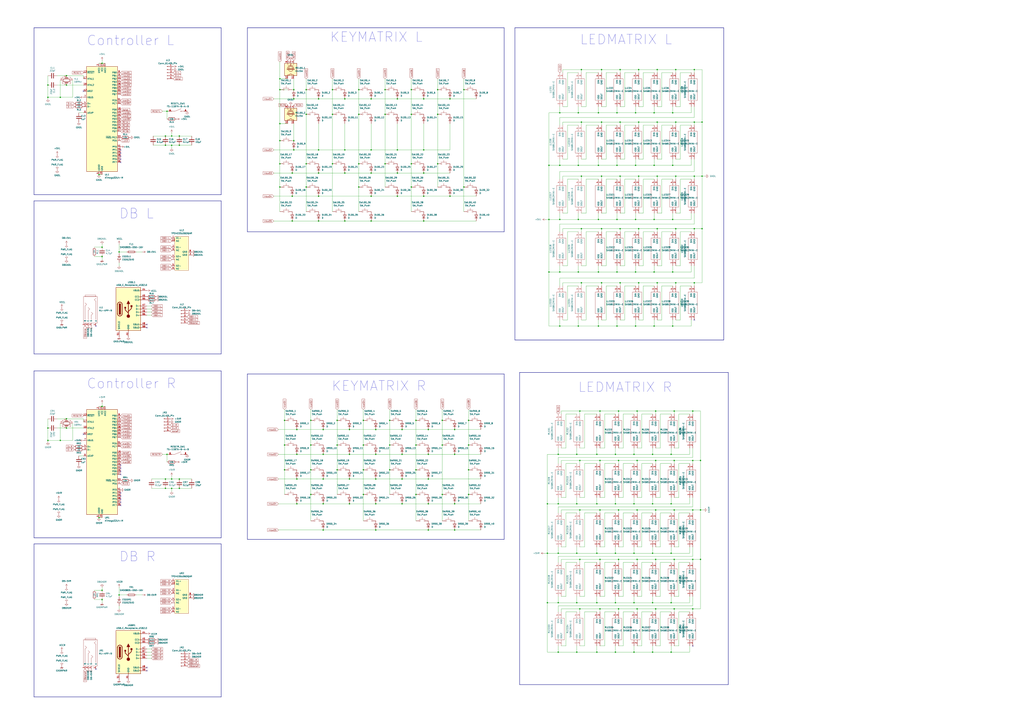
<source format=kicad_sch>
(kicad_sch (version 20231120) (generator "eeschema") (generator_version "8.0")
  (paper "A1")
  (title_block (title "accelerator") (date "2024-05-03") (rev "v1.0.0"))
  (junction (at 523.24 337.82))
  (junction (at 524.51 232.41))
  (junction (at 240.03 181.61))
  (junction (at 330.2 373.38))
  (junction (at 341.63 406.4))
  (junction (at 490.22 535.94))
  (junction (at 568.96 459.74))
  (junction (at 229.87 101.6))
  (junction (at 241.3 73.66))
  (junction (at 241.3 115.57))
  (junction (at 337.82 73.66))
  (junction (at 492.76 500.38))
  (junction (at 570.23 144.78))
  (junction (at 330.2 414.02))
  (junction (at 83.82 52.07))
  (junction (at 492.76 419.1))
  (junction (at 369.57 81.28))
  (junction (at 458.47 454.66))
  (junction (at 83.82 210.82))
  (junction (at 233.68 386.08))
  (junction (at 494.03 144.78))
  (junction (at 241.3 81.28))
  (junction (at 39.37 80.01))
  (junction (at 506.73 223.52))
  (junction (at 265.43 393.7))
  (junction (at 283.21 123.19))
  (junction (at 458.47 373.38))
  (junction (at 347.98 123.19))
  (junction (at 576.58 187.96))
  (junction (at 255.27 345.44))
  (junction (at 229.87 64.77))
  (junction (at 506.73 92.71))
  (junction (at 537.21 223.52))
  (junction (at 554.99 57.15))
  (junction (at 552.45 223.52))
  (junction (at 449.58 414.02))
  (junction (at 298.45 365.76))
  (junction (at 539.75 187.96))
  (junction (at 341.63 345.44))
  (junction (at 459.74 223.52))
  (junction (at 449.58 495.3))
  (junction (at 576.58 100.33))
  (junction (at 509.27 187.96))
  (junction (at 294.64 93.98))
  (junction (at 137.16 91.44))
  (junction (at 520.7 454.66))
  (junction (at 308.61 373.38))
  (junction (at 492.76 337.82))
  (junction (at 509.27 57.15))
  (junction (at 476.25 337.82))
  (junction (at 535.94 495.3))
  (junction (at 369.57 161.29))
  (junction (at 351.79 353.06))
  (junction (at 476.25 459.74))
  (junction (at 320.04 386.08))
  (junction (at 135.89 111.76))
  (junction (at 520.7 535.94))
  (junction (at 474.98 135.89))
  (junction (at 505.46 495.3))
  (junction (at 351.79 414.02))
  (junction (at 140.97 401.32))
  (junction (at 304.8 123.19))
  (junction (at 273.05 134.62))
  (junction (at 294.64 73.66))
  (junction (at 473.71 535.94))
  (junction (at 551.18 373.38))
  (junction (at 551.18 495.3))
  (junction (at 477.52 232.41))
  (junction (at 521.97 223.52))
  (junction (at 308.61 393.7))
  (junction (at 243.84 393.7))
  (junction (at 552.45 92.71))
  (junction (at 505.46 454.66))
  (junction (at 341.63 386.08))
  (junction (at 459.74 92.71))
  (junction (at 575.31 378.46))
  (junction (at 287.02 373.38))
  (junction (at 326.39 81.28))
  (junction (at 473.71 414.02))
  (junction (at 508 378.46))
  (junction (at 490.22 454.66))
  (junction (at 535.94 535.94))
  (junction (at 490.22 495.3))
  (junction (at 283.21 181.61))
  (junction (at 537.21 180.34))
  (junction (at 491.49 180.34))
  (junction (at 251.46 93.98))
  (junction (at 506.73 135.89))
  (junction (at 490.22 373.38))
  (junction (at 83.82 203.2))
  (junction (at 363.22 365.76))
  (junction (at 538.48 378.46))
  (junction (at 551.18 414.02))
  (junction (at 298.45 386.08))
  (junction (at 554.99 144.78))
  (junction (at 508 419.1))
  (junction (at 147.32 401.32))
  (junction (at 458.47 495.3))
  (junction (at 251.46 134.62))
  (junction (at 265.43 414.02))
  (junction (at 347.98 161.29))
  (junction (at 449.58 454.66))
  (junction (at 261.62 123.19))
  (junction (at 508 337.82))
  (junction (at 494.03 232.41))
  (junction (at 450.85 135.89))
  (junction (at 255.27 386.08))
  (junction (at 539.75 144.78))
  (junction (at 316.23 93.98))
  (junction (at 494.03 57.15))
  (junction (at 39.37 351.79))
  (junction (at 381 153.67))
  (junction (at 476.25 378.46))
  (junction (at 474.98 92.71))
  (junction (at 553.72 337.82))
  (junction (at 551.18 454.66))
  (junction (at 538.48 459.74))
  (junction (at 538.48 500.38))
  (junction (at 54.61 351.79))
  (junction (at 537.21 92.71))
  (junction (at 359.41 73.66))
  (junction (at 520.7 373.38))
  (junction (at 330.2 393.7))
  (junction (at 135.89 119.38))
  (junction (at 54.61 62.23))
  (junction (at 535.94 373.38))
  (junction (at 373.38 414.02))
  (junction (at 83.82 334.01))
  (junction (at 553.72 459.74))
  (junction (at 265.43 435.61))
  (junction (at 233.68 345.44))
  (junction (at 316.23 134.62))
  (junction (at 83.82 492.76))
  (junction (at 509.27 100.33))
  (junction (at 251.46 153.67))
  (junction (at 347.98 181.61))
  (junction (at 521.97 135.89))
  (junction (at 476.25 419.1))
  (junction (at 570.23 100.33))
  (junction (at 506.73 180.34))
  (junction (at 477.52 57.15))
  (junction (at 509.27 232.41))
  (junction (at 261.62 161.29))
  (junction (at 373.38 353.06))
  (junction (at 568.96 337.82))
  (junction (at 54.61 344.17))
  (junction (at 287.02 414.02))
  (junction (at 570.23 187.96))
  (junction (at 337.82 153.67))
  (junction (at 477.52 144.78))
  (junction (at 243.84 414.02))
  (junction (at 459.74 267.97))
  (junction (at 568.96 500.38))
  (junction (at 147.32 393.7))
  (junction (at 83.82 485.14))
  (junction (at 492.76 378.46))
  (junction (at 135.89 401.32))
  (junction (at 39.37 361.95))
  (junction (at 147.32 119.38))
  (junction (at 337.82 134.62))
  (junction (at 523.24 459.74))
  (junction (at 524.51 100.33))
  (junction (at 304.8 81.28))
  (junction (at 477.52 100.33))
  (junction (at 508 459.74))
  (junction (at 476.25 500.38))
  (junction (at 298.45 406.4))
  (junction (at 243.84 373.38))
  (junction (at 97.79 488.95))
  (junction (at 347.98 81.28))
  (junction (at 505.46 535.94))
  (junction (at 363.22 345.44))
  (junction (at 538.48 419.1))
  (junction (at 506.73 267.97))
  (junction (at 552.45 180.34))
  (junction (at 276.86 386.08))
  (junction (at 575.31 459.74))
  (junction (at 521.97 267.97))
  (junction (at 320.04 345.44))
  (junction (at 508 500.38))
  (junction (at 304.8 142.24))
  (junction (at 54.61 69.85))
  (junction (at 347.98 142.24))
  (junction (at 568.96 419.1))
  (junction (at 491.49 135.89))
  (junction (at 458.47 414.02))
  (junction (at 294.64 153.67))
  (junction (at 265.43 373.38))
  (junction (at 520.7 414.02))
  (junction (at 568.96 378.46))
  (junction (at 490.22 414.02))
  (junction (at 575.31 419.1))
  (junction (at 265.43 353.06))
  (junction (at 304.8 181.61))
  (junction (at 137.16 373.38))
  (junction (at 49.53 361.95))
  (junction (at 537.21 267.97))
  (junction (at 273.05 93.98))
  (junction (at 273.05 73.66))
  (junction (at 261.62 181.61))
  (junction (at 521.97 92.71))
  (junction (at 316.23 73.66))
  (junction (at 570.23 57.15))
  (junction (at 554.99 232.41))
  (junction (at 373.38 435.61))
  (junction (at 140.97 393.7))
  (junction (at 474.98 180.34))
  (junction (at 553.72 378.46))
  (junction (at 351.79 373.38))
  (junction (at 520.7 495.3))
  (junction (at 539.75 100.33))
  (junction (at 276.86 345.44))
  (junction (at 384.81 365.76))
  (junction (at 459.74 180.34))
  (junction (at 283.21 142.24))
  (junction (at 535.94 414.02))
  (junction (at 473.71 373.38))
  (junction (at 49.53 80.01))
  (junction (at 240.03 161.29))
  (junction (at 229.87 153.67))
  (junction (at 523.24 500.38))
  (junction (at 241.3 123.19))
  (junction (at 330.2 353.06))
  (junction (at 524.51 144.78))
  (junction (at 553.72 500.38))
  (junction (at 538.48 337.82))
  (junction (at 552.45 135.89))
  (junction (at 359.41 134.62))
  (junction (at 509.27 144.78))
  (junction (at 363.22 406.4))
  (junction (at 473.71 495.3))
  (junction (at 570.23 232.41))
  (junction (at 287.02 393.7))
  (junction (at 491.49 92.71))
  (junction (at 135.89 393.7))
  (junction (at 505.46 414.02))
  (junction (at 535.94 454.66))
  (junction (at 494.03 100.33))
  (junction (at 233.68 365.76))
  (junction (at 229.87 134.62))
  (junction (at 283.21 81.28))
  (junction (at 552.45 267.97))
  (junction (at 351.79 393.7))
  (junction (at 229.87 115.57))
  (junction (at 287.02 353.06))
  (junction (at 474.98 267.97))
  (junction (at 326.39 161.29))
  (junction (at 97.79 207.01))
  (junction (at 494.03 187.96))
  (junction (at 459.74 135.89))
  (junction (at 554.99 100.33))
  (junction (at 81.28 143.51))
  (junction (at 373.38 373.38))
  (junction (at 458.47 535.94))
  (junction (at 326.39 123.19))
  (junction (at 553.72 419.1))
  (junction (at 320.04 365.76))
  (junction (at 491.49 223.52))
  (junction (at 474.98 223.52))
  (junction (at 294.64 134.62))
  (junction (at 450.85 180.34))
  (junction (at 261.62 142.24))
  (junction (at 251.46 73.66))
  (junction (at 359.41 93.98))
  (junction (at 381 73.66))
  (junction (at 243.84 353.06))
  (junction (at 255.27 365.76))
  (junction (at 551.18 535.94))
  (junction (at 255.27 406.4))
  (junction (at 229.87 73.66))
  (junction (at 384.81 386.08))
  (junction (at 240.03 142.24))
  (junction (at 477.52 187.96))
  (junction (at 308.61 435.61))
  (junction (at 140.97 119.38))
  (junction (at 326.39 142.24))
  (junction (at 539.75 232.41))
  (junction (at 521.97 180.34))
  (junction (at 298.45 345.44))
  (junction (at 505.46 373.38))
  (junction (at 39.37 69.85))
  (junction (at 491.49 267.97))
  (junction (at 308.61 353.06))
  (junction (at 384.81 406.4))
  (junction (at 276.86 365.76))
  (junction (at 576.58 144.78))
  (junction (at 524.51 187.96))
  (junction (at 450.85 223.52))
  (junction (at 261.62 81.28))
  (junction (at 351.79 435.61))
  (junction (at 554.99 187.96))
  (junction (at 492.76 459.74))
  (junction (at 147.32 111.76))
  (junction (at 337.82 93.98))
  (junction (at 523.24 378.46))
  (junction (at 473.71 454.66))
  (junction (at 523.24 419.1))
  (junction (at 537.21 135.89))
  (junction (at 384.81 345.44))
  (junction (at 539.75 57.15))
  (junction (at 524.51 57.15))
  (junction (at 304.8 161.29))
  (junction (at 308.61 414.02))
  (junction (at 341.63 365.76))
  (junction (at 140.97 111.76))
  (junction (at 81.28 425.45))
  (no_connect (at 99.06 412.75))
  (no_connect (at 120.65 548.64))
  (no_connect (at 99.06 382.27))
  (no_connect (at 120.65 269.24))
  (no_connect (at 99.06 384.81))
  (no_connect (at 99.06 405.13))
  (no_connect (at 68.58 74.93))
  (no_connect (at 99.06 128.27))
  (no_connect (at 99.06 125.73))
  (no_connect (at 99.06 407.67))
  (no_connect (at 78.74 549.91))
  (no_connect (at 99.06 130.81))
  (no_connect (at 120.65 551.18))
  (no_connect (at 68.58 356.87))
  (no_connect (at 99.06 123.19))
  (no_connect (at 570.23 262.89))
  (no_connect (at 99.06 133.35))
  (no_connect (at 568.96 530.86))
  (no_connect (at 99.06 415.29))
  (no_connect (at 78.74 267.97))
  (no_connect (at 99.06 387.35))
  (no_connect (at 99.06 410.21))
  (no_connect (at 99.06 389.89))
  (no_connect (at 120.65 266.7))
  (wire (pts (xy 81.28 425.45) (xy 83.82 425.45)))
  (wire (pts (xy 520.7 495.3) (xy 535.94 495.3)))
  (wire (pts (xy 523.24 459.74) (xy 538.48 459.74)))
  (wire (pts (xy 570.23 147.32) (xy 570.23 144.78)))
  (wire (pts (xy 458.47 454.66) (xy 458.47 449.58)))
  (wire (pts (xy 480.06 408.94) (xy 480.06 381)))
  (wire (pts (xy 523.24 530.86) (xy 527.05 530.86)))
  (wire (pts (xy 506.73 92.71) (xy 506.73 87.63)))
  (wire (pts (xy 576.58 57.15) (xy 576.58 100.33)))
  (wire (pts (xy 228.6 435.61) (xy 265.43 435.61)))
  (wire (pts (xy 466.09 147.32) (xy 474.98 147.32)))
  (wire (pts (xy 505.46 454.66) (xy 520.7 454.66)))
  (wire (pts (xy 509.27 57.15) (xy 524.51 57.15)))
  (wire (pts (xy 491.49 223.52) (xy 491.49 218.44)))
  (wire (pts (xy 528.32 147.32) (xy 537.21 147.32)))
  (wire (pts (xy 521.97 262.89) (xy 521.97 267.97)))
  (wire (pts (xy 523.24 340.36) (xy 523.24 337.82)))
  (wire (pts (xy 538.48 462.28) (xy 538.48 459.74)))
  (wire (pts (xy 497.84 59.69) (xy 506.73 59.69)))
  (bus (pts (xy 594.36 22.86) (xy 422.91 22.86)))
  (wire (pts (xy 351.79 393.7) (xy 394.97 393.7)))
  (wire (pts (xy 147.32 119.38) (xy 157.48 119.38)))
  (wire (pts (xy 520.7 449.58) (xy 520.7 454.66)))
  (wire (pts (xy 476.25 337.82) (xy 461.01 337.82)))
  (wire (pts (xy 480.06 530.86) (xy 480.06 502.92)))
  (wire (pts (xy 508 459.74) (xy 523.24 459.74)))
  (wire (pts (xy 511.81 368.3) (xy 511.81 340.36)))
  (wire (pts (xy 477.52 262.89) (xy 481.33 262.89)))
  (wire (pts (xy 570.23 218.44) (xy 570.23 228.6)))
  (wire (pts (xy 459.74 228.6) (xy 459.74 234.95)))
  (wire (pts (xy 49.53 347.98) (xy 49.53 361.95)))
  (wire (pts (xy 491.49 135.89) (xy 491.49 130.81)))
  (wire (pts (xy 509.27 144.78) (xy 524.51 144.78)))
  (wire (pts (xy 511.81 449.58) (xy 511.81 421.64)))
  (wire (pts (xy 568.96 381) (xy 568.96 378.46)))
  (wire (pts (xy 459.74 267.97) (xy 474.98 267.97)))
  (wire (pts (xy 466.09 87.63) (xy 466.09 59.69)))
  (wire (pts (xy 543.56 218.44) (xy 543.56 190.5)))
  (wire (pts (xy 473.71 454.66) (xy 473.71 449.58)))
  (wire (pts (xy 251.46 134.62) (xy 251.46 153.67)))
  (bus (pts (xy 27.94 447.04) (xy 181.61 447.04)))
  (wire (pts (xy 461.01 419.1) (xy 461.01 421.64)))
  (wire (pts (xy 240.03 181.61) (xy 261.62 181.61)))
  (wire (pts (xy 474.98 180.34) (xy 474.98 175.26)))
  (wire (pts (xy 494.03 147.32) (xy 494.03 144.78)))
  (wire (pts (xy 477.52 232.41) (xy 462.28 232.41)))
  (bus (pts (xy 181.61 22.86) (xy 27.94 22.86)))
  (wire (pts (xy 326.39 81.28) (xy 347.98 81.28)))
  (wire (pts (xy 521.97 87.63) (xy 521.97 92.71)))
  (wire (pts (xy 492.76 490.22) (xy 496.57 490.22)))
  (wire (pts (xy 347.98 181.61) (xy 391.16 181.61)))
  (wire (pts (xy 552.45 135.89) (xy 552.45 130.81)))
  (wire (pts (xy 83.82 52.07) (xy 86.36 52.07)))
  (wire (pts (xy 459.74 140.97) (xy 459.74 147.32)))
  (wire (pts (xy 576.58 187.96) (xy 576.58 232.41)))
  (wire (pts (xy 511.81 502.92) (xy 520.7 502.92)))
  (wire (pts (xy 450.85 135.89) (xy 459.74 135.89)))
  (wire (pts (xy 477.52 130.81) (xy 481.33 130.81)))
  (wire (pts (xy 466.09 218.44) (xy 466.09 190.5)))
  (wire (pts (xy 147.32 111.76) (xy 157.48 111.76)))
  (wire (pts (xy 535.94 373.38) (xy 535.94 368.3)))
  (wire (pts (xy 229.87 115.57) (xy 229.87 134.62)))
  (wire (pts (xy 537.21 135.89) (xy 537.21 130.81)))
  (wire (pts (xy 509.27 218.44) (xy 513.08 218.44)))
  (wire (pts (xy 494.03 234.95) (xy 494.03 232.41)))
  (wire (pts (xy 464.82 530.86) (xy 464.82 502.92)))
  (bus (pts (xy 203.2 307.34) (xy 203.2 443.23)))
  (wire (pts (xy 450.85 223.52) (xy 450.85 267.97)))
  (wire (pts (xy 308.61 435.61) (xy 351.79 435.61)))
  (wire (pts (xy 505.46 373.38) (xy 505.46 368.3)))
  (wire (pts (xy 461.01 368.3) (xy 464.82 368.3)))
  (wire (pts (xy 461.01 449.58) (xy 464.82 449.58)))
  (wire (pts (xy 68.58 64.77) (xy 68.58 62.23)))
  (wire (pts (xy 462.28 87.63) (xy 466.09 87.63)))
  (wire (pts (xy 508 459.74) (xy 492.76 459.74)))
  (wire (pts (xy 524.51 87.63) (xy 528.32 87.63)))
  (bus (pts (xy 598.17 306.07) (xy 426.72 306.07)))
  (wire (pts (xy 551.18 495.3) (xy 551.18 490.22)))
  (wire (pts (xy 462.28 57.15) (xy 462.28 59.69)))
  (wire (pts (xy 224.79 181.61) (xy 240.03 181.61)))
  (wire (pts (xy 538.48 530.86) (xy 542.29 530.86)))
  (wire (pts (xy 480.06 449.58) (xy 480.06 421.64)))
  (wire (pts (xy 476.25 340.36) (xy 476.25 337.82)))
  (wire (pts (xy 551.18 414.02) (xy 566.42 414.02)))
  (wire (pts (xy 476.25 408.94) (xy 480.06 408.94)))
  (wire (pts (xy 243.84 373.38) (xy 265.43 373.38)))
  (wire (pts (xy 243.84 393.7) (xy 265.43 393.7)))
  (bus (pts (xy 598.17 562.61) (xy 598.17 306.07)))
  (wire (pts (xy 229.87 73.66) (xy 229.87 101.6)))
  (wire (pts (xy 147.32 401.32) (xy 157.48 401.32)))
  (wire (pts (xy 459.74 223.52) (xy 474.98 223.52)))
  (wire (pts (xy 462.28 130.81) (xy 466.09 130.81)))
  (wire (pts (xy 363.22 406.4) (xy 363.22 427.99)))
  (wire (pts (xy 520.7 373.38) (xy 535.94 373.38)))
  (wire (pts (xy 543.56 59.69) (xy 552.45 59.69)))
  (wire (pts (xy 481.33 234.95) (xy 491.49 234.95)))
  (wire (pts (xy 466.09 59.69) (xy 474.98 59.69)))
  (wire (pts (xy 304.8 181.61) (xy 347.98 181.61)))
  (wire (pts (xy 554.99 234.95) (xy 554.99 232.41)))
  (wire (pts (xy 553.72 340.36) (xy 553.72 337.82)))
  (wire (pts (xy 539.75 262.89) (xy 543.56 262.89)))
  (wire (pts (xy 511.81 381) (xy 520.7 381)))
  (wire (pts (xy 568.96 459.74) (xy 553.72 459.74)))
  (wire (pts (xy 494.03 175.26) (xy 497.84 175.26)))
  (wire (pts (xy 476.25 378.46) (xy 461.01 378.46)))
  (wire (pts (xy 509.27 175.26) (xy 513.08 175.26)))
  (bus (pts (xy 27.94 441.96) (xy 181.61 441.96)))
  (wire (pts (xy 537.21 223.52) (xy 537.21 218.44)))
  (wire (pts (xy 492.76 419.1) (xy 476.25 419.1)))
  (wire (pts (xy 450.85 92.71) (xy 450.85 135.89)))
  (wire (pts (xy 229.87 73.66) (xy 236.22 73.66)))
  (wire (pts (xy 261.62 101.6) (xy 261.62 123.19)))
  (wire (pts (xy 480.06 368.3) (xy 480.06 340.36)))
  (bus (pts (xy 203.2 22.86) (xy 414.02 22.86)))
  (wire (pts (xy 542.29 462.28) (xy 551.18 462.28)))
  (wire (pts (xy 497.84 87.63) (xy 497.84 59.69)))
  (wire (pts (xy 477.52 175.26) (xy 481.33 175.26)))
  (wire (pts (xy 459.74 92.71) (xy 459.74 87.63)))
  (wire (pts (xy 497.84 102.87) (xy 506.73 102.87)))
  (wire (pts (xy 535.94 495.3) (xy 535.94 490.22)))
  (wire (pts (xy 508 490.22) (xy 511.81 490.22)))
  (wire (pts (xy 538.48 337.82) (xy 553.72 337.82)))
  (wire (pts (xy 464.82 490.22) (xy 464.82 462.28)))
  (wire (pts (xy 539.75 175.26) (xy 543.56 175.26)))
  (wire (pts (xy 576.58 144.78) (xy 576.58 187.96)))
  (wire (pts (xy 229.87 101.6) (xy 236.22 101.6)))
  (wire (pts (xy 229.87 64.77) (xy 236.22 64.77)))
  (wire (pts (xy 570.23 100.33) (xy 554.99 100.33)))
  (wire (pts (xy 458.47 535.94) (xy 458.47 530.86)))
  (wire (pts (xy 513.08 102.87) (xy 521.97 102.87)))
  (wire (pts (xy 459.74 135.89) (xy 459.74 130.81)))
  (wire (pts (xy 552.45 223.52) (xy 552.45 218.44)))
  (wire (pts (xy 97.79 490.22) (xy 97.79 488.95)))
  (wire (pts (xy 97.79 208.28) (xy 97.79 207.01)))
  (wire (pts (xy 369.57 81.28) (xy 391.16 81.28)))
  (wire (pts (xy 449.58 495.3) (xy 449.58 535.94)))
  (wire (pts (xy 384.81 406.4) (xy 384.81 427.99)))
  (wire (pts (xy 474.98 135.89) (xy 474.98 130.81)))
  (wire (pts (xy 508 337.82) (xy 492.76 337.82)))
  (wire (pts (xy 473.71 535.94) (xy 473.71 530.86)))
  (wire (pts (xy 347.98 142.24) (xy 369.57 142.24)))
  (wire (pts (xy 316.23 93.98) (xy 316.23 134.62)))
  (wire (pts (xy 241.3 101.6) (xy 241.3 115.57)))
  (wire (pts (xy 554.99 102.87) (xy 554.99 100.33)))
  (wire (pts (xy 554.99 147.32) (xy 554.99 144.78)))
  (wire (pts (xy 490.22 373.38) (xy 505.46 373.38)))
  (wire (pts (xy 46.99 344.17) (xy 54.61 344.17)))
  (wire (pts (xy 570.23 234.95) (xy 570.23 232.41)))
  (wire (pts (xy 449.58 414.02) (xy 458.47 414.02)))
  (wire (pts (xy 537.21 180.34) (xy 537.21 175.26)))
  (wire (pts (xy 528.32 175.26) (xy 528.32 147.32)))
  (wire (pts (xy 459.74 135.89) (xy 474.98 135.89)))
  (wire (pts (xy 567.69 130.81) (xy 567.69 135.89)))
  (wire (pts (xy 49.53 361.95) (xy 59.69 361.95)))
  (wire (pts (xy 535.94 414.02) (xy 551.18 414.02)))
  (wire (pts (xy 553.72 449.58) (xy 557.53 449.58)))
  (wire (pts (xy 523.24 449.58) (xy 527.05 449.58)))
  (wire (pts (xy 523.24 408.94) (xy 527.05 408.94)))
  (wire (pts (xy 537.21 223.52) (xy 552.45 223.52)))
  (wire (pts (xy 337.82 64.77) (xy 337.82 73.66)))
  (wire (pts (xy 351.79 435.61) (xy 373.38 435.61)))
  (wire (pts (xy 449.58 454.66) (xy 449.58 495.3)))
  (wire (pts (xy 229.87 50.8) (xy 229.87 64.77)))
  (wire (pts (xy 373.38 414.02) (xy 394.97 414.02)))
  (wire (pts (xy 509.27 130.81) (xy 513.08 130.81)))
  (wire (pts (xy 506.73 223.52) (xy 506.73 218.44)))
  (bus (pts (xy 414.02 190.5) (xy 414.02 22.86)))
  (wire (pts (xy 552.45 92.71) (xy 552.45 87.63)))
  (wire (pts (xy 373.38 353.06) (xy 394.97 353.06)))
  (wire (pts (xy 508 502.92) (xy 508 500.38)))
  (wire (pts (xy 575.31 378.46) (xy 575.31 419.1)))
  (wire (pts (xy 265.43 393.7) (xy 287.02 393.7)))
  (wire (pts (xy 83.82 334.01) (xy 86.36 334.01)))
  (bus (pts (xy 27.94 165.1) (xy 181.61 165.1)))
  (wire (pts (xy 480.06 421.64) (xy 490.22 421.64)))
  (wire (pts (xy 553.72 462.28) (xy 553.72 459.74)))
  (wire (pts (xy 224.79 161.29) (xy 240.03 161.29)))
  (wire (pts (xy 490.22 454.66) (xy 505.46 454.66)))
  (wire (pts (xy 477.52 147.32) (xy 477.52 144.78)))
  (wire (pts (xy 474.98 180.34) (xy 491.49 180.34)))
  (wire (pts (xy 539.75 234.95) (xy 539.75 232.41)))
  (wire (pts (xy 496.57 368.3) (xy 496.57 340.36)))
  (wire (pts (xy 462.28 262.89) (xy 466.09 262.89)))
  (wire (pts (xy 298.45 386.08) (xy 298.45 406.4)))
  (wire (pts (xy 330.2 414.02) (xy 351.79 414.02)))
  (wire (pts (xy 570.23 87.63) (xy 570.23 96.52)))
  (wire (pts (xy 509.27 144.78) (xy 494.03 144.78)))
  (wire (pts (xy 458.47 497.84) (xy 458.47 502.92)))
  (wire (pts (xy 553.72 490.22) (xy 557.53 490.22)))
  (wire (pts (xy 54.61 69.85) (xy 68.58 69.85)))
  (wire (pts (xy 542.29 530.86) (xy 542.29 502.92)))
  (wire (pts (xy 298.45 365.76) (xy 298.45 386.08)))
  (wire (pts (xy 543.56 147.32) (xy 552.45 147.32)))
  (wire (pts (xy 316.23 64.77) (xy 316.23 73.66)))
  (wire (pts (xy 523.24 502.92) (xy 523.24 500.38)))
  (wire (pts (xy 552.45 223.52) (xy 567.69 223.52)))
  (wire (pts (xy 273.05 73.66) (xy 273.05 93.98)))
  (wire (pts (xy 133.35 373.38) (xy 137.16 373.38)))
  (wire (pts (xy 233.68 336.55) (xy 233.68 345.44)))
  (wire (pts (xy 520.7 408.94) (xy 520.7 414.02)))
  (wire (pts (xy 506.73 180.34) (xy 521.97 180.34)))
  (wire (pts (xy 261.62 181.61) (xy 283.21 181.61)))
  (wire (pts (xy 568.96 490.22) (xy 568.96 497.84)))
  (wire (pts (xy 509.27 87.63) (xy 513.08 87.63)))
  (wire (pts (xy 528.32 190.5) (xy 537.21 190.5)))
  (wire (pts (xy 513.08 175.26) (xy 513.08 147.32)))
  (wire (pts (xy 39.37 344.17) (xy 39.37 351.79)))
  (wire (pts (xy 492.76 500.38) (xy 476.25 500.38)))
  (bus (pts (xy 414.02 443.23) (xy 414.02 307.34)))
  (wire (pts (xy 570.23 144.78) (xy 576.58 144.78)))
  (wire (pts (xy 509.27 147.32) (xy 509.27 144.78)))
  (bus (pts (xy 203.2 22.86) (xy 203.2 190.5)))
  (wire (pts (xy 54.61 344.17) (xy 68.58 344.17)))
  (wire (pts (xy 476.25 421.64) (xy 476.25 419.1)))
  (wire (pts (xy 481.33 218.44) (xy 481.33 190.5)))
  (wire (pts (xy 492.76 408.94) (xy 496.57 408.94)))
  (wire (pts (xy 337.82 153.67) (xy 337.82 173.99)))
  (wire (pts (xy 337.82 134.62) (xy 337.82 153.67)))
  (wire (pts (xy 464.82 381) (xy 473.71 381)))
  (wire (pts (xy 46.99 62.23) (xy 54.61 62.23)))
  (bus (pts (xy 27.94 22.86) (xy 27.94 160.02)))
  (wire (pts (xy 496.57 490.22) (xy 496.57 462.28)))
  (wire (pts (xy 570.23 232.41) (xy 554.99 232.41)))
  (wire (pts (xy 568.96 378.46) (xy 553.72 378.46)))
  (wire (pts (xy 46.99 69.85) (xy 54.61 69.85)))
  (wire (pts (xy 553.72 421.64) (xy 553.72 419.1)))
  (wire (pts (xy 524.51 187.96) (xy 539.75 187.96)))
  (wire (pts (xy 557.53 502.92) (xy 566.42 502.92)))
  (wire (pts (xy 570.23 130.81) (xy 570.23 140.97)))
  (wire (pts (xy 557.53 421.64) (xy 566.42 421.64)))
  (wire (pts (xy 558.8 218.44) (xy 558.8 190.5)))
  (wire (pts (xy 568.96 408.94) (xy 568.96 416.56)))
  (wire (pts (xy 543.56 262.89) (xy 543.56 234.95)))
  (wire (pts (xy 140.97 393.7) (xy 147.32 393.7)))
  (wire (pts (xy 506.73 267.97) (xy 521.97 267.97)))
  (wire (pts (xy 524.51 218.44) (xy 528.32 218.44)))
  (wire (pts (xy 459.74 184.15) (xy 459.74 190.5)))
  (wire (pts (xy 298.45 336.55) (xy 298.45 345.44)))
  (wire (pts (xy 539.75 100.33) (xy 554.99 100.33)))
  (wire (pts (xy 81.28 334.01) (xy 83.82 334.01)))
  (wire (pts (xy 294.64 64.77) (xy 294.64 73.66)))
  (wire (pts (xy 261.62 81.28) (xy 283.21 81.28)))
  (wire (pts (xy 542.29 340.36) (xy 551.18 340.36)))
  (wire (pts (xy 39.37 361.95) (xy 49.53 361.95)))
  (wire (pts (xy 140.97 391.16) (xy 140.97 393.7)))
  (wire (pts (xy 137.16 373.38) (xy 137.16 379.73)))
  (wire (pts (xy 304.8 123.19) (xy 326.39 123.19)))
  (wire (pts (xy 494.03 87.63) (xy 497.84 87.63)))
  (wire (pts (xy 524.51 144.78) (xy 539.75 144.78)))
  (wire (pts (xy 557.53 408.94) (xy 557.53 381)))
  (wire (pts (xy 523.24 500.38) (xy 538.48 500.38)))
  (wire (pts (xy 511.81 421.64) (xy 520.7 421.64)))
  (wire (pts (xy 554.99 175.26) (xy 558.8 175.26)))
  (wire (pts (xy 509.27 57.15) (xy 494.03 57.15)))
  (wire (pts (xy 528.32 102.87) (xy 537.21 102.87)))
  (wire (pts (xy 450.85 180.34) (xy 459.74 180.34)))
  (wire (pts (xy 558.8 59.69) (xy 567.69 59.69)))
  (wire (pts (xy 490.22 495.3) (xy 505.46 495.3)))
  (wire (pts (xy 542.29 421.64) (xy 551.18 421.64)))
  (wire (pts (xy 543.56 234.95) (xy 552.45 234.95)))
  (wire (pts (xy 490.22 454.66) (xy 490.22 449.58)))
  (wire (pts (xy 543.56 102.87) (xy 552.45 102.87)))
  (wire (pts (xy 351.79 373.38) (xy 373.38 373.38)))
  (wire (pts (xy 568.96 500.38) (xy 553.72 500.38)))
  (wire (pts (xy 558.8 87.63) (xy 558.8 59.69)))
  (wire (pts (xy 363.22 365.76) (xy 363.22 406.4)))
  (wire (pts (xy 477.52 234.95) (xy 477.52 232.41)))
  (wire (pts (xy 492.76 378.46) (xy 476.25 378.46)))
  (wire (pts (xy 476.25 381) (xy 476.25 378.46)))
  (wire (pts (xy 567.69 87.63) (xy 567.69 92.71)))
  (wire (pts (xy 538.48 421.64) (xy 538.48 419.1)))
  (wire (pts (xy 570.23 144.78) (xy 554.99 144.78)))
  (wire (pts (xy 450.85 92.71) (xy 459.74 92.71)))
  (wire (pts (xy 568.96 449.58) (xy 568.96 457.2)))
  (wire (pts (xy 558.8 102.87) (xy 567.69 102.87)))
  (wire (pts (xy 381 73.66) (xy 381 153.67)))
  (wire (pts (xy 83.82 331.47) (xy 83.82 334.01)))
  (wire (pts (xy 492.76 381) (xy 492.76 378.46)))
  (wire (pts (xy 524.51 130.81) (xy 528.32 130.81)))
  (wire (pts (xy 39.37 351.79) (xy 39.37 361.95)))
  (wire (pts (xy 135.89 393.7) (xy 140.97 393.7)))
  (wire (pts (xy 551.18 535.94) (xy 551.18 530.86)))
  (wire (pts (xy 64.77 374.65) (xy 68.58 374.65)))
  (wire (pts (xy 240.03 115.57) (xy 241.3 115.57)))
  (wire (pts (xy 508 530.86) (xy 511.81 530.86)))
  (wire (pts (xy 538.48 449.58) (xy 542.29 449.58)))
  (wire (pts (xy 521.97 175.26) (xy 521.97 180.34)))
  (wire (pts (xy 477.52 57.15) (xy 462.28 57.15)))
  (bus (pts (xy 594.36 279.4) (xy 594.36 22.86)))
  (wire (pts (xy 538.48 378.46) (xy 553.72 378.46)))
  (wire (pts (xy 294.64 153.67) (xy 294.64 173.99)))
  (wire (pts (xy 39.37 80.01) (xy 49.53 80.01)))
  (wire (pts (xy 447.04 454.66) (xy 449.58 454.66)))
  (bus (pts (xy 27.94 447.04) (xy 27.94 572.77)))
  (wire (pts (xy 537.21 92.71) (xy 537.21 87.63)))
  (wire (pts (xy 241.3 123.19) (xy 261.62 123.19)))
  (wire (pts (xy 557.53 530.86) (xy 557.53 502.92)))
  (wire (pts (xy 243.84 414.02) (xy 265.43 414.02)))
  (wire (pts (xy 557.53 368.3) (xy 557.53 340.36)))
  (wire (pts (xy 476.25 490.22) (xy 480.06 490.22)))
  (wire (pts (xy 567.69 175.26) (xy 567.69 180.34)))
  (wire (pts (xy 461.01 500.38) (xy 461.01 502.92)))
  (wire (pts (xy 308.61 414.02) (xy 330.2 414.02)))
  (wire (pts (xy 474.98 92.71) (xy 474.98 87.63)))
  (wire (pts (xy 575.31 459.74) (xy 575.31 500.38)))
  (wire (pts (xy 570.23 59.69) (xy 570.23 57.15)))
  (wire (pts (xy 476.25 419.1) (xy 461.01 419.1)))
  (wire (pts (xy 120.65 251.46) (xy 124.46 251.46)))
  (wire (pts (xy 557.53 449.58) (xy 557.53 421.64)))
  (wire (pts (xy 496.57 502.92) (xy 505.46 502.92)))
  (wire (pts (xy 505.46 373.38) (xy 520.7 373.38)))
  (wire (pts (xy 566.42 449.58) (xy 566.42 454.66)))
  (wire (pts (xy 273.05 134.62) (xy 273.05 173.99)))
  (wire (pts (xy 508 337.82) (xy 523.24 337.82)))
  (wire (pts (xy 449.58 414.02) (xy 449.58 454.66)))
  (wire (pts (xy 538.48 368.3) (xy 542.29 368.3)))
  (wire (pts (xy 554.99 59.69) (xy 554.99 57.15)))
  (wire (pts (xy 477.52 190.5) (xy 477.52 187.96)))
  (wire (pts (xy 551.18 373.38) (xy 566.42 373.38)))
  (wire (pts (xy 490.22 535.94) (xy 505.46 535.94)))
  (wire (pts (xy 240.03 161.29) (xy 261.62 161.29)))
  (wire (pts (xy 527.05 340.36) (xy 535.94 340.36)))
  (wire (pts (xy 521.97 135.89) (xy 537.21 135.89)))
  (wire (pts (xy 509.27 100.33) (xy 494.03 100.33)))
  (wire (pts (xy 523.24 381) (xy 523.24 378.46)))
  (wire (pts (xy 528.32 59.69) (xy 537.21 59.69)))
  (wire (pts (xy 508 378.46) (xy 523.24 378.46)))
  (wire (pts (xy 539.75 147.32) (xy 539.75 144.78)))
  (wire (pts (xy 476.25 449.58) (xy 480.06 449.58)))
  (wire (pts (xy 473.71 414.02) (xy 490.22 414.02)))
  (wire (pts (xy 491.49 180.34) (xy 491.49 175.26)))
  (wire (pts (xy 527.05 530.86) (xy 527.05 502.92)))
  (wire (pts (xy 554.99 190.5) (xy 554.99 187.96)))
  (wire (pts (xy 464.82 502.92) (xy 473.71 502.92)))
  (wire (pts (xy 520.7 368.3) (xy 520.7 373.38)))
  (bus (pts (xy 181.61 160.02) (xy 181.61 22.86)))
  (wire (pts (xy 527.05 490.22) (xy 527.05 462.28)))
  (wire (pts (xy 228.6 393.7) (xy 243.84 393.7)))
  (wire (pts (xy 46.99 351.79) (xy 54.61 351.79)))
  (wire (pts (xy 520.7 490.22) (xy 520.7 495.3)))
  (wire (pts (xy 491.49 180.34) (xy 506.73 180.34)))
  (wire (pts (xy 466.09 190.5) (xy 474.98 190.5)))
  (wire (pts (xy 240.03 142.24) (xy 261.62 142.24)))
  (wire (pts (xy 473.71 495.3) (xy 490.22 495.3)))
  (wire (pts (xy 509.27 190.5) (xy 509.27 187.96)))
  (wire (pts (xy 566.42 368.3) (xy 566.42 373.38)))
  (wire (pts (xy 523.24 378.46) (xy 538.48 378.46)))
  (wire (pts (xy 568.96 502.92) (xy 568.96 500.38)))
  (wire (pts (xy 497.84 175.26) (xy 497.84 147.32)))
  (wire (pts (xy 528.32 234.95) (xy 537.21 234.95)))
  (wire (pts (xy 524.51 100.33) (xy 539.75 100.33)))
  (wire (pts (xy 496.57 408.94) (xy 496.57 381)))
  (wire (pts (xy 449.58 373.38) (xy 449.58 414.02)))
  (wire (pts (xy 373.38 373.38) (xy 394.97 373.38)))
  (wire (pts (xy 229.87 64.77) (xy 229.87 73.66)))
  (wire (pts (xy 276.86 365.76) (xy 276.86 386.08)))
  (wire (pts (xy 473.71 373.38) (xy 490.22 373.38)))
  (wire (pts (xy 539.75 232.41) (xy 554.99 232.41)))
  (wire (pts (xy 497.84 130.81) (xy 497.84 102.87)))
  (wire (pts (xy 458.47 535.94) (xy 473.71 535.94)))
  (wire (pts (xy 298.45 345.44) (xy 298.45 365.76)))
  (wire (pts (xy 509.27 59.69) (xy 509.27 57.15)))
  (wire (pts (xy 224.79 123.19) (xy 241.3 123.19)))
  (bus (pts (xy 27.94 160.02) (xy 181.61 160.02)))
  (wire (pts (xy 462.28 232.41) (xy 462.28 234.95)))
  (wire (pts (xy 287.02 393.7) (xy 308.61 393.7)))
  (wire (pts (xy 538.48 419.1) (xy 553.72 419.1)))
  (wire (pts (xy 255.27 336.55) (xy 255.27 345.44)))
  (wire (pts (xy 513.08 147.32) (xy 521.97 147.32)))
  (wire (pts (xy 276.86 386.08) (xy 276.86 406.4)))
  (wire (pts (xy 497.84 234.95) (xy 506.73 234.95)))
  (wire (pts (xy 511.81 490.22) (xy 511.81 462.28)))
  (wire (pts (xy 494.03 130.81) (xy 497.84 130.81)))
  (wire (pts (xy 124.46 393.7) (xy 135.89 393.7)))
  (wire (pts (xy 508 500.38) (xy 523.24 500.38)))
  (wire (pts (xy 473.71 454.66) (xy 490.22 454.66)))
  (wire (pts (xy 97.79 218.44) (xy 97.79 215.9)))
  (wire (pts (xy 496.57 340.36) (xy 505.46 340.36)))
  (wire (pts (xy 570.23 228.6) (xy 459.74 228.6)))
  (wire (pts (xy 553.72 381) (xy 553.72 378.46)))
  (wire (pts (xy 513.08 190.5) (xy 521.97 190.5)))
  (wire (pts (xy 59.69 347.98) (xy 59.69 361.95)))
  (wire (pts (xy 384.81 345.44) (xy 384.81 365.76)))
  (wire (pts (xy 480.06 462.28) (xy 490.22 462.28)))
  (wire (pts (xy 137.16 91.44) (xy 138.43 91.44)))
  (wire (pts (xy 228.6 353.06) (xy 243.84 353.06)))
  (wire (pts (xy 568.96 337.82) (xy 553.72 337.82)))
  (wire (pts (xy 283.21 142.24) (xy 304.8 142.24)))
  (wire (pts (xy 458.47 457.2) (xy 458.47 462.28)))
  (wire (pts (xy 359.41 73.66) (xy 359.41 93.98)))
  (wire (pts (xy 535.94 535.94) (xy 535.94 530.86)))
  (wire (pts (xy 509.27 102.87) (xy 509.27 100.33)))
  (wire (pts (xy 511.81 408.94) (xy 511.81 381)))
  (wire (pts (xy 508 419.1) (xy 523.24 419.1)))
  (wire (pts (xy 497.84 262.89) (xy 497.84 234.95)))
  (wire (pts (xy 83.82 482.6) (xy 83.82 485.14)))
  (wire (pts (xy 459.74 223.52) (xy 459.74 218.44)))
  (wire (pts (xy 39.37 80.01) (xy 39.37 81.28)))
  (wire (pts (xy 304.8 101.6) (xy 304.8 123.19)))
  (wire (pts (xy 524.51 232.41) (xy 539.75 232.41)))
  (wire (pts (xy 137.16 373.38) (xy 138.43 373.38)))
  (wire (pts (xy 459.74 96.52) (xy 459.74 102.87)))
  (wire (pts (xy 458.47 373.38) (xy 458.47 368.3)))
  (wire (pts (xy 528.32 87.63) (xy 528.32 59.69)))
  (wire (pts (xy 527.05 462.28) (xy 535.94 462.28)))
  (wire (pts (xy 511.81 530.86) (xy 511.81 502.92)))
  (wire (pts (xy 492.76 502.92) (xy 492.76 500.38)))
  (wire (pts (xy 97.79 207.01) (xy 97.79 200.66)))
  (wire (pts (xy 506.73 92.71) (xy 521.97 92.71)))
  (wire (pts (xy 491.49 92.71) (xy 506.73 92.71)))
  (wire (pts (xy 120.65 533.4) (xy 124.46 533.4)))
  (wire (pts (xy 552.45 267.97) (xy 567.69 267.97)))
  (wire (pts (xy 568.96 421.64) (xy 568.96 419.1)))
  (wire (pts (xy 54.61 351.79) (xy 68.58 351.79)))
  (wire (pts (xy 77.47 210.82) (xy 83.82 210.82)))
  (wire (pts (xy 506.73 135.89) (xy 506.73 130.81)))
  (wire (pts (xy 481.33 130.81) (xy 481.33 102.87)))
  (wire (pts (xy 474.98 135.89) (xy 491.49 135.89)))
  (wire (pts (xy 49.53 80.01) (xy 59.69 80.01)))
  (wire (pts (xy 539.75 87.63) (xy 543.56 87.63)))
  (wire (pts (xy 304.8 81.28) (xy 326.39 81.28)))
  (wire (pts (xy 255.27 345.44) (xy 255.27 365.76)))
  (wire (pts (xy 359.41 93.98) (xy 359.41 134.62)))
  (wire (pts (xy 347.98 161.29) (xy 369.57 161.29)))
  (wire (pts (xy 552.45 135.89) (xy 567.69 135.89)))
  (wire (pts (xy 140.97 401.32) (xy 147.32 401.32)))
  (wire (pts (xy 341.63 345.44) (xy 341.63 365.76)))
  (wire (pts (xy 509.27 232.41) (xy 524.51 232.41)))
  (wire (pts (xy 558.8 175.26) (xy 558.8 147.32)))
  (wire (pts (xy 125.73 119.38) (xy 135.89 119.38)))
  (wire (pts (xy 527.05 502.92) (xy 535.94 502.92)))
  (wire (pts (xy 341.63 386.08) (xy 341.63 406.4)))
  (wire (pts (xy 506.73 180.34) (xy 506.73 175.26)))
  (wire (pts (xy 505.46 495.3) (xy 520.7 495.3)))
  (wire (pts (xy 448.31 180.34) (xy 450.85 180.34)))
  (wire (pts (xy 39.37 361.95) (xy 39.37 363.22)))
  (wire (pts (xy 490.22 495.3) (xy 490.22 490.22)))
  (wire (pts (xy 124.46 401.32) (xy 135.89 401.32)))
  (wire (pts (xy 481.33 262.89) (xy 481.33 234.95)))
  (wire (pts (xy 481.33 87.63) (xy 481.33 59.69)))
  (wire (pts (xy 464.82 449.58) (xy 464.82 421.64)))
  (wire (pts (xy 473.71 535.94) (xy 490.22 535.94)))
  (wire (pts (xy 240.03 73.66) (xy 241.3 73.66)))
  (wire (pts (xy 135.89 119.38) (xy 140.97 119.38)))
  (wire (pts (xy 116.84 488.95) (xy 111.76 488.95)))
  (wire (pts (xy 283.21 101.6) (xy 283.21 123.19)))
  (wire (pts (xy 81.28 143.51) (xy 83.82 143.51)))
  (wire (pts (xy 384.81 336.55) (xy 384.81 345.44)))
  (wire (pts (xy 535.94 414.02) (xy 535.94 408.94)))
  (wire (pts (xy 542.29 502.92) (xy 551.18 502.92)))
  (wire (pts (xy 347.98 81.28) (xy 369.57 81.28)))
  (wire (pts (xy 543.56 175.26) (xy 543.56 147.32)))
  (wire (pts (xy 535.94 454.66) (xy 535.94 449.58)))
  (wire (pts (xy 137.16 91.44) (xy 137.16 97.79)))
  (wire (pts (xy 320.04 345.44) (xy 320.04 365.76)))
  (wire (pts (xy 527.05 408.94) (xy 527.05 381)))
  (wire (pts (xy 520.7 454.66) (xy 535.94 454.66)))
  (wire (pts (xy 481.33 147.32) (xy 491.49 147.32)))
  (wire (pts (xy 229.87 134.62) (xy 229.87 153.67)))
  (wire (pts (xy 558.8 190.5) (xy 567.69 190.5)))
  (wire (pts (xy 477.52 59.69) (xy 477.52 57.15)))
  (wire (pts (xy 511.81 462.28) (xy 520.7 462.28)))
  (bus (pts (xy 422.91 22.86) (xy 422.91 279.4)))
  (wire (pts (xy 464.82 462.28) (xy 473.71 462.28)))
  (wire (pts (xy 120.65 254) (xy 124.46 254)))
  (wire (pts (xy 521.97 92.71) (xy 537.21 92.71)))
  (wire (pts (xy 120.65 541.02) (xy 124.46 541.02)))
  (wire (pts (xy 492.76 337.82) (xy 476.25 337.82)))
  (wire (pts (xy 251.46 73.66) (xy 251.46 93.98)))
  (wire (pts (xy 320.04 386.08) (xy 320.04 406.4)))
  (wire (pts (xy 538.48 340.36) (xy 538.48 337.82)))
  (wire (pts (xy 276.86 336.55) (xy 276.86 345.44)))
  (wire (pts (xy 492.76 368.3) (xy 496.57 368.3)))
  (wire (pts (xy 125.73 111.76) (xy 135.89 111.76)))
  (wire (pts (xy 567.69 218.44) (xy 567.69 223.52)))
  (wire (pts (xy 513.08 262.89) (xy 513.08 234.95)))
  (wire (pts (xy 490.22 373.38) (xy 490.22 368.3)))
  (wire (pts (xy 59.69 66.04) (xy 59.69 80.01)))
  (wire (pts (xy 474.98 267.97) (xy 474.98 262.89)))
  (wire (pts (xy 261.62 161.29) (xy 304.8 161.29)))
  (wire (pts (xy 513.08 218.44) (xy 513.08 190.5)))
  (wire (pts (xy 538.48 459.74) (xy 553.72 459.74)))
  (wire (pts (xy 553.72 408.94) (xy 557.53 408.94)))
  (wire (pts (xy 298.45 406.4) (xy 298.45 427.99)))
  (wire (pts (xy 494.03 102.87) (xy 494.03 100.33)))
  (wire (pts (xy 83.82 213.36) (xy 83.82 210.82)))
  (wire (pts (xy 527.05 449.58) (xy 527.05 421.64)))
  (wire (pts (xy 491.49 223.52) (xy 506.73 223.52)))
  (wire (pts (xy 554.99 218.44) (xy 558.8 218.44)))
  (wire (pts (xy 508 500.38) (xy 492.76 500.38)))
  (wire (pts (xy 461.01 530.86) (xy 464.82 530.86)))
  (wire (pts (xy 54.61 62.23) (xy 68.58 62.23)))
  (wire (pts (xy 506.73 135.89) (xy 521.97 135.89)))
  (wire (pts (xy 458.47 416.56) (xy 458.47 421.64)))
  (wire (pts (xy 351.79 353.06) (xy 373.38 353.06)))
  (wire (pts (xy 337.82 73.66) (xy 337.82 93.98)))
  (wire (pts (xy 523.24 421.64) (xy 523.24 419.1)))
  (wire (pts (xy 283.21 81.28) (xy 304.8 81.28)))
  (wire (pts (xy 568.96 378.46) (xy 575.31 378.46)))
  (wire (pts (xy 576.58 100.33) (xy 576.58 144.78)))
  (wire (pts (xy 461.01 459.74) (xy 461.01 462.28)))
  (wire (pts (xy 513.08 59.69) (xy 521.97 59.69)))
  (wire (pts (xy 538.48 490.22) (xy 542.29 490.22)))
  (wire (pts (xy 120.65 535.94) (xy 124.46 535.94)))
  (wire (pts (xy 120.65 259.08) (xy 124.46 259.08)))
  (wire (pts (xy 459.74 180.34) (xy 474.98 180.34)))
  (wire (pts (xy 294.64 93.98) (xy 294.64 134.62)))
  (wire (pts (xy 496.57 421.64) (xy 505.46 421.64)))
  (wire (pts (xy 570.23 57.15) (xy 554.99 57.15)))
  (bus (pts (xy 203.2 307.34) (xy 414.02 307.34)))
  (wire (pts (xy 521.97 130.81) (xy 521.97 135.89)))
  (wire (pts (xy 477.52 218.44) (xy 481.33 218.44)))
  (wire (pts (xy 497.84 147.32) (xy 506.73 147.32)))
  (wire (pts (xy 320.04 365.76) (xy 320.04 386.08)))
  (wire (pts (xy 509.27 262.89) (xy 513.08 262.89)))
  (wire (pts (xy 542.29 449.58) (xy 542.29 421.64)))
  (bus (pts (xy 181.61 304.8) (xy 27.94 304.8)))
  (wire (pts (xy 480.06 381) (xy 490.22 381)))
  (wire (pts (xy 273.05 93.98) (xy 273.05 134.62)))
  (wire (pts (xy 558.8 262.89) (xy 558.8 234.95)))
  (wire (pts (xy 568.96 337.82) (xy 575.31 337.82)))
  (wire (pts (xy 233.68 345.44) (xy 233.68 365.76)))
  (wire (pts (xy 552.45 92.71) (xy 567.69 92.71)))
  (wire (pts (xy 494.03 232.41) (xy 477.52 232.41)))
  (wire (pts (xy 381 153.67) (xy 381 173.99)))
  (wire (pts (xy 308.61 373.38) (xy 330.2 373.38)))
  (wire (pts (xy 523.24 337.82) (xy 538.48 337.82)))
  (wire (pts (xy 449.58 373.38) (xy 458.47 373.38)))
  (wire (pts (xy 458.47 373.38) (xy 473.71 373.38)))
  (wire (pts (xy 491.49 267.97) (xy 506.73 267.97)))
  (wire (pts (xy 477.52 187.96) (xy 462.28 187.96)))
  (wire (pts (xy 494.03 100.33) (xy 477.52 100.33)))
  (wire (pts (xy 539.75 57.15) (xy 554.99 57.15)))
  (wire (pts (xy 83.82 495.3) (xy 83.82 492.76)))
  (wire (pts (xy 241.3 81.28) (xy 261.62 81.28)))
  (wire (pts (xy 477.52 102.87) (xy 477.52 100.33)))
  (wire (pts (xy 537.21 180.34) (xy 552.45 180.34)))
  (wire (pts (xy 509.27 234.95) (xy 509.27 232.41)))
  (wire (pts (xy 537.21 92.71) (xy 552.45 92.71)))
  (wire (pts (xy 476.25 462.28) (xy 476.25 459.74)))
  (wire (pts (xy 330.2 393.7) (xy 351.79 393.7)))
  (wire (pts (xy 273.05 64.77) (xy 273.05 73.66)))
  (wire (pts (xy 538.48 408.94) (xy 542.29 408.94)))
  (wire (pts (xy 481.33 102.87) (xy 491.49 102.87)))
  (wire (pts (xy 524.51 262.89) (xy 528.32 262.89)))
  (wire (pts (xy 458.47 495.3) (xy 458.47 490.22)))
  (wire (pts (xy 568.96 497.84) (xy 458.47 497.84)))
  (wire (pts (xy 524.51 57.15) (xy 539.75 57.15)))
  (wire (pts (xy 505.46 414.02) (xy 520.7 414.02)))
  (wire (pts (xy 494.03 190.5) (xy 494.03 187.96)))
  (wire (pts (xy 347.98 101.6) (xy 347.98 123.19)))
  (wire (pts (xy 116.84 207.01) (xy 111.76 207.01)))
  (wire (pts (xy 476.25 368.3) (xy 480.06 368.3)))
  (wire (pts (xy 341.63 365.76) (xy 341.63 386.08)))
  (wire (pts (xy 539.75 102.87) (xy 539.75 100.33)))
  (wire (pts (xy 537.21 267.97) (xy 552.45 267.97)))
  (wire (pts (xy 476.25 500.38) (xy 461.01 500.38)))
  (wire (pts (xy 511.81 340.36) (xy 520.7 340.36)))
  (wire (pts (xy 575.31 419.1) (xy 575.31 459.74)))
  (wire (pts (xy 477.52 87.63) (xy 481.33 87.63)))
  (bus (pts (xy 426.72 306.07) (xy 426.72 562.61)))
  (wire (pts (xy 505.46 454.66) (xy 505.46 449.58)))
  (wire (pts (xy 505.46 535.94) (xy 505.46 530.86)))
  (wire (pts (xy 568.96 340.36) (xy 568.96 337.82)))
  (wire (pts (xy 570.23 140.97) (xy 459.74 140.97)))
  (wire (pts (xy 491.49 92.71) (xy 491.49 87.63)))
  (wire (pts (xy 351.79 414.02) (xy 373.38 414.02)))
  (wire (pts (xy 509.27 100.33) (xy 524.51 100.33)))
  (wire (pts (xy 524.51 102.87) (xy 524.51 100.33)))
  (wire (pts (xy 494.03 59.69) (xy 494.03 57.15)))
  (wire (pts (xy 294.64 134.62) (xy 294.64 153.67)))
  (wire (pts (xy 449.58 495.3) (xy 458.47 495.3)))
  (wire (pts (xy 508 340.36) (xy 508 337.82)))
  (wire (pts (xy 359.41 134.62) (xy 359.41 153.67)))
  (wire (pts (xy 326.39 123.19) (xy 347.98 123.19)))
  (wire (pts (xy 494.03 218.44) (xy 497.84 218.44)))
  (wire (pts (xy 539.75 130.81) (xy 543.56 130.81)))
  (wire (pts (xy 458.47 414.02) (xy 473.71 414.02)))
  (wire (pts (xy 330.2 373.38) (xy 351.79 373.38)))
  (wire (pts (xy 233.68 365.76) (xy 233.68 386.08)))
  (wire (pts (xy 535.94 495.3) (xy 551.18 495.3)))
  (wire (pts (xy 39.37 69.85) (xy 39.37 80.01)))
  (wire (pts (xy 373.38 435.61) (xy 394.97 435.61)))
  (wire (pts (xy 265.43 414.02) (xy 287.02 414.02)))
  (wire (pts (xy 521.97 218.44) (xy 521.97 223.52)))
  (bus (pts (xy 181.61 165.1) (xy 181.61 290.83)))
  (wire (pts (xy 251.46 153.67) (xy 251.46 173.99)))
  (wire (pts (xy 381 64.77) (xy 381 73.66)))
  (bus (pts (xy 426.72 562.61) (xy 598.17 562.61)))
  (wire (pts (xy 508 421.64) (xy 508 419.1)))
  (wire (pts (xy 576.58 144.78) (xy 579.12 144.78)))
  (wire (pts (xy 554.99 130.81) (xy 558.8 130.81)))
  (wire (pts (xy 566.42 530.86) (xy 566.42 535.94)))
  (wire (pts (xy 557.53 462.28) (xy 566.42 462.28)))
  (wire (pts (xy 542.29 408.94) (xy 542.29 381)))
  (wire (pts (xy 97.79 500.38) (xy 97.79 497.84)))
  (wire (pts (xy 557.53 340.36) (xy 566.42 340.36)))
  (wire (pts (xy 458.47 375.92) (xy 458.47 381)))
  (wire (pts (xy 140.97 109.22) (xy 140.97 111.76)))
  (wire (pts (xy 283.21 181.61) (xy 304.8 181.61)))
  (wire (pts (xy 287.02 414.02) (xy 308.61 414.02)))
  (wire (pts (xy 537.21 267.97) (xy 537.21 262.89)))
  (wire (pts (xy 553.72 530.86) (xy 557.53 530.86)))
  (wire (pts (xy 461.01 490.22) (xy 464.82 490.22)))
  (wire (pts (xy 363.22 336.55) (xy 363.22 345.44)))
  (wire (pts (xy 326.39 142.24) (xy 347.98 142.24)))
  (bus (pts (xy 181.61 572.77) (xy 27.94 572.77)))
  (wire (pts (xy 228.6 414.02) (xy 243.84 414.02)))
  (wire (pts (xy 508 462.28) (xy 508 459.74)))
  (wire (pts (xy 551.18 535.94) (xy 566.42 535.94)))
  (wire (pts (xy 509.27 187.96) (xy 494.03 187.96)))
  (wire (pts (xy 104.14 207.01) (xy 97.79 207.01)))
  (wire (pts (xy 524.51 175.26) (xy 528.32 175.26)))
  (wire (pts (xy 464.82 340.36) (xy 473.71 340.36)))
  (wire (pts (xy 558.8 234.95) (xy 567.69 234.95)))
  (wire (pts (xy 77.47 203.2) (xy 83.82 203.2)))
  (wire (pts (xy 330.2 353.06) (xy 351.79 353.06)))
  (wire (pts (xy 384.81 365.76) (xy 384.81 386.08)))
  (wire (pts (xy 513.08 87.63) (xy 513.08 59.69)))
  (wire (pts (xy 287.02 373.38) (xy 308.61 373.38)))
  (wire (pts (xy 476.25 502.92) (xy 476.25 500.38)))
  (wire (pts (xy 542.29 381) (xy 551.18 381)))
  (wire (pts (xy 543.56 87.63) (xy 543.56 59.69)))
  (wire (pts (xy 505.46 414.02) (xy 505.46 408.94)))
  (wire (pts (xy 480.06 502.92) (xy 490.22 502.92)))
  (wire (pts (xy 520.7 530.86) (xy 520.7 535.94)))
  (wire (pts (xy 459.74 267.97) (xy 459.74 262.89)))
  (wire (pts (xy 140.97 121.92) (xy 140.97 119.38)))
  (wire (pts (xy 477.52 100.33) (xy 462.28 100.33)))
  (wire (pts (xy 568.96 419.1) (xy 575.31 419.1)))
  (wire (pts (xy 228.6 373.38) (xy 243.84 373.38)))
  (wire (pts (xy 558.8 147.32) (xy 567.69 147.32)))
  (wire (pts (xy 104.14 488.95) (xy 97.79 488.95)))
  (wire (pts (xy 524.51 190.5) (xy 524.51 187.96)))
  (wire (pts (xy 83.82 200.66) (xy 83.82 203.2)))
  (wire (pts (xy 539.75 144.78) (xy 554.99 144.78)))
  (wire (pts (xy 481.33 190.5) (xy 491.49 190.5)))
  (wire (pts (xy 363.22 345.44) (xy 363.22 365.76)))
  (wire (pts (xy 251.46 64.77) (xy 251.46 73.66)))
  (wire (pts (xy 316.23 73.66) (xy 316.23 93.98)))
  (wire (pts (xy 527.05 368.3) (xy 527.05 340.36)))
  (wire (pts (xy 535.94 535.94) (xy 551.18 535.94)))
  (wire (pts (xy 481.33 59.69) (xy 491.49 59.69)))
  (wire (pts (xy 476.25 459.74) (xy 461.01 459.74)))
  (wire (pts (xy 450.85 267.97) (xy 459.74 267.97)))
  (wire (pts (xy 528.32 262.89) (xy 528.32 234.95)))
  (wire (pts (xy 553.72 502.92) (xy 553.72 500.38)))
  (wire (pts (xy 568.96 368.3) (xy 568.96 375.92)))
  (wire (pts (xy 494.03 187.96) (xy 477.52 187.96)))
  (wire (pts (xy 539.75 218.44) (xy 543.56 218.44)))
  (wire (pts (xy 570.23 175.26) (xy 570.23 184.15)))
  (wire (pts (xy 552.45 180.34) (xy 552.45 175.26)))
  (wire (pts (xy 241.3 64.77) (xy 241.3 73.66)))
  (wire (pts (xy 326.39 161.29) (xy 347.98 161.29)))
  (wire (pts (xy 568.96 419.1) (xy 553.72 419.1)))
  (wire (pts (xy 505.46 495.3) (xy 505.46 490.22)))
  (wire (pts (xy 474.98 223.52) (xy 491.49 223.52)))
  (wire (pts (xy 474.98 267.97) (xy 491.49 267.97)))
  (wire (pts (xy 523.24 368.3) (xy 527.05 368.3)))
  (wire (pts (xy 133.35 91.44) (xy 137.16 91.44)))
  (wire (pts (xy 461.01 378.46) (xy 461.01 381)))
  (wire (pts (xy 449.58 454.66) (xy 458.47 454.66)))
  (wire (pts (xy 513.08 130.81) (xy 513.08 102.87)))
  (wire (pts (xy 568.96 500.38) (xy 575.31 500.38)))
  (wire (pts (xy 494.03 57.15) (xy 477.52 57.15)))
  (wire (pts (xy 347.98 123.19) (xy 369.57 123.19)))
  (wire (pts (xy 120.65 538.48) (xy 124.46 538.48)))
  (wire (pts (xy 538.48 381) (xy 538.48 378.46)))
  (wire (pts (xy 462.28 144.78) (xy 462.28 147.32)))
  (wire (pts (xy 255.27 365.76) (xy 255.27 386.08)))
  (wire (pts (xy 527.05 421.64) (xy 535.94 421.64)))
  (wire (pts (xy 490.22 414.02) (xy 490.22 408.94)))
  (wire (pts (xy 509.27 187.96) (xy 524.51 187.96)))
  (wire (pts (xy 458.47 495.3) (xy 473.71 495.3)))
  (wire (pts (xy 538.48 502.92) (xy 538.48 500.38)))
  (wire (pts (xy 551.18 454.66) (xy 566.42 454.66)))
  (wire (pts (xy 466.09 175.26) (xy 466.09 147.32)))
  (wire (pts (xy 553.72 368.3) (xy 557.53 368.3)))
  (wire (pts (xy 135.89 111.76) (xy 140.97 111.76)))
  (wire (pts (xy 359.41 64.77) (xy 359.41 73.66)))
  (wire (pts (xy 497.84 190.5) (xy 506.73 190.5)))
  (wire (pts (xy 570.23 102.87) (xy 570.23 100.33)))
  (wire (pts (xy 490.22 414.02) (xy 505.46 414.02)))
  (wire (pts (xy 508 408.94) (xy 511.81 408.94)))
  (wire (pts (xy 39.37 62.23) (xy 39.37 69.85)))
  (wire (pts (xy 554.99 262.89) (xy 558.8 262.89)))
  (wire (pts (xy 337.82 93.98) (xy 337.82 134.62)))
  (wire (pts (xy 521.97 267.97) (xy 537.21 267.97)))
  (wire (pts (xy 462.28 175.26) (xy 466.09 175.26)))
  (wire (pts (xy 265.43 353.06) (xy 287.02 353.06)))
  (wire (pts (xy 229.87 153.67) (xy 229.87 173.99)))
  (wire (pts (xy 341.63 406.4) (xy 341.63 427.99)))
  (wire (pts (xy 539.75 187.96) (xy 554.99 187.96)))
  (wire (pts (xy 492.76 449.58) (xy 496.57 449.58)))
  (wire (pts (xy 538.48 500.38) (xy 553.72 500.38)))
  (wire (pts (xy 496.57 462.28) (xy 505.46 462.28)))
  (wire (pts (xy 81.28 52.07) (xy 83.82 52.07)))
  (wire (pts (xy 490.22 535.94) (xy 490.22 530.86)))
  (wire (pts (xy 528.32 130.81) (xy 528.32 102.87)))
  (wire (pts (xy 568.96 462.28) (xy 568.96 459.74)))
  (wire (pts (xy 140.97 111.76) (xy 147.32 111.76)))
  (wire (pts (xy 520.7 414.02) (xy 535.94 414.02)))
  (wire (pts (xy 474.98 223.52) (xy 474.98 218.44)))
  (wire (pts (xy 341.63 336.55) (xy 341.63 345.44)))
  (wire (pts (xy 458.47 454.66) (xy 473.71 454.66)))
  (wire (pts (xy 551.18 454.66) (xy 551.18 449.58)))
  (wire (pts (xy 464.82 408.94) (xy 464.82 381)))
  (wire (pts (xy 77.47 485.14) (xy 83.82 485.14)))
  (wire (pts (xy 492.76 421.64) (xy 492.76 419.1)))
  (wire (pts (xy 528.32 218.44) (xy 528.32 190.5)))
  (wire (pts (xy 120.65 256.54) (xy 124.46 256.54)))
  (wire (pts (xy 551.18 373.38) (xy 551.18 368.3)))
  (wire (pts (xy 505.46 535.94) (xy 520.7 535.94)))
  (wire (pts (xy 462.28 100.33) (xy 462.28 102.87)))
  (wire (pts (xy 524.51 234.95) (xy 524.51 232.41)))
  (wire (pts (xy 466.09 130.81) (xy 466.09 102.87)))
  (wire (pts (xy 477.52 144.78) (xy 462.28 144.78)))
  (wire (pts (xy 524.51 59.69) (xy 524.51 57.15)))
  (wire (pts (xy 464.82 421.64) (xy 473.71 421.64)))
  (wire (pts (xy 535.94 373.38) (xy 551.18 373.38)))
  (wire (pts (xy 496.57 530.86) (xy 496.57 502.92)))
  (wire (pts (xy 224.79 142.24) (xy 240.03 142.24)))
  (wire (pts (xy 83.82 49.53) (xy 83.82 52.07)))
  (wire (pts (xy 568.96 416.56) (xy 458.47 416.56)))
  (wire (pts (xy 473.71 495.3) (xy 473.71 490.22)))
  (wire (pts (xy 474.98 92.71) (xy 491.49 92.71)))
  (wire (pts (xy 265.43 373.38) (xy 287.02 373.38)))
  (wire (pts (xy 449.58 535.94) (xy 458.47 535.94)))
  (wire (pts (xy 570.23 96.52) (xy 459.74 96.52)))
  (wire (pts (xy 450.85 180.34) (xy 450.85 223.52)))
  (wire (pts (xy 558.8 130.81) (xy 558.8 102.87)))
  (wire (pts (xy 551.18 414.02) (xy 551.18 408.94)))
  (wire (pts (xy 497.84 218.44) (xy 497.84 190.5)))
  (bus (pts (xy 27.94 304.8) (xy 27.94 441.96)))
  (wire (pts (xy 135.89 401.32) (xy 140.97 401.32)))
  (wire (pts (xy 542.29 368.3) (xy 542.29 340.36)))
  (wire (pts (xy 509.27 232.41) (xy 494.03 232.41)))
  (wire (pts (xy 461.01 408.94) (xy 464.82 408.94)))
  (wire (pts (xy 450.85 135.89) (xy 450.85 180.34)))
  (wire (pts (xy 476.25 530.86) (xy 480.06 530.86)))
  (wire (pts (xy 570.23 184.15) (xy 459.74 184.15)))
  (wire (pts (xy 537.21 135.89) (xy 552.45 135.89)))
  (wire (pts (xy 535.94 454.66) (xy 551.18 454.66)))
  (wire (pts (xy 462.28 218.44) (xy 466.09 218.44)))
  (wire (pts (xy 369.57 161.29) (xy 391.16 161.29)))
  (wire (pts (xy 480.06 340.36) (xy 490.22 340.36)))
  (wire (pts (xy 459.74 92.71) (xy 474.98 92.71)))
  (wire (pts (xy 496.57 449.58) (xy 496.57 421.64)))
  (wire (pts (xy 508 449.58) (xy 511.81 449.58)))
  (wire (pts (xy 566.42 490.22) (xy 566.42 495.3)))
  (wire (pts (xy 140.97 119.38) (xy 147.32 119.38)))
  (wire (pts (xy 97.79 488.95) (xy 97.79 482.6)))
  (wire (pts (xy 527.05 381) (xy 535.94 381)))
  (wire (pts (xy 506.73 267.97) (xy 506.73 262.89)))
  (wire (pts (xy 508 368.3) (xy 511.81 368.3)))
  (bus (pts (xy 181.61 447.04) (xy 181.61 572.77)))
  (wire (pts (xy 464.82 368.3) (xy 464.82 340.36)))
  (wire (pts (xy 261.62 142.24) (xy 283.21 142.24)))
  (wire (pts (xy 570.23 187.96) (xy 576.58 187.96)))
  (wire (pts (xy 492.76 530.86) (xy 496.57 530.86)))
  (wire (pts (xy 567.69 262.89) (xy 567.69 267.97)))
  (wire (pts (xy 77.47 492.76) (xy 83.82 492.76)))
  (wire (pts (xy 520.7 535.94) (xy 535.94 535.94)))
  (wire (pts (xy 523.24 462.28) (xy 523.24 459.74)))
  (wire (pts (xy 224.79 81.28) (xy 241.3 81.28)))
  (wire (pts (xy 233.68 386.08) (xy 233.68 406.4)))
  (wire (pts (xy 287.02 353.06) (xy 308.61 353.06)))
  (wire (pts (xy 308.61 393.7) (xy 330.2 393.7)))
  (wire (pts (xy 229.87 101.6) (xy 229.87 115.57)))
  (wire (pts (xy 508 378.46) (xy 492.76 378.46)))
  (wire (pts (xy 458.47 414.02) (xy 458.47 408.94)))
  (wire (pts (xy 575.31 419.1) (xy 577.85 419.1)))
  (wire (pts (xy 491.49 267.97) (xy 491.49 262.89)))
  (wire (pts (xy 384.81 386.08) (xy 384.81 406.4)))
  (wire (pts (xy 523.24 419.1) (xy 538.48 419.1)))
  (wire (pts (xy 255.27 406.4) (xy 255.27 427.99)))
  (wire (pts (xy 466.09 234.95) (xy 474.98 234.95)))
  (wire (pts (xy 255.27 386.08) (xy 255.27 406.4)))
  (wire (pts (xy 243.84 353.06) (xy 265.43 353.06)))
  (wire (pts (xy 575.31 337.82) (xy 575.31 378.46)))
  (wire (pts (xy 570.23 190.5) (xy 570.23 187.96)))
  (wire (pts (xy 304.8 161.29) (xy 326.39 161.29)))
  (wire (pts (xy 551.18 495.3) (xy 566.42 495.3)))
  (wire (pts (xy 480.06 490.22) (xy 480.06 462.28)))
  (wire (pts (xy 494.03 144.78) (xy 477.52 144.78)))
  (wire (pts (xy 521.97 180.34) (xy 537.21 180.34)))
  (wire (pts (xy 326.39 101.6) (xy 326.39 123.19)))
  (wire (pts (xy 466.09 102.87) (xy 474.98 102.87)))
  (wire (pts (xy 473.71 414.02) (xy 473.71 408.94)))
  (wire (pts (xy 320.04 336.55) (xy 320.04 345.44)))
  (wire (pts (xy 466.09 262.89) (xy 466.09 234.95)))
  (wire (pts (xy 304.8 142.24) (xy 326.39 142.24)))
  (wire (pts (xy 524.51 147.32) (xy 524.51 144.78)))
  (wire (pts (xy 140.97 403.86) (xy 140.97 401.32)))
  (wire (pts (xy 508 419.1) (xy 492.76 419.1)))
  (bus (pts (xy 181.61 441.96) (xy 181.61 304.8)))
  (wire (pts (xy 513.08 234.95) (xy 521.97 234.95)))
  (wire (pts (xy 552.45 267.97) (xy 552.45 262.89)))
  (wire (pts (xy 68.58 346.71) (xy 68.58 344.17)))
  (wire (pts (xy 568.96 459.74) (xy 575.31 459.74)))
  (wire (pts (xy 570.23 232.41) (xy 576.58 232.41)))
  (wire (pts (xy 283.21 123.19) (xy 304.8 123.19)))
  (wire (pts (xy 539.75 190.5) (xy 539.75 187.96)))
  (wire (pts (xy 276.86 345.44) (xy 276.86 365.76)))
  (wire (pts (xy 492.76 462.28) (xy 492.76 459.74)))
  (wire (pts (xy 542.29 490.22) (xy 542.29 462.28)))
  (wire (pts (xy 461.01 337.82) (xy 461.01 340.36)))
  (wire (pts (xy 557.53 381) (xy 566.42 381)))
  (wire (pts (xy 492.76 340.36) (xy 492.76 337.82)))
  (wire (pts (xy 557.53 490.22) (xy 557.53 462.28)))
  (wire (pts (xy 496.57 381) (xy 505.46 381)))
  (wire (pts (xy 568.96 457.2) (xy 458.47 457.2)))
  (wire (pts (xy 543.56 190.5) (xy 552.45 190.5)))
  (wire (pts (xy 566.42 408.94) (xy 566.42 414.02)))
  (wire (pts (xy 64.77 92.71) (xy 68.58 92.71)))
  (wire (pts (xy 450.85 223.52) (xy 459.74 223.52)))
  (wire (pts (xy 251.46 93.98) (xy 251.46 134.62)))
  (wire (pts (xy 473.71 373.38) (xy 473.71 368.3)))
  (wire (pts (xy 543.56 130.81) (xy 543.56 102.87)))
  (wire (pts (xy 570.23 100.33) (xy 576.58 100.33)))
  (wire (pts (xy 508 381) (xy 508 378.46)))
  (wire (pts (xy 491.49 135.89) (xy 506.73 135.89)))
  (wire (pts (xy 539.75 59.69) (xy 539.75 57.15)))
  (wire (pts (xy 369.57 101.6) (xy 369.57 123.19)))
  (wire (pts (xy 294.64 73.66) (xy 294.64 93.98)))
  (wire (pts (xy 523.24 490.22) (xy 527.05 490.22)))
  (wire (pts (xy 570.23 187.96) (xy 554.99 187.96)))
  (wire (pts (xy 521.97 223.52) (xy 537.21 223.52)))
  (wire (pts (xy 462.28 187.96) (xy 462.28 190.5)))
  (bus (pts (xy 181.61 290.83) (xy 27.94 290.83)))
  (wire (pts (xy 492.76 459.74) (xy 476.25 459.74)))
  (wire (pts (xy 308.61 353.06) (xy 330.2 353.06)))
  (bus (pts (xy 422.91 279.4) (xy 594.36 279.4)))
  (wire (pts (xy 506.73 223.52) (xy 521.97 223.52)))
  (wire (pts (xy 147.32 393.7) (xy 157.48 393.7)))
  (wire (pts (xy 459.74 180.34) (xy 459.74 175.26)))
  (wire (pts (xy 552.45 180.34) (xy 567.69 180.34)))
  (bus (pts (xy 203.2 190.5) (xy 414.02 190.5)))
  (wire (pts (xy 261.62 123.19) (xy 283.21 123.19)))
  (wire (pts (xy 568.96 375.92) (xy 458.47 375.92)))
  (wire (pts (xy 265.43 435.61) (xy 308.61 435.61)))
  (wire (pts (xy 481.33 175.26) (xy 481.33 147.32)))
  (wire (pts (xy 554.99 87.63) (xy 558.8 87.63)))
  (wire (pts (xy 494.03 262.89) (xy 497.84 262.89)))
  (wire (pts (xy 49.53 66.04) (xy 49.53 80.01)))
  (bus (pts (xy 27.94 165.1) (xy 27.94 290.83)))
  (wire (pts (xy 570.23 57.15) (xy 576.58 57.15)))
  (bus (pts (xy 203.2 443.23) (xy 414.02 443.23)))
  (wire (pts (xy 316.23 134.62) (xy 316.23 153.67)))
  (text "Controller R" (at 71.12 320.04 0) (effects (font (size 8 8)) (justify left bottom)))
  (text "KEYMATRIX R" (at 272.288 322.072 0) (effects (font (size 8 8)) (justify left bottom)))
  (text "DB L\n" (at 97.79 180.34 0) (effects (font (size 8 8)) (justify left bottom)))
  (text "LEDMATRIX L" (at 476.25 37.338 0) (effects (font (size 8 8)) (justify left bottom)))
  (text "DB R" (at 97.79 462.28 0) (effects (font (size 8 8)) (justify left bottom)))
  (text "LEDMATRIX R" (at 474.726 323.088 0) (effects (font (size 8 8)) (justify left bottom)))
  (text "KEYMATRIX L" (at 271.018 35.306 0) (effects (font (size 8 8)) (justify left bottom)))
  (text "Controller L" (at 71.12 38.1 0) (effects (font (size 8 8)) (justify left bottom)))
  (global_label "RLED" (shape input) (at 99.06 397.51 0) (property "Intersheetrefs" "${INTERSHEET_REFS}" (effects (hide yes))))
  (global_label "DBdataL" (shape input) (at 69.85 267.97 270) (property "Intersheetrefs" "${INTERSHEET_REFS}" (effects (hide yes))))
  (global_label "DBD-R" (shape input) (at 140.97 487.68 180) (property "Intersheetrefs" "${INTERSHEET_REFS}" (effects (hide yes))))
  (global_label "RE1A" (shape input) (at 99.06 100.33 0) (property "Intersheetrefs" "${INTERSHEET_REFS}" (effects (hide yes))))
  (global_label "DBD-L" (shape input) (at 140.97 198.12 180) (property "Intersheetrefs" "${INTERSHEET_REFS}" (effects (hide yes))))
  (global_label "DBD+R" (shape input) (at 140.97 500.38 180) (property "Intersheetrefs" "${INTERSHEET_REFS}" (effects (hide yes))))
  (global_label "RE1B" (shape input) (at 236.22 49.53 90) (property "Intersheetrefs" "${INTERSHEET_REFS}" (effects (hide yes))))
  (global_label "rcol04" (shape input) (at 99.06 364.49 0) (property "Intersheetrefs" "${INTERSHEET_REFS}" (effects (hide yes))))
  (global_label "dataL" (shape input) (at 142.24 64.77 0) (property "Intersheetrefs" "${INTERSHEET_REFS}" (effects (hide yes))))
  (global_label "RE2B" (shape input) (at 99.06 107.95 0) (property "Intersheetrefs" "${INTERSHEET_REFS}" (effects (hide yes))))
  (global_label "DBD+L" (shape input) (at 124.46 256.54 0) (property "Intersheetrefs" "${INTERSHEET_REFS}" (effects (hide yes))))
  (global_label "RE2B" (shape input) (at 236.22 86.36 180) (property "Intersheetrefs" "${INTERSHEET_REFS}" (effects (hide yes))))
  (global_label "DBD-R" (shape input) (at 140.97 477.52 180) (property "Intersheetrefs" "${INTERSHEET_REFS}" (effects (hide yes))))
  (global_label "D-R" (shape input) (at 139.7 349.25 0) (property "Intersheetrefs" "${INTERSHEET_REFS}" (effects (hide yes))))
  (global_label "DBD-R" (shape input) (at 153.67 542.29 0) (property "Intersheetrefs" "${INTERSHEET_REFS}" (effects (hide yes))))
  (global_label "DBD+R" (shape input) (at 124.46 538.48 0) (property "Intersheetrefs" "${INTERSHEET_REFS}" (effects (hide yes))))
  (global_label "DBD+R" (shape input) (at 124.46 541.02 0) (property "Intersheetrefs" "${INTERSHEET_REFS}" (effects (hide yes))))
  (global_label "lrow04" (shape input) (at 224.79 161.29 180) (property "Intersheetrefs" "${INTERSHEET_REFS}" (effects (hide yes))))
  (global_label "rcol05" (shape input) (at 99.06 367.03 0) (property "Intersheetrefs" "${INTERSHEET_REFS}" (effects (hide yes))))
  (global_label "RESETL" (shape input) (at 68.58 59.69 180) (property "Intersheetrefs" "${INTERSHEET_REFS}" (effects (hide yes))))
  (global_label "DBD-R" (shape input) (at 124.46 535.94 0) (property "Intersheetrefs" "${INTERSHEET_REFS}" (effects (hide yes))))
  (global_label "LLED" (shape input) (at 99.06 115.57 0) (property "Intersheetrefs" "${INTERSHEET_REFS}" (effects (hide yes))))
  (global_label "lcol05" (shape input) (at 99.06 85.09 0) (property "Intersheetrefs" "${INTERSHEET_REFS}" (effects (hide yes))))
  (global_label "rrow01" (shape input) (at 99.06 341.63 0) (property "Intersheetrefs" "${INTERSHEET_REFS}" (effects (hide yes))))
  (global_label "DBD+R" (shape input) (at 153.67 544.83 0) (property "Intersheetrefs" "${INTERSHEET_REFS}" (effects (hide yes))))
  (global_label "DBD-L" (shape input) (at 140.97 205.74 180) (property "Intersheetrefs" "${INTERSHEET_REFS}" (effects (hide yes))))
  (global_label "DBdataL" (shape input) (at 153.67 265.43 0) (property "Intersheetrefs" "${INTERSHEET_REFS}" (effects (hide yes))))
  (global_label "rrow05" (shape input) (at 228.6 435.61 180) (property "Intersheetrefs" "${INTERSHEET_REFS}" (effects (hide yes))))
  (global_label "rrow03" (shape input) (at 99.06 346.71 0) (property "Intersheetrefs" "${INTERSHEET_REFS}" (effects (hide yes))))
  (global_label "rcol07" (shape input) (at 363.22 336.55 90) (property "Intersheetrefs" "${INTERSHEET_REFS}" (effects (hide yes))))
  (global_label "D+L" (shape input) (at 142.24 62.23 0) (property "Intersheetrefs" "${INTERSHEET_REFS}" (effects (hide yes))))
  (global_label "lcol07" (shape input) (at 99.06 95.25 0) (property "Intersheetrefs" "${INTERSHEET_REFS}" (effects (hide yes))))
  (global_label "lrow05" (shape input) (at 224.79 181.61 180) (property "Intersheetrefs" "${INTERSHEET_REFS}" (effects (hide yes))))
  (global_label "rcol06" (shape input) (at 99.06 374.65 0) (property "Intersheetrefs" "${INTERSHEET_REFS}" (effects (hide yes))))
  (global_label "DBD-L" (shape input) (at 153.67 260.35 0) (property "Intersheetrefs" "${INTERSHEET_REFS}" (effects (hide yes))))
  (global_label "lrow03" (shape input) (at 224.79 142.24 180) (property "Intersheetrefs" "${INTERSHEET_REFS}" (effects (hide yes))))
  (global_label "RE1A" (shape input) (at 241.3 49.53 90) (property "Intersheetrefs" "${INTERSHEET_REFS}" (effects (hide yes))))
  (global_label "DBdataR" (shape input) (at 69.85 549.91 270) (property "Intersheetrefs" "${INTERSHEET_REFS}" (effects (hide yes))))
  (global_label "rrow02" (shape input) (at 99.06 344.17 0) (property "Intersheetrefs" "${INTERSHEET_REFS}" (effects (hide yes))))
  (global_label "lrow03" (shape input) (at 99.06 64.77 0) (property "Intersheetrefs" "${INTERSHEET_REFS}" (effects (hide yes))))
  (global_label "lcol02" (shape input) (at 99.06 74.93 0) (property "Intersheetrefs" "${INTERSHEET_REFS}" (effects (hide yes))))
  (global_label "DBD-L" (shape input) (at 124.46 254 0) (property "Intersheetrefs" "${INTERSHEET_REFS}" (effects (hide yes))))
  (global_label "dataL" (shape input) (at 99.06 90.17 0) (property "Intersheetrefs" "${INTERSHEET_REFS}" (effects (hide yes))))
  (global_label "lcol08" (shape input) (at 99.06 97.79 0) (property "Intersheetrefs" "${INTERSHEET_REFS}" (effects (hide yes))))
  (global_label "lcol02" (shape input) (at 251.46 64.77 90) (property "Intersheetrefs" "${INTERSHEET_REFS}" (effects (hide yes))))
  (global_label "lrow02" (shape input) (at 224.79 123.19 180) (property "Intersheetrefs" "${INTERSHEET_REFS}" (effects (hide yes))))
  (global_label "DBD+L" (shape input) (at 124.46 259.08 0) (property "Intersheetrefs" "${INTERSHEET_REFS}" (effects (hide yes))))
  (global_label "rrow04" (shape input) (at 228.6 414.02 180) (property "Intersheetrefs" "${INTERSHEET_REFS}" (effects (hide yes))))
  (global_label "rcol03" (shape input) (at 276.86 336.55 90) (property "Intersheetrefs" "${INTERSHEET_REFS}" (effects (hide yes))))
  (global_label "lrow01" (shape input) (at 224.79 81.28 180) (property "Intersheetrefs" "${INTERSHEET_REFS}" (effects (hide yes))))
  (global_label "rrow04" (shape input) (at 99.06 349.25 0) (property "Intersheetrefs" "${INTERSHEET_REFS}" (effects (hide yes))))
  (global_label "DBD+L" (shape input) (at 140.97 210.82 180) (property "Intersheetrefs" "${INTERSHEET_REFS}" (effects (hide yes))))
  (global_label "DBD-L" (shape input) (at 140.97 203.2 180) (property "Intersheetrefs" "${INTERSHEET_REFS}" (effects (hide yes))))
  (global_label "lrow01" (shape input) (at 99.06 59.69 0) (property "Intersheetrefs" "${INTERSHEET_REFS}" (effects (hide yes))))
  (global_label "lcol01" (shape input) (at 229.87 50.8 90) (property "Intersheetrefs" "${INTERSHEET_REFS}" (effects (hide yes))))
  (global_label "dataR" (shape input) (at 139.7 354.33 0) (property "Intersheetrefs" "${INTERSHEET_REFS}" (effects (hide yes))))
  (global_label "DBD+L" (shape input) (at 140.97 220.98 180) (property "Intersheetrefs" "${INTERSHEET_REFS}" (effects (hide yes))))
  (global_label "rcol03" (shape input) (at 99.06 359.41 0) (property "Intersheetrefs" "${INTERSHEET_REFS}" (effects (hide yes))))
  (global_label "D-L" (shape input) (at 60.96 87.63 180) (property "Intersheetrefs" "${INTERSHEET_REFS}" (effects (hide yes))))
  (global_label "rcol08" (shape input) (at 99.06 379.73 0) (property "Intersheetrefs" "${INTERSHEET_REFS}" (effects (hide yes))))
  (global_label "lcol03" (shape input) (at 273.05 64.77 90) (property "Intersheetrefs" "${INTERSHEET_REFS}" (effects (hide yes))))
  (global_label "lcol05" (shape input) (at 316.23 64.77 90) (property "Intersheetrefs" "${INTERSHEET_REFS}" (effects (hide yes))))
  (global_label "lcol07" (shape input) (at 359.41 64.77 90) (property "Intersheetrefs" "${INTERSHEET_REFS}" (effects (hide yes))))
  (global_label "dataR" (shape input) (at 99.06 372.11 0) (property "Intersheetrefs" "${INTERSHEET_REFS}" (effects (hide yes))))
  (global_label "LLED" (shape input) (at 459.74 59.69 90) (property "Intersheetrefs" "${INTERSHEET_REFS}" (effects (hide yes))))
  (global_label "DBdataR" (shape input) (at 153.67 547.37 0) (property "Intersheetrefs" "${INTERSHEET_REFS}" (effects (hide yes))))
  (global_label "lcol06" (shape input) (at 99.06 92.71 0) (property "Intersheetrefs" "${INTERSHEET_REFS}" (effects (hide yes))))
  (global_label "lcol08" (shape input) (at 381 64.77 90) (property "Intersheetrefs" "${INTERSHEET_REFS}" (effects (hide yes))))
  (global_label "lcol03" (shape input) (at 99.06 77.47 0) (property "Intersheetrefs" "${INTERSHEET_REFS}" (effects (hide yes))))
  (global_label "DBD-L" (shape input) (at 124.46 251.46 0) (property "Intersheetrefs" "${INTERSHEET_REFS}" (effects (hide yes))))
  (global_label "lcol04" (shape input) (at 99.06 82.55 0) (property "Intersheetrefs" "${INTERSHEET_REFS}" (effects (hide yes))))
  (global_label "rrow03" (shape input) (at 228.6 393.7 180) (property "Intersheetrefs" "${INTERSHEET_REFS}" (effects (hide yes))))
  (global_label "rcol08" (shape input) (at 384.81 336.55 90) (property "Intersheetrefs" "${INTERSHEET_REFS}" (effects (hide yes))))
  (global_label "D+R" (shape input) (at 139.7 351.79 0) (property "Intersheetrefs" "${INTERSHEET_REFS}" (effects (hide yes))))
  (global_label "rcol05" (shape input) (at 320.04 336.55 90) (property "Intersheetrefs" "${INTERSHEET_REFS}" (effects (hide yes))))
  (global_label "RE2A" (shape input) (at 99.06 105.41 0) (property "Intersheetrefs" "${INTERSHEET_REFS}" (effects (hide yes))))
  (global_label "DBD-R" (shape input) (at 140.97 480.06 180) (property "Intersheetrefs" "${INTERSHEET_REFS}" (effects (hide yes))))
  (global_label "DBD+L" (shape input) (at 140.97 218.44 180) (property "Intersheetrefs" "${INTERSHEET_REFS}" (effects (hide yes))))
  (global_label "RE1B" (shape input) (at 99.06 102.87 0) (property "Intersheetrefs" "${INTERSHEET_REFS}" (effects (hide yes))))
  (global_label "DBD+R" (shape input) (at 140.97 495.3 180) (property "Intersheetrefs" "${INTERSHEET_REFS}" (effects (hide yes))))
  (global_label "rcol01" (shape input) (at 233.68 336.55 90) (property "Intersheetrefs" "${INTERSHEET_REFS}" (effects (hide yes))))
  (global_label "lrow05" (shape input) (at 99.06 69.85 0) (property "Intersheetrefs" "${INTERSHEET_REFS}" (effects (hide yes))))
  (global_label "D+R" (shape input) (at 60.96 367.03 180) (property "Intersheetrefs" "${INTERSHEET_REFS}" (effects (hide yes))))
  (global_label "lcol06" (shape input) (at 337.82 64.77 90) (property "Intersheetrefs" "${INTERSHEET_REFS}" (effects (hide yes))))
  (global_label "D-R" (shape input) (at 60.96 369.57 180) (property "Intersheetrefs" "${INTERSHEET_REFS}" (effects (hide yes))))
  (global_label "DBD+L" (shape input) (at 153.67 262.89 0) (property "Intersheetrefs" "${INTERSHEET_REFS}" (effects (hide yes))))
  (global_label "lrow02" (shape input) (at 99.06 62.23 0) (property "Intersheetrefs" "${INTERSHEET_REFS}" (effects (hide yes))))
  (global_label "rrow05" (shape input) (at 99.06 351.79 0) (property "Intersheetrefs" "${INTERSHEET_REFS}" (effects (hide yes))))
  (global_label "D+L" (shape input) (at 60.96 85.09 180) (property "Intersheetrefs" "${INTERSHEET_REFS}" (effects (hide yes))))
  (global_label "RESETL" (shape input) (at 133.35 91.44 180) (property "Intersheetrefs" "${INTERSHEET_REFS}" (effects (hide yes))))
  (global_label "DBD-R" (shape input) (at 124.46 533.4 0) (property "Intersheetrefs" "${INTERSHEET_REFS}" (effects (hide yes))))
  (global_label "rrow01" (shape input) (at 228.6 353.06 180) (property "Intersheetrefs" "${INTERSHEET_REFS}" (effects (hide yes))))
  (global_label "DBD+R" (shape input) (at 140.97 502.92 180) (property "Intersheetrefs" "${INTERSHEET_REFS}" (effects (hide yes))))
  (global_label "rcol06" (shape input) (at 341.63 336.55 90) (property "Intersheetrefs" "${INTERSHEET_REFS}" (effects (hide yes))))
  (global_label "D-L" (shape input) (at 142.24 59.69 0) (property "Intersheetrefs" "${INTERSHEET_REFS}" (effects (hide yes))))
  (global_label "RE2A" (shape input) (at 241.3 86.36 0) (property "Intersheetrefs" "${INTERSHEET_REFS}" (effects (hide yes))))
  (global_label "DBD+R" (shape input) (at 140.97 492.76 180) (property "Intersheetrefs" "${INTERSHEET_REFS}" (effects (hide yes))))
  (global_label "lcol04" (shape input) (at 294.64 64.77 90) (property "Intersheetrefs" "${INTERSHEET_REFS}" (effects (hide yes))))
  (global_label "DBD-R" (shape input) (at 140.97 485.14 180) (property "Intersheetrefs" "${INTERSHEET_REFS}" (effects (hide yes))))
  (global_label "lcol01" (shape input) (at 99.06 72.39 0) (property "Intersheetrefs" "${INTERSHEET_REFS}" (effects (hide yes))))
  (global_label "rrow02" (shape input) (at 228.6 373.38 180) (property "Intersheetrefs" "${INTERSHEET_REFS}" (effects (hide yes))))
  (global_label "rcol04" (shape input) (at 298.45 336.55 90) (property "Intersheetrefs" "${INTERSHEET_REFS}" (effects (hide yes))))
  (global_label "rcol07" (shape input) (at 99.06 377.19 0) (property "Intersheetrefs" "${INTERSHEET_REFS}" (effects (hide yes))))
  (global_label "RESETR" (shape input) (at 68.58 341.63 180) (property "Intersheetrefs" "${INTERSHEET_REFS}" (effects (hide yes))))
  (global_label "rcol01" (shape input) (at 99.06 354.33 0) (property "Intersheetrefs" "${INTERSHEET_REFS}" (effects (hide yes))))
  (global_label "DBD-L" (shape input) (at 140.97 195.58 180) (property "Intersheetrefs" "${INTERSHEET_REFS}" (effects (hide yes))))
  (global_label "RLED" (shape input) (at 458.47 340.36 90) (property "Intersheetrefs" "${INTERSHEET_REFS}" (effects (hide yes))))
  (global_label "DBD+L" (shape input) (at 140.97 213.36 180) (property "Intersheetrefs" "${INTERSHEET_REFS}" (effects (hide yes))))
  (global_label "rcol02" (shape input) (at 99.06 356.87 0) (property "Intersheetrefs" "${INTERSHEET_REFS}" (effects (hide yes))))
  (global_label "rcol02" (shape input) (at 255.27 336.55 90) (property "Intersheetrefs" "${INTERSHEET_REFS}" (effects (hide yes))))
  (global_label "RESETR" (shape input) (at 133.35 373.38 180) (property "Intersheetrefs" "${INTERSHEET_REFS}" (effects (hide yes))))
  (global_label "lrow04" (shape input) (at 99.06 67.31 0) (property "Intersheetrefs" "${INTERSHEET_REFS}" (effects (hide yes))))
  (symbol (lib_id "Switch:SW_Push") (at 346.71 427.99 0) (unit 1)
    (property "Reference" "SWR00_38" (at 346.71 420.37 0))
    (property "Value" "SW_Push" (at 346.71 422.91 0))
    (property "Footprint" "MX_Only:MXOnly-1.25U-Hotswap" (effects (hide yes)))
    (property "Description" "Push button switch, generic, two pins" (effects (hide yes)))
    (property "LCSC" "C5156480" (effects (hide yes)))
  )
  (symbol (lib_id "power:PWR_FLAG") (at 50.8 547.37 0) (unit 1)
    (property "Reference" "#FLG06" (effects (hide yes)))
    (property "Value" "PWR_FLAG" (at 50.8 542.9758 0))
    (property "Description" "Special symbol for telling ERC where power comes from" (effects (hide yes)))
  )
  (symbol (lib_id "SK6812MINI-E:SK6812MINI-E") (at 474.98 130.81 90) (unit 1)
    (property "Reference" "LLED10" (at 467.36 116.84 0))
    (property "Value" "SK6812MINI-E" (at 469.9 116.84 0))
    (property "Footprint" "SK6812MINI-E:SK6812MINIE" (effects (hide yes)))
    (property "Datasheet" "http://yushakobo.jp/ds/YS-SK6812MINI-E.pdf" (effects (hide yes)))
    (property "Description" "3.2x2.8x1.78 mm 0.2W Intelligent external control surface mount SMD LED (MSL:5a)" (effects (hide yes)))
    (property "Height" "1.88" (effects (hide yes)))
    (property "Manufacturer_Name" "Yellow Stone Corp." (effects (hide yes)))
    (property "Manufacturer_Part_Number" "SK6812MINI-E" (effects (hide yes)))
    (property "LCSC" "C5149201" (effects (hide yes)))
  )
  (symbol (lib_name "+5V_8") (lib_id "power:+5V") (at 99.06 120.65 270) (unit 1)
    (property "Reference" "#PWR027" (effects (hide yes)))
    (property "Value" "+5VL" (at 101.6 120.65 90) (effects (justify left)))
    (property "Description" "Power symbol creates a global label with name \"+5V\"" (effects (hide yes)))
  )
  (symbol (lib_id "SK6812MINI-E:SK6812MINI-E") (at 566.42 408.94 90) (unit 1)
    (property "Reference" "RLED16" (at 558.8 394.97 0))
    (property "Value" "SK6812MINI-E" (at 561.34 394.97 0))
    (property "Footprint" "SK6812MINI-E:SK6812MINIE" (effects (hide yes)))
    (property "Datasheet" "http://yushakobo.jp/ds/YS-SK6812MINI-E.pdf" (effects (hide yes)))
    (property "Description" "3.2x2.8x1.78 mm 0.2W Intelligent external control surface mount SMD LED (MSL:5a)" (effects (hide yes)))
    (property "Height" "1.88" (effects (hide yes)))
    (property "Manufacturer_Name" "Yellow Stone Corp." (effects (hide yes)))
    (property "Manufacturer_Part_Number" "SK6812MINI-E" (effects (hide yes)))
    (property "LCSC" "C5149201" (effects (hide yes)))
  )
  (symbol (lib_id "Switch:SW_Push") (at 260.35 345.44 0) (unit 1)
    (property "Reference" "SWR00_2" (at 260.35 337.82 0))
    (property "Value" "SW_Push" (at 260.35 340.36 0))
    (property "Footprint" "MX_Only:MXOnly-1U-Hotswap" (effects (hide yes)))
    (property "Description" "Push button switch, generic, two pins" (effects (hide yes)))
    (property "LCSC" "C5156480" (effects (hide yes)))
  )
  (symbol (lib_id "SK6812MINI-E:SK6812MINI-E") (at 458.47 368.3 90) (unit 1)
    (property "Reference" "RLED1" (at 450.85 354.33 0))
    (property "Value" "SK6812MINI-E" (at 453.39 354.33 0))
    (property "Footprint" "SK6812MINI-E:SK6812MINIE" (effects (hide yes)))
    (property "Datasheet" "http://yushakobo.jp/ds/YS-SK6812MINI-E.pdf" (effects (hide yes)))
    (property "Description" "3.2x2.8x1.78 mm 0.2W Intelligent external control surface mount SMD LED (MSL:5a)" (effects (hide yes)))
    (property "Height" "1.88" (effects (hide yes)))
    (property "Manufacturer_Name" "Yellow Stone Corp." (effects (hide yes)))
    (property "Manufacturer_Part_Number" "SK6812MINI-E" (effects (hide yes)))
    (property "LCSC" "C5149201" (effects (hide yes)))
  )
  (symbol (lib_id "Device:D") (at 283.21 138.43 90) (unit 1)
    (property "Reference" "DL00_21" (at 285.75 137.1599 90) (effects (justify right)))
    (property "Value" "D" (at 285.75 139.6999 90) (effects (justify right)))
    (property "Footprint" "random-keyboard-parts:D_SOD-123-Pretty" (effects (hide yes)))
    (property "Description" "Diode" (effects (hide yes)))
    (property "LCSC" "C81598" (effects (hide yes)))
    (property "Sim.Device" "D" (effects (hide yes)))
    (property "Sim.Pins" "1=K 2=A" (effects (hide yes)))
  )
  (symbol (lib_id "power:PWR_FLAG") (at 54.61 495.3 0) (unit 1)
    (property "Reference" "#FLG08" (effects (hide yes)))
    (property "Value" "PWR_FLAG" (at 54.61 490.9058 0))
    (property "Description" "Special symbol for telling ERC where power comes from" (effects (hide yes)))
  )
  (symbol (lib_id "Device:D") (at 326.39 77.47 90) (unit 1)
    (property "Reference" "DL00_5" (at 328.93 76.1999 90) (effects (justify right)))
    (property "Value" "D" (at 328.93 78.7399 90) (effects (justify right)))
    (property "Footprint" "random-keyboard-parts:D_SOD-123-Pretty" (effects (hide yes)))
    (property "Description" "Diode" (effects (hide yes)))
    (property "LCSC" "C81598" (effects (hide yes)))
    (property "Sim.Device" "D" (effects (hide yes)))
    (property "Sim.Pins" "1=K 2=A" (effects (hide yes)))
  )
  (symbol (lib_id "Switch:SW_Push") (at 386.08 173.99 0) (unit 1)
    (property "Reference" "SWL00_40" (at 386.08 166.37 0))
    (property "Value" "SW_Push" (at 386.08 168.91 0))
    (property "Footprint" "MX_Only:MXOnly-1.25U-Hotswap" (effects (hide yes)))
    (property "Description" "Push button switch, generic, two pins" (effects (hide yes)))
    (property "LCSC" "C5156480" (effects (hide yes)))
  )
  (symbol (lib_name "VCC_4") (lib_id "power:VCC") (at 120.65 238.76 270) (unit 1)
    (property "Reference" "#PWR024" (effects (hide yes)))
    (property "Value" "VCCL" (at 123.9012 239.141 90) (effects (justify left)))
    (property "Description" "Power symbol creates a global label with name \"VCC\"" (effects (hide yes)))
  )
  (symbol (lib_id "Device:D") (at 326.39 138.43 90) (unit 1)
    (property "Reference" "DL00_25" (at 328.93 137.1599 90) (effects (justify right)))
    (property "Value" "D" (at 328.93 139.6999 90) (effects (justify right)))
    (property "Footprint" "random-keyboard-parts:D_SOD-123-Pretty" (effects (hide yes)))
    (property "Description" "Diode" (effects (hide yes)))
    (property "LCSC" "C81598" (effects (hide yes)))
    (property "Sim.Device" "D" (effects (hide yes)))
    (property "Sim.Pins" "1=K 2=A" (effects (hide yes)))
  )
  (symbol (lib_id "Device:C") (at 43.18 62.23 90) (unit 1)
    (property "Reference" "CL1" (at 43.18 55.8292 90))
    (property "Value" "22pF" (at 43.18 58.1406 90))
    (property "Footprint" "Capacitor_SMD:C_1206_3216Metric" (effects (hide yes)))
    (property "LCSC" "C107174" (effects (hide yes)))
  )
  (symbol (lib_id "SK6812MINI-E:SK6812MINI-E") (at 552.45 262.89 90) (unit 1)
    (property "Reference" "LLED39" (at 558.8 247.6499 90) (effects (justify right)))
    (property "Value" "SK6812MINI-E" (at 558.8 250.1899 90) (effects (justify right)))
    (property "Footprint" "SK6812MINI-E:SK6812MINIE" (effects (hide yes)))
    (property "Datasheet" "http://yushakobo.jp/ds/YS-SK6812MINI-E.pdf" (effects (hide yes)))
    (property "Description" "3.2x2.8x1.78 mm 0.2W Intelligent external control surface mount SMD LED (MSL:5a)" (effects (hide yes)))
    (property "Height" "1.88" (effects (hide yes)))
    (property "Manufacturer_Name" "Yellow Stone Corp." (effects (hide yes)))
    (property "Manufacturer_Part_Number" "SK6812MINI-E" (effects (hide yes)))
    (property "LCSC" "C5149201" (effects (hide yes)))
  )
  (symbol (lib_id "Device:D") (at 373.38 410.21 90) (unit 1)
    (property "Reference" "DR00_30" (at 375.92 408.9399 90) (effects (justify right)))
    (property "Value" "D" (at 375.92 411.4799 90) (effects (justify right)))
    (property "Footprint" "random-keyboard-parts:D_SOD-123-Pretty" (effects (hide yes)))
    (property "Description" "Diode" (effects (hide yes)))
    (property "LCSC" "C81598" (effects (hide yes)))
    (property "Sim.Device" "D" (effects (hide yes)))
    (property "Sim.Pins" "1=K 2=A" (effects (hide yes)))
  )
  (symbol (lib_id "SK6812MINI-E:SK6812MINI-E") (at 567.69 130.81 90) (unit 1)
    (property "Reference" "LLED16" (at 560.07 116.84 0))
    (property "Value" "SK6812MINI-E" (at 562.61 116.84 0))
    (property "Footprint" "SK6812MINI-E:SK6812MINIE" (effects (hide yes)))
    (property "Datasheet" "http://yushakobo.jp/ds/YS-SK6812MINI-E.pdf" (effects (hide yes)))
    (property "Description" "3.2x2.8x1.78 mm 0.2W Intelligent external control surface mount SMD LED (MSL:5a)" (effects (hide yes)))
    (property "Height" "1.88" (effects (hide yes)))
    (property "Manufacturer_Name" "Yellow Stone Corp." (effects (hide yes)))
    (property "Manufacturer_Part_Number" "SK6812MINI-E" (effects (hide yes)))
    (property "LCSC" "C5149201" (effects (hide yes)))
  )
  (symbol (lib_id "Device:D") (at 326.39 97.79 90) (unit 1)
    (property "Reference" "DL00_13" (at 328.93 96.5199 90) (effects (justify right)))
    (property "Value" "D" (at 328.93 99.0599 90) (effects (justify right)))
    (property "Footprint" "random-keyboard-parts:D_SOD-123-Pretty" (effects (hide yes)))
    (property "Description" "Diode" (effects (hide yes)))
    (property "LCSC" "C81598" (effects (hide yes)))
    (property "Sim.Device" "D" (effects (hide yes)))
    (property "Sim.Pins" "1=K 2=A" (effects (hide yes)))
  )
  (symbol (lib_id "Device:R") (at 77.47 488.95 0) (unit 1)
    (property "Reference" "RR1" (at 80.01 488.95 90))
    (property "Value" "1M" (at 77.47 488.95 90))
    (property "Footprint" "Resistor_SMD:R_1206_3216Metric" (effects (hide yes)))
    (property "LCSC" "C2759631" (effects (hide yes)))
  )
  (symbol (lib_id "power:+5V") (at 83.82 331.47 0) (unit 1)
    (property "Reference" "#PWR042" (effects (hide yes)))
    (property "Value" "+5VR" (at 83.82 326.39 0))
    (property "Description" "Power symbol creates a global label with name \"+5V\"" (effects (hide yes)))
  )
  (symbol (lib_id "SK6812MINI-E:SK6812MINI-E") (at 491.49 130.81 90) (unit 1)
    (property "Reference" "LLED11" (at 497.84 115.5699 90) (effects (justify right)))
    (property "Value" "SK6812MINI-E" (at 497.84 118.1099 90) (effects (justify right)))
    (property "Footprint" "SK6812MINI-E:SK6812MINIE" (effects (hide yes)))
    (property "Datasheet" "http://yushakobo.jp/ds/YS-SK6812MINI-E.pdf" (effects (hide yes)))
    (property "Description" "3.2x2.8x1.78 mm 0.2W Intelligent external control surface mount SMD LED (MSL:5a)" (effects (hide yes)))
    (property "Height" "1.88" (effects (hide yes)))
    (property "Manufacturer_Name" "Yellow Stone Corp." (effects (hide yes)))
    (property "Manufacturer_Part_Number" "SK6812MINI-E" (effects (hide yes)))
    (property "LCSC" "C5149201" (effects (hide yes)))
  )
  (symbol (lib_id "Switch:SW_Push") (at 389.89 365.76 0) (unit 1)
    (property "Reference" "SWR00_16" (at 389.89 358.14 0))
    (property "Value" "SW_Push" (at 389.89 360.68 0))
    (property "Footprint" "MX_Only:MXOnly-1.5U-Hotswap" (effects (hide yes)))
    (property "Description" "Push button switch, generic, two pins" (effects (hide yes)))
    (property "LCSC" "C5156480" (effects (hide yes)))
  )
  (symbol (lib_id "Device:D") (at 304.8 177.8 90) (unit 1)
    (property "Reference" "DL00_36" (at 307.34 176.5299 90) (effects (justify right)))
    (property "Value" "D" (at 307.34 179.0699 90) (effects (justify right)))
    (property "Footprint" "random-keyboard-parts:D_SOD-123-Pretty" (effects (hide yes)))
    (property "Description" "Diode" (effects (hide yes)))
    (property "LCSC" "C81598" (effects (hide yes)))
    (property "Sim.Device" "D" (effects (hide yes)))
    (property "Sim.Pins" "1=K 2=A" (effects (hide yes)))
  )
  (symbol (lib_id "Device:D") (at 283.21 77.47 90) (unit 1)
    (property "Reference" "DL00_3" (at 285.75 76.1999 90) (effects (justify right)))
    (property "Value" "D" (at 285.75 78.7399 90) (effects (justify right)))
    (property "Footprint" "random-keyboard-parts:D_SOD-123-Pretty" (effects (hide yes)))
    (property "Description" "Diode" (effects (hide yes)))
    (property "LCSC" "C81598" (effects (hide yes)))
    (property "Sim.Device" "D" (effects (hide yes)))
    (property "Sim.Pins" "1=K 2=A" (effects (hide yes)))
  )
  (symbol (lib_id "Switch:SW_Push") (at 281.94 365.76 0) (unit 1)
    (property "Reference" "SWR00_11" (at 281.94 358.14 0))
    (property "Value" "SW_Push" (at 281.94 360.68 0))
    (property "Footprint" "MX_Only:MXOnly-1U-Hotswap" (effects (hide yes)))
    (property "Description" "Push button switch, generic, two pins" (effects (hide yes)))
    (property "LCSC" "C5156480" (effects (hide yes)))
  )
  (symbol (lib_id "Device:D") (at 243.84 369.57 90) (unit 1)
    (property "Reference" "DR00_9" (at 246.38 368.2999 90) (effects (justify right)))
    (property "Value" "D" (at 246.38 370.8399 90) (effects (justify right)))
    (property "Footprint" "random-keyboard-parts:D_SOD-123-Pretty" (effects (hide yes)))
    (property "Description" "Diode" (effects (hide yes)))
    (property "LCSC" "C81598" (effects (hide yes)))
    (property "Sim.Device" "D" (effects (hide yes)))
    (property "Sim.Pins" "1=K 2=A" (effects (hide yes)))
  )
  (symbol (lib_id "Switch:SW_Push") (at 303.53 406.4 0) (unit 1)
    (property "Reference" "SWR00_28" (at 303.53 398.78 0))
    (property "Value" "SW_Push" (at 303.53 401.32 0))
    (property "Footprint" "MX_Only:MXOnly-1U-Hotswap" (effects (hide yes)))
    (property "Description" "Push button switch, generic, two pins" (effects (hide yes)))
    (property "LCSC" "C5156480" (effects (hide yes)))
  )
  (symbol (lib_id "Switch:SW_Push") (at 303.53 427.99 0) (unit 1)
    (property "Reference" "SWR00_36" (at 303.53 420.37 0))
    (property "Value" "SW_Push" (at 303.53 422.91 0))
    (property "Footprint" "MX_Only:MXOnly-2.25U-Hotswap-ReversedStabilizers" (effects (hide yes)))
    (property "Description" "Push button switch, generic, two pins" (effects (hide yes)))
    (property "LCSC" "C5156480" (effects (hide yes)))
  )
  (symbol (lib_id "Switch:SW_Push") (at 342.9 73.66 0) (unit 1)
    (property "Reference" "SWL00_6" (at 342.9 66.04 0))
    (property "Value" "SW_Push" (at 342.9 68.58 0))
    (property "Footprint" "MX_Only:MXOnly-1U-Hotswap" (effects (hide yes)))
    (property "Description" "Push button switch, generic, two pins" (effects (hide yes)))
    (property "LCSC" "C5156480" (effects (hide yes)))
  )
  (symbol (lib_name "GNDPWR_2") (lib_id "power:GNDPWR") (at 97.79 276.86 0) (unit 1)
    (property "Reference" "#PWR018" (effects (hide yes)))
    (property "Value" "GNDLPWR" (at 97.663 280.67 0))
    (property "Description" "Power symbol creates a global label with name \"GNDPWR\" , global ground" (effects (hide yes)))
  )
  (symbol (lib_id "Device:D") (at 347.98 138.43 90) (unit 1)
    (property "Reference" "DL00_27" (at 350.52 137.1599 90) (effects (justify right)))
    (property "Value" "D" (at 350.52 139.6999 90) (effects (justify right)))
    (property "Footprint" "random-keyboard-parts:D_SOD-123-Pretty" (effects (hide yes)))
    (property "Description" "Diode" (effects (hide yes)))
    (property "LCSC" "C81598" (effects (hide yes)))
    (property "Sim.Device" "D" (effects (hide yes)))
    (property "Sim.Pins" "1=K 2=A" (effects (hide yes)))
  )
  (symbol (lib_name "GNDPWR_1") (lib_id "power:GNDPWR") (at 50.8 265.43 0) (unit 1)
    (property "Reference" "#PWR05" (effects (hide yes)))
    (property "Value" "GNDLPWR" (at 50.673 269.24 0))
    (property "Description" "Power symbol creates a global label with name \"GNDPWR\" , global ground" (effects (hide yes)))
  )
  (symbol (lib_id "SK6812MINI-E:SK6812MINI-E") (at 551.18 530.86 90) (unit 1)
    (property "Reference" "RLED39" (at 557.53 515.6199 90) (effects (justify right)))
    (property "Value" "SK6812MINI-E" (at 557.53 518.1599 90) (effects (justify right)))
    (property "Footprint" "SK6812MINI-E:SK6812MINIE" (effects (hide yes)))
    (property "Datasheet" "http://yushakobo.jp/ds/YS-SK6812MINI-E.pdf" (effects (hide yes)))
    (property "Description" "3.2x2.8x1.78 mm 0.2W Intelligent external control surface mount SMD LED (MSL:5a)" (effects (hide yes)))
    (property "Height" "1.88" (effects (hide yes)))
    (property "Manufacturer_Name" "Yellow Stone Corp." (effects (hide yes)))
    (property "Manufacturer_Part_Number" "SK6812MINI-E" (effects (hide yes)))
    (property "LCSC" "C5149201" (effects (hide yes)))
  )
  (symbol (lib_name "GND_12") (lib_id "power:GND") (at 46.99 139.7 0) (unit 1)
    (property "Reference" "#PWR074" (effects (hide yes)))
    (property "Value" "GNDL" (at 47.117 144.0942 0))
    (property "Description" "Power symbol creates a global label with name \"GND\" , ground" (effects (hide yes)))
  )
  (symbol (lib_id "SK6812MINI-E:SK6812MINI-E") (at 459.74 218.44 90) (unit 1)
    (property "Reference" "LLED18" (at 452.12 204.47 0))
    (property "Value" "SK6812MINI-E" (at 454.66 204.47 0))
    (property "Footprint" "SK6812MINI-E:SK6812MINIE" (effects (hide yes)))
    (property "Datasheet" "http://yushakobo.jp/ds/YS-SK6812MINI-E.pdf" (effects (hide yes)))
    (property "Description" "3.2x2.8x1.78 mm 0.2W Intelligent external control surface mount SMD LED (MSL:5a)" (effects (hide yes)))
    (property "Height" "1.88" (effects (hide yes)))
    (property "Manufacturer_Name" "Yellow Stone Corp." (effects (hide yes)))
    (property "Manufacturer_Part_Number" "SK6812MINI-E" (effects (hide yes)))
    (property "LCSC" "C5149201" (effects (hide yes)))
  )
  (symbol (lib_id "SK6812MINI-E:SK6812MINI-E") (at 535.94 368.3 90) (unit 1)
    (property "Reference" "RLED6" (at 542.29 353.0599 90) (effects (justify right)))
    (property "Value" "SK6812MINI-E" (at 542.29 355.5999 90) (effects (justify right)))
    (property "Footprint" "SK6812MINI-E:SK6812MINIE" (effects (hide yes)))
    (property "Datasheet" "http://yushakobo.jp/ds/YS-SK6812MINI-E.pdf" (effects (hide yes)))
    (property "Description" "3.2x2.8x1.78 mm 0.2W Intelligent external control surface mount SMD LED (MSL:5a)" (effects (hide yes)))
    (property "Height" "1.88" (effects (hide yes)))
    (property "Manufacturer_Name" "Yellow Stone Corp." (effects (hide yes)))
    (property "Manufacturer_Part_Number" "SK6812MINI-E" (effects (hide yes)))
    (property "LCSC" "C5149201" (effects (hide yes)))
  )
  (symbol (lib_id "SK6812MINI-E:SK6812MINI-E") (at 474.98 175.26 90) (unit 1)
    (property "Reference" "LLED19" (at 467.36 161.29 0))
    (property "Value" "SK6812MINI-E" (at 469.9 161.29 0))
    (property "Footprint" "SK6812MINI-E:SK6812MINIE" (effects (hide yes)))
    (property "Datasheet" "http://yushakobo.jp/ds/YS-SK6812MINI-E.pdf" (effects (hide yes)))
    (property "Description" "3.2x2.8x1.78 mm 0.2W Intelligent external control surface mount SMD LED (MSL:5a)" (effects (hide yes)))
    (property "Height" "1.88" (effects (hide yes)))
    (property "Manufacturer_Name" "Yellow Stone Corp." (effects (hide yes)))
    (property "Manufacturer_Part_Number" "SK6812MINI-E" (effects (hide yes)))
    (property "LCSC" "C5149201" (effects (hide yes)))
  )
  (symbol (lib_id "Device:D") (at 265.43 431.8 90) (unit 1)
    (property "Reference" "DR00_34" (at 267.97 430.5299 90) (effects (justify right)))
    (property "Value" "D" (at 267.97 433.0699 90) (effects (justify right)))
    (property "Footprint" "random-keyboard-parts:D_SOD-123-Pretty" (effects (hide yes)))
    (property "Description" "Diode" (effects (hide yes)))
    (property "LCSC" "C81598" (effects (hide yes)))
    (property "Sim.Device" "D" (effects (hide yes)))
    (property "Sim.Pins" "1=K 2=A" (effects (hide yes)))
  )
  (symbol (lib_id "Switch:SW_Push") (at 238.76 365.76 0) (unit 1)
    (property "Reference" "SWR00_9" (at 238.76 358.14 0))
    (property "Value" "SW_Push" (at 238.76 360.68 0))
    (property "Footprint" "MX_Only:MXOnly-1U-Hotswap" (effects (hide yes)))
    (property "Description" "Push button switch, generic, two pins" (effects (hide yes)))
    (property "LCSC" "C5156480" (effects (hide yes)))
  )
  (symbol (lib_id "random-keyboard-parts:TPD4E05U06DQAR") (at 149.86 490.22 0) (unit 1)
    (property "Reference" "UR2" (at 149.225 471.17 0))
    (property "Value" "TPD4E05U06DQAR" (at 149.225 473.71 0))
    (property "Footprint" "TPD4E05U06DQAR:USON-10_L2.5-W1.0-P0.50-BL" (effects (hide yes)))
    (property "LCSC" "C2836386" (effects (hide yes)))
  )
  (symbol (lib_id "Switch:SW_Push") (at 278.13 134.62 0) (unit 1)
    (property "Reference" "SWL00_19" (at 278.13 127 0))
    (property "Value" "SW_Push" (at 278.13 129.54 0))
    (property "Footprint" "MX_Only:MXOnly-1U-Hotswap" (effects (hide yes)))
    (property "Description" "Push button switch, generic, two pins" (effects (hide yes)))
    (property "LCSC" "C5156480" (effects (hide yes)))
  )
  (symbol (lib_id "Switch:SW_Push") (at 325.12 386.08 0) (unit 1)
    (property "Reference" "SWR00_21" (at 325.12 378.46 0))
    (property "Value" "SW_Push" (at 325.12 381 0))
    (property "Footprint" "MX_Only:MXOnly-1U-Hotswap" (effects (hide yes)))
    (property "Description" "Push button switch, generic, two pins" (effects (hide yes)))
    (property "LCSC" "C5156480" (effects (hide yes)))
  )
  (symbol (lib_id "Device:D") (at 394.97 369.57 90) (unit 1)
    (property "Reference" "DR00_16" (at 397.51 368.2999 90) (effects (justify right)))
    (property "Value" "D" (at 397.51 370.8399 90) (effects (justify right)))
    (property "Footprint" "random-keyboard-parts:D_SOD-123-Pretty" (effects (hide yes)))
    (property "Description" "Diode" (effects (hide yes)))
    (property "LCSC" "C81598" (effects (hide yes)))
    (property "Sim.Device" "D" (effects (hide yes)))
    (property "Sim.Pins" "1=K 2=A" (effects (hide yes)))
  )
  (symbol (lib_id "SK6812MINI-E:SK6812MINI-E") (at 566.42 368.3 90) (unit 1)
    (property "Reference" "RLED8" (at 558.8 354.33 0))
    (property "Value" "SK6812MINI-E" (at 561.34 354.33 0))
    (property "Footprint" "SK6812MINI-E:SK6812MINIE" (effects (hide yes)))
    (property "Datasheet" "http://yushakobo.jp/ds/YS-SK6812MINI-E.pdf" (effects (hide yes)))
    (property "Description" "3.2x2.8x1.78 mm 0.2W Intelligent external control surface mount SMD LED (MSL:5a)" (effects (hide yes)))
    (property "Height" "1.88" (effects (hide yes)))
    (property "Manufacturer_Name" "Yellow Stone Corp." (effects (hide yes)))
    (property "Manufacturer_Part_Number" "SK6812MINI-E" (effects (hide yes)))
    (property "LCSC" "C5149201" (effects (hide yes)))
  )
  (symbol (lib_id "Device:D") (at 243.84 349.25 90) (unit 1)
    (property "Reference" "DR00_1" (at 246.38 347.9799 90) (effects (justify right)))
    (property "Value" "D" (at 246.38 350.5199 90) (effects (justify right)))
    (property "Footprint" "random-keyboard-parts:D_SOD-123-Pretty" (effects (hide yes)))
    (property "Description" "Diode" (effects (hide yes)))
    (property "LCSC" "C81598" (effects (hide yes)))
    (property "Sim.Device" "D" (effects (hide yes)))
    (property "Sim.Pins" "1=K 2=A" (effects (hide yes)))
  )
  (symbol (lib_id "power:VCC") (at 97.79 482.6 0) (unit 1)
    (property "Reference" "#PWR047" (effects (hide yes)))
    (property "Value" "VCCR" (at 98.171 478.2058 0))
    (property "Description" "Power symbol creates a global label with name \"VCC\"" (effects (hide yes)))
  )
  (symbol (lib_id "power:GND") (at 577.85 419.1 90) (unit 1)
    (property "Reference" "#PWR063" (effects (hide yes)))
    (property "Value" "GNDR" (at 582.2442 418.973 0))
    (property "Description" "Power symbol creates a global label with name \"GND\" , ground" (effects (hide yes)))
  )
  (symbol (lib_id "Switch:SW_Push") (at 389.89 406.4 0) (unit 1)
    (property "Reference" "SWR00_32" (at 389.89 398.78 0))
    (property "Value" "SW_Push" (at 389.89 401.32 0))
    (property "Footprint" "MX_Only:MXOnly-1U-Hotswap" (effects (hide yes)))
    (property "Description" "Push button switch, generic, two pins" (effects (hide yes)))
    (property "LCSC" "C5156480" (effects (hide yes)))
  )
  (symbol (lib_id "Device:D") (at 243.84 410.21 90) (unit 1)
    (property "Reference" "DR00_18" (at 246.38 408.9399 90) (effects (justify right)))
    (property "Value" "D" (at 246.38 411.4799 90) (effects (justify right)))
    (property "Footprint" "random-keyboard-parts:D_SOD-123-Pretty" (effects (hide yes)))
    (property "Description" "Diode" (effects (hide yes)))
    (property "LCSC" "C81598" (effects (hide yes)))
    (property "Sim.Device" "D" (effects (hide yes)))
    (property "Sim.Pins" "1=K 2=A" (effects (hide yes)))
  )
  (symbol (lib_id "Device:Fuse") (at 107.95 488.95 90) (unit 1)
    (property "Reference" "FR1" (at 107.95 482.6 90))
    (property "Value" "SMD0805-050-16V" (at 107.95 485.14 90))
    (property "Footprint" "Fuse:Fuse_1206_3216Metric" (effects (hide yes)))
    (property "Manufacturer" "TECHFUSE" (effects (hide yes)))
    (property "Manufacturer Part Number" "SMD0805-050-16V" (effects (hide yes)))
    (property "LCSC" "C2833485" (effects (hide yes)))
    (property "Package" "F0805" (effects (hide yes)))
  )
  (symbol (lib_name "GND_11") (lib_id "power:GND") (at 153.67 91.44 0) (unit 1)
    (property "Reference" "#PWR023" (effects (hide yes)))
    (property "Value" "GNDL" (at 153.797 95.8342 0))
    (property "Description" "Power symbol creates a global label with name \"GND\" , ground" (effects (hide yes)))
  )
  (symbol (lib_id "power:+5V") (at 68.58 361.95 90) (mirror x) (unit 1)
    (property "Reference" "#PWR038" (effects (hide yes)))
    (property "Value" "+5VR" (at 60.96 361.95 90) (effects (justify right)))
    (property "Description" "Power symbol creates a global label with name \"+5V\"" (effects (hide yes)))
  )
  (symbol (lib_id "SK6812MINI-E:SK6812MINI-E") (at 474.98 218.44 90) (unit 1)
    (property "Reference" "LLED20" (at 467.36 204.47 0))
    (property "Value" "SK6812MINI-E" (at 469.9 204.47 0))
    (property "Footprint" "SK6812MINI-E:SK6812MINIE" (effects (hide yes)))
    (property "Datasheet" "http://yushakobo.jp/ds/YS-SK6812MINI-E.pdf" (effects (hide yes)))
    (property "Description" "3.2x2.8x1.78 mm 0.2W Intelligent external control surface mount SMD LED (MSL:5a)" (effects (hide yes)))
    (property "Height" "1.88" (effects (hide yes)))
    (property "Manufacturer_Name" "Yellow Stone Corp." (effects (hide yes)))
    (property "Manufacturer_Part_Number" "SK6812MINI-E" (effects (hide yes)))
    (property "LCSC" "C5149201" (effects (hide yes)))
  )
  (symbol (lib_id "Switch:SW_Push") (at 346.71 345.44 0) (unit 1)
    (property "Reference" "SWR00_6" (at 346.71 337.82 0))
    (property "Value" "SW_Push" (at 346.71 340.36 0))
    (property "Footprint" "MX_Only:MXOnly-1U-Hotswap" (effects (hide yes)))
    (property "Description" "Push button switch, generic, two pins" (effects (hide yes)))
    (property "LCSC" "C5156480" (effects (hide yes)))
  )
  (symbol (lib_id "Switch:SW_Push") (at 321.31 134.62 0) (unit 1)
    (property "Reference" "SWL00_21" (at 321.31 127 0))
    (property "Value" "SW_Push" (at 321.31 129.54 0))
    (property "Footprint" "MX_Only:MXOnly-1U-Hotswap" (effects (hide yes)))
    (property "Description" "Push button switch, generic, two pins" (effects (hide yes)))
    (property "LCSC" "C5156480" (effects (hide yes)))
  )
  (symbol (lib_id "power:VCC") (at 50.8 534.67 0) (unit 1)
    (property "Reference" "#PWR033" (effects (hide yes)))
    (property "Value" "VCCR" (at 51.181 530.2758 0))
    (property "Description" "Power symbol creates a global label with name \"VCC\"" (effects (hide yes)))
  )
  (symbol (lib_name "GND_9") (lib_id "power:GND") (at 153.67 257.81 90) (unit 1)
    (property "Reference" "#PWR031" (effects (hide yes)))
    (property "Value" "DBGNDL" (at 157.48 257.8099 90) (effects (justify right)))
    (property "Description" "Power symbol creates a global label with name \"GND\" , ground" (effects (hide yes)))
  )
  (symbol (lib_name "GND_10") (lib_id "power:GND") (at 39.37 81.28 0) (unit 1)
    (property "Reference" "#PWR01" (effects (hide yes)))
    (property "Value" "GNDL" (at 39.497 85.6742 0))
    (property "Description" "Power symbol creates a global label with name \"GND\" , ground" (effects (hide yes)))
  )
  (symbol (lib_id "Switch:SW_Push") (at 256.54 134.62 0) (unit 1)
    (property "Reference" "SWL00_18" (at 256.54 127 0))
    (property "Value" "SW_Push" (at 256.54 129.54 0))
    (property "Footprint" "MX_Only:MXOnly-1.75U-Hotswap" (effects (hide yes)))
    (property "Description" "Push button switch, generic, two pins" (effects (hide yes)))
    (property "LCSC" "C5156480" (effects (hide yes)))
  )
  (symbol (lib_id "Switch:SW_Push") (at 346.71 365.76 0) (unit 1)
    (property "Reference" "SWR00_14" (at 346.71 358.14 0))
    (property "Value" "SW_Push" (at 346.71 360.68 0))
    (property "Footprint" "MX_Only:MXOnly-1U-Hotswap" (effects (hide yes)))
    (property "Description" "Push button switch, generic, two pins" (effects (hide yes)))
    (property "LCSC" "C5156480" (effects (hide yes)))
  )
  (symbol (lib_id "power:+5V") (at 54.61 482.6 0) (unit 1)
    (property "Reference" "#PWR035" (effects (hide yes)))
    (property "Value" "DB+5VR" (at 54.61 477.52 0))
    (property "Description" "Power symbol creates a global label with name \"+5V\"" (effects (hide yes)))
  )
  (symbol (lib_name "GND_12") (lib_id "power:GND") (at 54.61 213.36 0) (unit 1)
    (property "Reference" "#PWR03" (effects (hide yes)))
    (property "Value" "DBGNDL" (at 54.737 217.7542 0))
    (property "Description" "Power symbol creates a global label with name \"GND\" , ground" (effects (hide yes)))
  )
  (symbol (lib_id "Device:D") (at 240.03 157.48 90) (unit 1)
    (property "Reference" "DL00_18" (at 242.57 156.2099 90) (effects (justify right)))
    (property "Value" "D" (at 242.57 158.7499 90) (effects (justify right)))
    (property "Footprint" "random-keyboard-parts:D_SOD-123-Pretty" (effects (hide yes)))
    (property "Description" "Diode" (effects (hide yes)))
    (property "LCSC" "C81598" (effects (hide yes)))
    (property "Sim.Device" "D" (effects (hide yes)))
    (property "Sim.Pins" "1=K 2=A" (effects (hide yes)))
  )
  (symbol (lib_id "Switch:SW_Push") (at 299.72 153.67 0) (unit 1)
    (property "Reference" "SWL00_28" (at 299.72 146.05 0))
    (property "Value" "SW_Push" (at 299.72 148.59 0))
    (property "Footprint" "MX_Only:MXOnly-1U-Hotswap" (effects (hide yes)))
    (property "Description" "Push button switch, generic, two pins" (effects (hide yes)))
    (property "LCSC" "C5156480" (effects (hide yes)))
  )
  (symbol (lib_id "Device:D") (at 351.79 431.8 90) (unit 1)
    (property "Reference" "DR00_38" (at 354.33 430.5299 90) (effects (justify right)))
    (property "Value" "D" (at 354.33 433.0699 90) (effects (justify right)))
    (property "Footprint" "random-keyboard-parts:D_SOD-123-Pretty" (effects (hide yes)))
    (property "Description" "Diode" (effects (hide yes)))
    (property "LCSC" "C81598" (effects (hide yes)))
    (property "Sim.Device" "D" (effects (hide yes)))
    (property "Sim.Pins" "1=K 2=A" (effects (hide yes)))
  )
  (symbol (lib_id "Device:R") (at 140.97 97.79 270) (unit 1)
    (property "Reference" "RL5" (at 140.97 100.33 90))
    (property "Value" "10k" (at 140.97 97.79 90))
    (property "Footprint" "Resistor_SMD:R_1206_3216Metric" (effects (hide yes)))
    (property "LCSC" "C17928" (effects (hide yes)))
  )
  (symbol (lib_id "Device:R") (at 124.46 525.78 270) (unit 1)
    (property "Reference" "RR6" (at 124.46 523.24 90))
    (property "Value" "5.1k" (at 124.46 525.78 90))
    (property "Footprint" "Resistor_SMD:R_1206_3216Metric" (effects (hide yes)))
    (property "LCSC" "C964991" (effects (hide yes)))
  )
  (symbol (lib_id "SK6812MINI-E:SK6812MINI-E") (at 506.73 130.81 90) (unit 1)
    (property "Reference" "LLED12" (at 513.08 115.5699 90) (effects (justify right)))
    (property "Value" "SK6812MINI-E" (at 513.08 118.1099 90) (effects (justify right)))
    (property "Footprint" "SK6812MINI-E:SK6812MINIE" (effects (hide yes)))
    (property "Datasheet" "http://yushakobo.jp/ds/YS-SK6812MINI-E.pdf" (effects (hide yes)))
    (property "Description" "3.2x2.8x1.78 mm 0.2W Intelligent external control surface mount SMD LED (MSL:5a)" (effects (hide yes)))
    (property "Height" "1.88" (effects (hide yes)))
    (property "Manufacturer_Name" "Yellow Stone Corp." (effects (hide yes)))
    (property "Manufacturer_Part_Number" "SK6812MINI-E" (effects (hide yes)))
    (property "LCSC" "C5149201" (effects (hide yes)))
  )
  (symbol (lib_id "SK6812MINI-E:SK6812MINI-E") (at 552.45 218.44 90) (unit 1)
    (property "Reference" "LLED30" (at 558.8 203.1999 90) (effects (justify right)))
    (property "Value" "SK6812MINI-E" (at 558.8 205.7399 90) (effects (justify right)))
    (property "Footprint" "SK6812MINI-E:SK6812MINIE" (effects (hide yes)))
    (property "Datasheet" "http://yushakobo.jp/ds/YS-SK6812MINI-E.pdf" (effects (hide yes)))
    (property "Description" "3.2x2.8x1.78 mm 0.2W Intelligent external control surface mount SMD LED (MSL:5a)" (effects (hide yes)))
    (property "Height" "1.88" (effects (hide yes)))
    (property "Manufacturer_Name" "Yellow Stone Corp." (effects (hide yes)))
    (property "Manufacturer_Part_Number" "SK6812MINI-E" (effects (hide yes)))
    (property "LCSC" "C5149201" (effects (hide yes)))
  )
  (symbol (lib_id "Device:RotaryEncoder_Switch") (at 238.76 93.98 270) (unit 1)
    (property "Reference" "REL00_2" (at 242.57 92.71 90) (effects (justify left)))
    (property "Value" "EncSW" (at 242.57 95.25 90) (effects (justify left)))
    (property "Footprint" "Rotary_Encoder:RotaryEncoder_Alps_EC12E-Switch_Vertical_H20mm" (effects (hide yes)))
    (property "Description" "Rotary encoder, dual channel, incremental quadrate outputs, with switch" (effects (hide yes)))
  )
  (symbol (lib_id "Device:D") (at 308.61 389.89 90) (unit 1)
    (property "Reference" "DR00_23" (at 311.15 388.6199 90) (effects (justify right)))
    (property "Value" "D" (at 311.15 391.1599 90) (effects (justify right)))
    (property "Footprint" "random-keyboard-parts:D_SOD-123-Pretty" (effects (hide yes)))
    (property "Description" "Diode" (effects (hide yes)))
    (property "LCSC" "C81598" (effects (hide yes)))
    (property "Sim.Device" "D" (effects (hide yes)))
    (property "Sim.Pins" "1=K 2=A" (effects (hide yes)))
  )
  (symbol (lib_name "GND_13") (lib_id "power:GND") (at 97.79 218.44 0) (unit 1)
    (property "Reference" "#PWR013" (effects (hide yes)))
    (property "Value" "DBGNDL" (at 97.917 222.8342 0))
    (property "Description" "Power symbol creates a global label with name \"GND\" , ground" (effects (hide yes)))
  )
  (symbol (lib_id "MCU_Microchip_ATmega:ATmega32U4-M") (at 83.82 379.73 0) (unit 1)
    (property "Reference" "UR1" (at 86.0141 425.45 0) (effects (justify left)))
    (property "Value" "ATmega32U4-M" (at 86.0141 427.99 0) (effects (justify left)))
    (property "Footprint" "Package_DFN_QFN:QFN-44-1EP_7x7mm_P0.5mm_EP5.2x5.2mm" (effects (hide yes)))
    (property "Datasheet" "http://ww1.microchip.com/downloads/en/DeviceDoc/Atmel-7766-8-bit-AVR-ATmega16U4-32U4_Datasheet.pdf" (effects (hide yes)))
    (property "Description" "16MHz, 32kB Flash, 2.5kB SRAM, 1kB EEPROM, USB 2.0, QFN-44" (effects (hide yes)))
    (property "LCSC" "C112161" (effects (hide yes)))
  )
  (symbol (lib_id "SK6812MINI-E:SK6812MINI-E") (at 473.71 449.58 90) (unit 1)
    (property "Reference" "RLED19" (at 466.09 435.61 0))
    (property "Value" "SK6812MINI-E" (at 468.63 435.61 0))
    (property "Footprint" "SK6812MINI-E:SK6812MINIE" (effects (hide yes)))
    (property "Datasheet" "http://yushakobo.jp/ds/YS-SK6812MINI-E.pdf" (effects (hide yes)))
    (property "Description" "3.2x2.8x1.78 mm 0.2W Intelligent external control surface mount SMD LED (MSL:5a)" (effects (hide yes)))
    (property "Height" "1.88" (effects (hide yes)))
    (property "Manufacturer_Name" "Yellow Stone Corp." (effects (hide yes)))
    (property "Manufacturer_Part_Number" "SK6812MINI-E" (effects (hide yes)))
    (property "LCSC" "C5149201" (effects (hide yes)))
  )
  (symbol (lib_id "Device:R") (at 64.77 87.63 270) (unit 1)
    (property "Reference" "RL3" (at 64.77 90.17 90))
    (property "Value" "22" (at 64.77 87.63 90))
    (property "Footprint" "Resistor_SMD:R_1206_3216Metric" (effects (hide yes)))
    (property "LCSC" "C17958" (effects (hide yes)))
  )
  (symbol (lib_name "GNDPWR_3") (lib_id "power:GNDPWR") (at 83.82 213.36 0) (unit 1)
    (property "Reference" "#PWR08" (effects (hide yes)))
    (property "Value" "GNDLPWR" (at 83.693 217.17 0))
    (property "Description" "Power symbol creates a global label with name \"GNDPWR\" , global ground" (effects (hide yes)))
  )
  (symbol (lib_id "Switch:SW_Push") (at 256.54 173.99 0) (unit 1)
    (property "Reference" "SWL00_34" (at 256.54 166.37 0))
    (property "Value" "SW_Push" (at 256.54 168.91 0))
    (property "Footprint" "MX_Only:MXOnly-1.25U-Hotswap" (effects (hide yes)))
    (property "Description" "Push button switch, generic, two pins" (effects (hide yes)))
    (property "LCSC" "C5156480" (effects (hide yes)))
  )
  (symbol (lib_id "Device:C") (at 147.32 115.57 0) (unit 1)
    (property "Reference" "CL7" (at 150.241 114.4016 0) (effects (justify left)))
    (property "Value" "0.1μF" (at 150.241 116.713 0) (effects (justify left)))
    (property "Footprint" "Capacitor_SMD:C_1206_3216Metric" (effects (hide yes)))
    (property "LCSC" "C24497" (effects (hide yes)))
  )
  (symbol (lib_id "SK6812MINI-E:SK6812MINI-E") (at 551.18 368.3 90) (unit 1)
    (property "Reference" "RLED7" (at 557.53 353.0599 90) (effects (justify right)))
    (property "Value" "SK6812MINI-E" (at 557.53 355.5999 90) (effects (justify right)))
    (property "Footprint" "SK6812MINI-E:SK6812MINIE" (effects (hide yes)))
    (property "Datasheet" "http://yushakobo.jp/ds/YS-SK6812MINI-E.pdf" (effects (hide yes)))
    (property "Description" "3.2x2.8x1.78 mm 0.2W Intelligent external control surface mount SMD LED (MSL:5a)" (effects (hide yes)))
    (property "Height" "1.88" (effects (hide yes)))
    (property "Manufacturer_Name" "Yellow Stone Corp." (effects (hide yes)))
    (property "Manufacturer_Part_Number" "SK6812MINI-E" (effects (hide yes)))
    (property "LCSC" "C5149201" (effects (hide yes)))
  )
  (symbol (lib_id "power:PWR_FLAG") (at 50.8 252.73 180) (unit 1)
    (property "Reference" "#FLG03" (effects (hide yes)))
    (property "Value" "PWR_FLAG" (at 50.8 257.1242 0))
    (property "Description" "Special symbol for telling ERC where power comes from" (effects (hide yes)))
  )
  (symbol (lib_id "Device:D") (at 326.39 157.48 90) (unit 1)
    (property "Reference" "DL00_26" (at 328.93 156.2099 90) (effects (justify right)))
    (property "Value" "D" (at 328.93 158.7499 90) (effects (justify right)))
    (property "Footprint" "random-keyboard-parts:D_SOD-123-Pretty" (effects (hide yes)))
    (property "Description" "Diode" (effects (hide yes)))
    (property "LCSC" "C81598" (effects (hide yes)))
    (property "Sim.Device" "D" (effects (hide yes)))
    (property "Sim.Pins" "1=K 2=A" (effects (hide yes)))
  )
  (symbol (lib_id "Device:R") (at 64.77 367.03 270) (unit 1)
    (property "Reference" "RR2" (at 64.77 364.49 90))
    (property "Value" "22" (at 64.77 367.03 90))
    (property "Footprint" "Resistor_SMD:R_1206_3216Metric" (effects (hide yes)))
    (property "LCSC" "C17958" (effects (hide yes)))
  )
  (symbol (lib_id "SK6812MINI-E:SK6812MINI-E") (at 552.45 87.63 90) (unit 1)
    (property "Reference" "LLED7" (at 558.8 72.3899 90) (effects (justify right)))
    (property "Value" "SK6812MINI-E" (at 558.8 74.9299 90) (effects (justify right)))
    (property "Footprint" "SK6812MINI-E:SK6812MINIE" (effects (hide yes)))
    (property "Datasheet" "http://yushakobo.jp/ds/YS-SK6812MINI-E.pdf" (effects (hide yes)))
    (property "Description" "3.2x2.8x1.78 mm 0.2W Intelligent external control surface mount SMD LED (MSL:5a)" (effects (hide yes)))
    (property "Height" "1.88" (effects (hide yes)))
    (property "Manufacturer_Name" "Yellow Stone Corp." (effects (hide yes)))
    (property "Manufacturer_Part_Number" "SK6812MINI-E" (effects (hide yes)))
    (property "LCSC" "C5149201" (effects (hide yes)))
  )
  (symbol (lib_name "GND_14") (lib_id "power:GND") (at 105.41 276.86 0) (unit 1)
    (property "Reference" "#PWR022" (effects (hide yes)))
    (property "Value" "DBGNDL" (at 105.537 281.2542 0))
    (property "Description" "Power symbol creates a global label with name \"GND\" , ground" (effects (hide yes)))
  )
  (symbol (lib_id "Device:D") (at 394.97 349.25 90) (unit 1)
    (property "Reference" "DR00_8" (at 397.51 347.9799 90) (effects (justify right)))
    (property "Value" "D" (at 397.51 350.5199 90) (effects (justify right)))
    (property "Footprint" "random-keyboard-parts:D_SOD-123-Pretty" (effects (hide yes)))
    (property "Description" "Diode" (effects (hide yes)))
    (property "LCSC" "C81598" (effects (hide yes)))
    (property "Sim.Device" "D" (effects (hide yes)))
    (property "Sim.Pins" "1=K 2=A" (effects (hide yes)))
  )
  (symbol (lib_id "SK6812MINI-E:SK6812MINI-E") (at 537.21 175.26 90) (unit 1)
    (property "Reference" "LLED27" (at 543.56 160.0199 90) (effects (justify right)))
    (property "Value" "SK6812MINI-E" (at 543.56 162.5599 90) (effects (justify right)))
    (property "Footprint" "SK6812MINI-E:SK6812MINIE" (effects (hide yes)))
    (property "Datasheet" "http://yushakobo.jp/ds/YS-SK6812MINI-E.pdf" (effects (hide yes)))
    (property "Description" "3.2x2.8x1.78 mm 0.2W Intelligent external control surface mount SMD LED (MSL:5a)" (effects (hide yes)))
    (property "Height" "1.88" (effects (hide yes)))
    (property "Manufacturer_Name" "Yellow Stone Corp." (effects (hide yes)))
    (property "Manufacturer_Part_Number" "SK6812MINI-E" (effects (hide yes)))
    (property "LCSC" "C5149201" (effects (hide yes)))
  )
  (symbol (lib_name "+5V_5") (lib_id "power:+5V") (at 54.61 200.66 0) (unit 1)
    (property "Reference" "#PWR02" (effects (hide yes)))
    (property "Value" "DB+5VL" (at 54.61 195.58 0))
    (property "Description" "Power symbol creates a global label with name \"+5V\"" (effects (hide yes)))
  )
  (symbol (lib_id "Switch:SW_Push") (at 364.49 93.98 0) (unit 1)
    (property "Reference" "SWL00_15" (at 364.49 86.36 0))
    (property "Value" "SW_Push" (at 364.49 88.9 0))
    (property "Footprint" "MX_Only:MXOnly-1U-Hotswap" (effects (hide yes)))
    (property "Description" "Push button switch, generic, two pins" (effects (hide yes)))
    (property "LCSC" "C5156480" (effects (hide yes)))
  )
  (symbol (lib_id "Device:C") (at 157.48 397.51 0) (unit 1)
    (property "Reference" "CR8" (at 160.401 396.3416 0) (effects (justify left)))
    (property "Value" "10μF" (at 160.401 398.653 0) (effects (justify left)))
    (property "Footprint" "Capacitor_SMD:C_1206_3216Metric" (effects (hide yes)))
    (property "LCSC" "C13585" (effects (hide yes)))
  )
  (symbol (lib_id "Device:R") (at 124.46 246.38 270) (unit 1)
    (property "Reference" "RL7" (at 124.46 248.92 90))
    (property "Value" "5.1k" (at 124.46 246.38 90))
    (property "Footprint" "Resistor_SMD:R_1206_3216Metric" (effects (hide yes)))
    (property "LCSC" "C964991" (effects (hide yes)))
  )
  (symbol (lib_id "power:PWR_FLAG") (at 46.99 139.7 0) (unit 1)
    (property "Reference" "#FLG010" (effects (hide yes)))
    (property "Value" "PWR_FLAG" (at 46.99 135.3058 0))
    (property "Description" "Special symbol for telling ERC where power comes from" (effects (hide yes)))
  )
  (symbol (lib_id "SK6812MINI-E:SK6812MINI-E") (at 521.97 87.63 90) (unit 1)
    (property "Reference" "LLED5" (at 528.32 72.3899 90) (effects (justify right)))
    (property "Value" "SK6812MINI-E" (at 528.32 74.9299 90) (effects (justify right)))
    (property "Footprint" "SK6812MINI-E:SK6812MINIE" (effects (hide yes)))
    (property "Datasheet" "http://yushakobo.jp/ds/YS-SK6812MINI-E.pdf" (effects (hide yes)))
    (property "Description" "3.2x2.8x1.78 mm 0.2W Intelligent external control surface mount SMD LED (MSL:5a)" (effects (hide yes)))
    (property "Height" "1.88" (effects (hide yes)))
    (property "Manufacturer_Name" "Yellow Stone Corp." (effects (hide yes)))
    (property "Manufacturer_Part_Number" "SK6812MINI-E" (effects (hide yes)))
    (property "LCSC" "C5149201" (effects (hide yes)))
  )
  (symbol (lib_name "+5V_1") (lib_id "power:+5V") (at 142.24 54.61 270) (unit 1)
    (property "Reference" "#PWR069" (effects (hide yes)))
    (property "Value" "+5VL" (at 146.05 54.6099 90) (effects (justify left)))
    (property "Description" "Power symbol creates a global label with name \"+5V\"" (effects (hide yes)))
  )
  (symbol (lib_id "Device:D") (at 330.2 389.89 90) (unit 1)
    (property "Reference" "DR00_25" (at 332.74 388.6199 90) (effects (justify right)))
    (property "Value" "D" (at 332.74 391.1599 90) (effects (justify right)))
    (property "Footprint" "random-keyboard-parts:D_SOD-123-Pretty" (effects (hide yes)))
    (property "Description" "Diode" (effects (hide yes)))
    (property "LCSC" "C81598" (effects (hide yes)))
    (property "Sim.Device" "D" (effects (hide yes)))
    (property "Sim.Pins" "1=K 2=A" (effects (hide yes)))
  )
  (symbol (lib_id "Device:D") (at 261.62 138.43 90) (unit 1)
    (property "Reference" "DL00_19" (at 264.16 137.1599 90) (effects (justify right)))
    (property "Value" "D" (at 264.16 139.6999 90) (effects (justify right)))
    (property "Footprint" "random-keyboard-parts:D_SOD-123-Pretty" (effects (hide yes)))
    (property "Description" "Diode" (effects (hide yes)))
    (property "LCSC" "C81598" (effects (hide yes)))
    (property "Sim.Device" "D" (effects (hide yes)))
    (property "Sim.Pins" "1=K 2=A" (effects (hide yes)))
  )
  (symbol (lib_id "Switch:SW_Push") (at 368.3 406.4 0) (unit 1)
    (property "Reference" "SWR00_31" (at 368.3 398.78 0))
    (property "Value" "SW_Push" (at 368.3 401.32 0))
    (property "Footprint" "MX_Only:MXOnly-1.75U-Hotswap" (effects (hide yes)))
    (property "Description" "Push button switch, generic, two pins" (effects (hide yes)))
    (property "LCSC" "C5156480" (effects (hide yes)))
  )
  (symbol (lib_id "SK6812MINI-E:SK6812MINI-E") (at 474.98 262.89 90) (unit 1)
    (property "Reference" "LLED34" (at 467.36 248.92 0))
    (property "Value" "SK6812MINI-E" (at 469.9 248.92 0))
    (property "Footprint" "SK6812MINI-E:SK6812MINIE" (effects (hide yes)))
    (property "Datasheet" "http://yushakobo.jp/ds/YS-SK6812MINI-E.pdf" (effects (hide yes)))
    (property "Description" "3.2x2.8x1.78 mm 0.2W Intelligent external control surface mount SMD LED (MSL:5a)" (effects (hide yes)))
    (property "Height" "1.88" (effects (hide yes)))
    (property "Manufacturer_Name" "Yellow Stone Corp." (effects (hide yes)))
    (property "Manufacturer_Part_Number" "SK6812MINI-E" (effects (hide yes)))
    (property "LCSC" "C5149201" (effects (hide yes)))
  )
  (symbol (lib_id "Device:RotaryEncoder_Switch") (at 238.76 57.15 270) (unit 1)
    (property "Reference" "REL00_1" (at 242.57 55.88 90) (effects (justify left)))
    (property "Value" "EncSW" (at 242.57 58.42 90) (effects (justify left)))
    (property "Footprint" "Rotary_Encoder:RotaryEncoder_Alps_EC12E-Switch_Vertical_H20mm" (effects (hide yes)))
    (property "Description" "Rotary encoder, dual channel, incremental quadrate outputs, with switch" (effects (hide yes)))
  )
  (symbol (lib_name "+5V_6") (lib_id "power:+5V") (at 144.78 97.79 270) (unit 1)
    (property "Reference" "#PWR021" (effects (hide yes)))
    (property "Value" "+5VL" (at 148.59 97.7899 90) (effects (justify left)))
    (property "Description" "Power symbol creates a global label with name \"+5V\"" (effects (hide yes)))
  )
  (symbol (lib_id "SK6812MINI-E:SK6812MINI-E") (at 552.45 130.81 90) (unit 1)
    (property "Reference" "LLED15" (at 558.8 115.5699 90) (effects (justify right)))
    (property "Value" "SK6812MINI-E" (at 558.8 118.1099 90) (effects (justify right)))
    (property "Footprint" "SK6812MINI-E:SK6812MINIE" (effects (hide yes)))
    (property "Datasheet" "http://yushakobo.jp/ds/YS-SK6812MINI-E.pdf" (effects (hide yes)))
    (property "Description" "3.2x2.8x1.78 mm 0.2W Intelligent external control surface mount SMD LED (MSL:5a)" (effects (hide yes)))
    (property "Height" "1.88" (effects (hide yes)))
    (property "Manufacturer_Name" "Yellow Stone Corp." (effects (hide yes)))
    (property "Manufacturer_Part_Number" "SK6812MINI-E" (effects (hide yes)))
    (property "LCSC" "C5149201" (effects (hide yes)))
  )
  (symbol (lib_id "SK6812MINI-E:SK6812MINI-E") (at 551.18 408.94 90) (unit 1)
    (property "Reference" "RLED15" (at 557.53 393.6999 90) (effects (justify right)))
    (property "Value" "SK6812MINI-E" (at 557.53 396.2399 90) (effects (justify right)))
    (property "Footprint" "SK6812MINI-E:SK6812MINIE" (effects (hide yes)))
    (property "Datasheet" "http://yushakobo.jp/ds/YS-SK6812MINI-E.pdf" (effects (hide yes)))
    (property "Description" "3.2x2.8x1.78 mm 0.2W Intelligent external control surface mount SMD LED (MSL:5a)" (effects (hide yes)))
    (property "Height" "1.88" (effects (hide yes)))
    (property "Manufacturer_Name" "Yellow Stone Corp." (effects (hide yes)))
    (property "Manufacturer_Part_Number" "SK6812MINI-E" (effects (hide yes)))
    (property "LCSC" "C5149201" (effects (hide yes)))
  )
  (symbol (lib_id "power:+5V") (at 116.84 488.95 270) (unit 1)
    (property "Reference" "#PWR052" (effects (hide yes)))
    (property "Value" "DB+5VR" (at 120.65 488.9499 90) (effects (justify left)))
    (property "Description" "Power symbol creates a global label with name \"+5V\"" (effects (hide yes)))
  )
  (symbol (lib_id "Switch:SW_Push") (at 238.76 345.44 0) (unit 1)
    (property "Reference" "SWR00_1" (at 238.76 337.82 0))
    (property "Value" "SW_Push" (at 238.76 340.36 0))
    (property "Footprint" "MX_Only:MXOnly-1U-Hotswap" (effects (hide yes)))
    (property "Description" "Push button switch, generic, two pins" (effects (hide yes)))
    (property "LCSC" "C5156480" (effects (hide yes)))
  )
  (symbol (lib_id "SK6812MINI-E:SK6812MINI-E") (at 459.74 87.63 90) (unit 1)
    (property "Reference" "LLED1" (at 452.12 73.66 0))
    (property "Value" "SK6812MINI-E" (at 454.66 73.66 0))
    (property "Footprint" "SK6812MINI-E:SK6812MINIE" (effects (hide yes)))
    (property "Datasheet" "http://yushakobo.jp/ds/YS-SK6812MINI-E.pdf" (effects (hide yes)))
    (property "Description" "3.2x2.8x1.78 mm 0.2W Intelligent external control surface mount SMD LED (MSL:5a)" (effects (hide yes)))
    (property "Height" "1.88" (effects (hide yes)))
    (property "Manufacturer_Name" "Yellow Stone Corp." (effects (hide yes)))
    (property "Manufacturer_Part_Number" "SK6812MINI-E" (effects (hide yes)))
    (property "LCSC" "C5149201" (effects (hide yes)))
  )
  (symbol (lib_id "Device:D") (at 308.61 349.25 90) (unit 1)
    (property "Reference" "DR00_4" (at 311.15 347.9799 90) (effects (justify right)))
    (property "Value" "D" (at 311.15 350.5199 90) (effects (justify right)))
    (property "Footprint" "random-keyboard-parts:D_SOD-123-Pretty" (effects (hide yes)))
    (property "Description" "Diode" (effects (hide yes)))
    (property "LCSC" "C81598" (effects (hide yes)))
    (property "Sim.Device" "D" (effects (hide yes)))
    (property "Sim.Pins" "1=K 2=A" (effects (hide yes)))
  )
  (symbol (lib_id "Device:C") (at 83.82 488.95 0) (unit 1)
    (property "Reference" "CR4" (at 86.741 487.7816 0) (effects (justify left)))
    (property "Value" "4.7μF" (at 86.741 490.093 0) (effects (justify left)))
    (property "Footprint" "Capacitor_SMD:C_1206_3216Metric" (effects (hide yes)))
    (property "LCSC" "C29823" (effects (hide yes)))
  )
  (symbol (lib_id "Device:D") (at 351.79 369.57 90) (unit 1)
    (property "Reference" "DR00_14" (at 354.33 368.2999 90) (effects (justify right)))
    (property "Value" "D" (at 354.33 370.8399 90) (effects (justify right)))
    (property "Footprint" "random-keyboard-parts:D_SOD-123-Pretty" (effects (hide yes)))
    (property "Description" "Diode" (effects (hide yes)))
    (property "LCSC" "C81598" (effects (hide yes)))
    (property "Sim.Device" "D" (effects (hide yes)))
    (property "Sim.Pins" "1=K 2=A" (effects (hide yes)))
  )
  (symbol (lib_id "Device:D") (at 347.98 97.79 90) (unit 1)
    (property "Reference" "DL00_14" (at 350.52 96.5199 90) (effects (justify right)))
    (property "Value" "D" (at 350.52 99.0599 90) (effects (justify right)))
    (property "Footprint" "random-keyboard-parts:D_SOD-123-Pretty" (effects (hide yes)))
    (property "Description" "Diode" (effects (hide yes)))
    (property "LCSC" "C81598" (effects (hide yes)))
    (property "Sim.Device" "D" (effects (hide yes)))
    (property "Sim.Pins" "1=K 2=A" (effects (hide yes)))
  )
  (symbol (lib_id "Device:D") (at 265.43 349.25 90) (unit 1)
    (property "Reference" "DR00_2" (at 267.97 347.9799 90) (effects (justify right)))
    (property "Value" "D" (at 267.97 350.5199 90) (effects (justify right)))
    (property "Footprint" "random-keyboard-parts:D_SOD-123-Pretty" (effects (hide yes)))
    (property "Description" "Diode" (effects (hide yes)))
    (property "LCSC" "C81598" (effects (hide yes)))
    (property "Sim.Device" "D" (effects (hide yes)))
    (property "Sim.Pins" "1=K 2=A" (effects (hide yes)))
  )
  (symbol (lib_id "SK6812MINI-E:SK6812MINI-E") (at 520.7 368.3 90) (unit 1)
    (property "Reference" "RLED5" (at 527.05 353.0599 90) (effects (justify right)))
    (property "Value" "SK6812MINI-E" (at 527.05 355.5999 90) (effects (justify right)))
    (property "Footprint" "SK6812MINI-E:SK6812MINIE" (effects (hide yes)))
    (property "Datasheet" "http://yushakobo.jp/ds/YS-SK6812MINI-E.pdf" (effects (hide yes)))
    (property "Description" "3.2x2.8x1.78 mm 0.2W Intelligent external control surface mount SMD LED (MSL:5a)" (effects (hide yes)))
    (property "Height" "1.88" (effects (hide yes)))
    (property "Manufacturer_Name" "Yellow Stone Corp." (effects (hide yes)))
    (property "Manufacturer_Part_Number" "SK6812MINI-E" (effects (hide yes)))
    (property "LCSC" "C5149201" (effects (hide yes)))
  )
  (symbol (lib_id "SK6812MINI-E:SK6812MINI-E") (at 506.73 262.89 90) (unit 1)
    (property "Reference" "LLED36" (at 513.08 247.6499 90) (effects (justify right)))
    (property "Value" "SK6812MINI-E" (at 513.08 250.1899 90) (effects (justify right)))
    (property "Footprint" "SK6812MINI-E:SK6812MINIE" (effects (hide yes)))
    (property "Datasheet" "http://yushakobo.jp/ds/YS-SK6812MINI-E.pdf" (effects (hide yes)))
    (property "Description" "3.2x2.8x1.78 mm 0.2W Intelligent external control surface mount SMD LED (MSL:5a)" (effects (hide yes)))
    (property "Height" "1.88" (effects (hide yes)))
    (property "Manufacturer_Name" "Yellow Stone Corp." (effects (hide yes)))
    (property "Manufacturer_Part_Number" "SK6812MINI-E" (effects (hide yes)))
    (property "LCSC" "C5149201" (effects (hide yes)))
  )
  (symbol (lib_id "Device:D") (at 261.62 177.8 90) (unit 1)
    (property "Reference" "DL00_34" (at 264.16 176.5299 90) (effects (justify right)))
    (property "Value" "D" (at 264.16 179.0699 90) (effects (justify right)))
    (property "Footprint" "random-keyboard-parts:D_SOD-123-Pretty" (effects (hide yes)))
    (property "Description" "Diode" (effects (hide yes)))
    (property "LCSC" "C81598" (effects (hide yes)))
    (property "Sim.Device" "D" (effects (hide yes)))
    (property "Sim.Pins" "1=K 2=A" (effects (hide yes)))
  )
  (symbol (lib_id "Device:D") (at 391.16 77.47 90) (unit 1)
    (property "Reference" "DL00_8" (at 393.7 76.1999 90) (effects (justify right)))
    (property "Value" "D" (at 393.7 78.7399 90) (effects (justify right)))
    (property "Footprint" "random-keyboard-parts:D_SOD-123-Pretty" (effects (hide yes)))
    (property "Description" "Diode" (effects (hide yes)))
    (property "LCSC" "C81598" (effects (hide yes)))
    (property "Sim.Device" "D" (effects (hide yes)))
    (property "Sim.Pins" "1=K 2=A" (effects (hide yes)))
  )
  (symbol (lib_id "Switch:SW_Push") (at 256.54 93.98 0) (unit 1)
    (property "Reference" "SWL00_10" (at 256.54 86.36 0))
    (property "Value" "SW_Push" (at 256.54 88.9 0))
    (property "Footprint" "MX_Only:MXOnly-1.5U-Hotswap" (effects (hide yes)))
    (property "Description" "Push button switch, generic, two pins" (effects (hide yes)))
    (property "LCSC" "C5156480" (effects (hide yes)))
  )
  (symbol (lib_id "SK6812MINI-E:SK6812MINI-E") (at 490.22 408.94 90) (unit 1)
    (property "Reference" "RLED11" (at 496.57 393.6999 90) (effects (justify right)))
    (property "Value" "SK6812MINI-E" (at 496.57 396.2399 90) (effects (justify right)))
    (property "Footprint" "SK6812MINI-E:SK6812MINIE" (effects (hide yes)))
    (property "Datasheet" "http://yushakobo.jp/ds/YS-SK6812MINI-E.pdf" (effects (hide yes)))
    (property "Description" "3.2x2.8x1.78 mm 0.2W Intelligent external control surface mount SMD LED (MSL:5a)" (effects (hide yes)))
    (property "Height" "1.88" (effects (hide yes)))
    (property "Manufacturer_Name" "Yellow Stone Corp." (effects (hide yes)))
    (property "Manufacturer_Part_Number" "SK6812MINI-E" (effects (hide yes)))
    (property "LCSC" "C5149201" (effects (hide yes)))
  )
  (symbol (lib_id "SK6812MINI-E:SK6812MINI-E") (at 491.49 262.89 90) (unit 1)
    (property "Reference" "LLED35" (at 497.84 247.6499 90) (effects (justify right)))
    (property "Value" "SK6812MINI-E" (at 497.84 250.1899 90) (effects (justify right)))
    (property "Footprint" "SK6812MINI-E:SK6812MINIE" (effects (hide yes)))
    (property "Datasheet" "http://yushakobo.jp/ds/YS-SK6812MINI-E.pdf" (effects (hide yes)))
    (property "Description" "3.2x2.8x1.78 mm 0.2W Intelligent external control surface mount SMD LED (MSL:5a)" (effects (hide yes)))
    (property "Height" "1.88" (effects (hide yes)))
    (property "Manufacturer_Name" "Yellow Stone Corp." (effects (hide yes)))
    (property "Manufacturer_Part_Number" "SK6812MINI-E" (effects (hide yes)))
    (property "LCSC" "C5149201" (effects (hide yes)))
  )
  (symbol (lib_id "power:VCC") (at 120.65 520.7 270) (unit 1)
    (property "Reference" "#PWR051" (effects (hide yes)))
    (property "Value" "VCCR" (at 123.9012 521.081 90) (effects (justify left)))
    (property "Description" "Power symbol creates a global label with name \"VCC\"" (effects (hide yes)))
  )
  (symbol (lib_name "GND_12") (lib_id "power:GND") (at 48.26 422.91 0) (unit 1)
    (property "Reference" "#PWR076" (effects (hide yes)))
    (property "Value" "GNDR" (at 48.387 427.3042 0))
    (property "Description" "Power symbol creates a global label with name \"GND\" , ground" (effects (hide yes)))
  )
  (symbol (lib_id "Device:D") (at 330.2 410.21 90) (unit 1)
    (property "Reference" "DR00_26" (at 332.74 408.9399 90) (effects (justify right)))
    (property "Value" "D" (at 332.74 411.4799 90) (effects (justify right)))
    (property "Footprint" "random-keyboard-parts:D_SOD-123-Pretty" (effects (hide yes)))
    (property "Description" "Diode" (effects (hide yes)))
    (property "LCSC" "C81598" (effects (hide yes)))
    (property "Sim.Device" "D" (effects (hide yes)))
    (property "Sim.Pins" "1=K 2=A" (effects (hide yes)))
  )
  (symbol (lib_id "power:GND") (at 128.27 528.32 90) (unit 1)
    (property "Reference" "#PWR054" (effects (hide yes)))
    (property "Value" "DBGNDR" (at 133.858 528.32 90))
    (property "Description" "Power symbol creates a global label with name \"GND\" , ground" (effects (hide yes)))
  )
  (symbol (lib_id "Device:C") (at 125.73 115.57 0) (unit 1)
    (property "Reference" "CL5" (at 128.651 114.4016 0) (effects (justify left)))
    (property "Value" "0.1μF" (at 128.651 116.713 0) (effects (justify left)))
    (property "Footprint" "Capacitor_SMD:C_1206_3216Metric" (effects (hide yes)))
    (property "LCSC" "C24497" (effects (hide yes)))
  )
  (symbol (lib_id "Device:R") (at 102.87 113.03 270) (unit 1)
    (property "Reference" "RL4" (at 102.87 110.49 90))
    (property "Value" "10k" (at 102.87 113.03 90))
    (property "Footprint" "Resistor_SMD:R_1206_3216Metric" (effects (hide yes)))
    (property "LCSC" "C17928" (effects (hide yes)))
  )
  (symbol (lib_id "SK6812MINI-E:SK6812MINI-E") (at 505.46 408.94 90) (unit 1)
    (property "Reference" "RLED12" (at 511.81 393.6999 90) (effects (justify right)))
    (property "Value" "SK6812MINI-E" (at 511.81 396.2399 90) (effects (justify right)))
    (property "Footprint" "SK6812MINI-E:SK6812MINIE" (effects (hide yes)))
    (property "Datasheet" "http://yushakobo.jp/ds/YS-SK6812MINI-E.pdf" (effects (hide yes)))
    (property "Description" "3.2x2.8x1.78 mm 0.2W Intelligent external control surface mount SMD LED (MSL:5a)" (effects (hide yes)))
    (property "Height" "1.88" (effects (hide yes)))
    (property "Manufacturer_Name" "Yellow Stone Corp." (effects (hide yes)))
    (property "Manufacturer_Part_Number" "SK6812MINI-E" (effects (hide yes)))
    (property "LCSC" "C5149201" (effects (hide yes)))
  )
  (symbol (lib_id "power:PWR_FLAG") (at 48.26 422.91 0) (unit 1)
    (property "Reference" "#FLG012" (effects (hide yes)))
    (property "Value" "PWR_FLAG" (at 48.26 418.5158 0))
    (property "Description" "Special symbol for telling ERC where power comes from" (effects (hide yes)))
  )
  (symbol (lib_id "Switch:SW_Push") (at 256.54 73.66 0) (unit 1)
    (property "Reference" "SWL00_2" (at 256.54 66.04 0))
    (property "Value" "SW_Push" (at 256.54 68.58 0))
    (property "Footprint" "MX_Only:MXOnly-1U-Hotswap" (effects (hide yes)))
    (property "Description" "Push button switch, generic, two pins" (effects (hide yes)))
    (property "LCSC" "C5156480" (effects (hide yes)))
  )
  (symbol (lib_id "Device:C") (at 43.18 69.85 270) (unit 1)
    (property "Reference" "CL2" (at 44.3484 72.771 0) (effects (justify left)))
    (property "Value" "22pF" (at 42.037 72.771 0) (effects (justify left)))
    (property "Footprint" "Capacitor_SMD:C_1206_3216Metric" (effects (hide yes)))
    (property "LCSC" "C107174" (effects (hide yes)))
  )
  (symbol (lib_id "SK6812MINI-E:SK6812MINI-E") (at 551.18 449.58 90) (unit 1)
    (property "Reference" "RLED29" (at 557.53 434.3399 90) (effects (justify right)))
    (property "Value" "SK6812MINI-E" (at 557.53 436.8799 90) (effects (justify right)))
    (property "Footprint" "SK6812MINI-E:SK6812MINIE" (effects (hide yes)))
    (property "Datasheet" "http://yushakobo.jp/ds/YS-SK6812MINI-E.pdf" (effects (hide yes)))
    (property "Description" "3.2x2.8x1.78 mm 0.2W Intelligent external control surface mount SMD LED (MSL:5a)" (effects (hide yes)))
    (property "Height" "1.88" (effects (hide yes)))
    (property "Manufacturer_Name" "Yellow Stone Corp." (effects (hide yes)))
    (property "Manufacturer_Part_Number" "SK6812MINI-E" (effects (hide yes)))
    (property "LCSC" "C5149201" (effects (hide yes)))
  )
  (symbol (lib_id "power:GND") (at 39.37 363.22 0) (unit 1)
    (property "Reference" "#PWR032" (effects (hide yes)))
    (property "Value" "GNDR" (at 39.497 367.6142 0))
    (property "Description" "Power symbol creates a global label with name \"GND\" , ground" (effects (hide yes)))
  )
  (symbol (lib_id "Device:R") (at 140.97 379.73 270) (unit 1)
    (property "Reference" "RR5" (at 140.97 382.27 90))
    (property "Value" "10k" (at 140.97 379.73 90))
    (property "Footprint" "Resistor_SMD:R_1206_3216Metric" (effects (hide yes)))
    (property "LCSC" "C17928" (effects (hide yes)))
  )
  (symbol (lib_id "SK6812MINI-E:SK6812MINI-E") (at 520.7 490.22 90) (unit 1)
    (property "Reference" "RLED26" (at 527.05 474.9799 90) (effects (justify right)))
    (property "Value" "SK6812MINI-E" (at 527.05 477.5199 90) (effects (justify right)))
    (property "Footprint" "SK6812MINI-E:SK6812MINIE" (effects (hide yes)))
    (property "Datasheet" "http://yushakobo.jp/ds/YS-SK6812MINI-E.pdf" (effects (hide yes)))
    (property "Description" "3.2x2.8x1.78 mm 0.2W Intelligent external control surface mount SMD LED (MSL:5a)" (effects (hide yes)))
    (property "Height" "1.88" (effects (hide yes)))
    (property "Manufacturer_Name" "Yellow Stone Corp." (effects (hide yes)))
    (property "Manufacturer_Part_Number" "SK6812MINI-E" (effects (hide yes)))
    (property "LCSC" "C5149201" (effects (hide yes)))
  )
  (symbol (lib_id "Device:D") (at 287.02 410.21 90) (unit 1)
    (property "Reference" "DR00_22" (at 289.56 408.9399 90) (effects (justify right)))
    (property "Value" "D" (at 289.56 411.4799 90) (effects (justify right)))
    (property "Footprint" "random-keyboard-parts:D_SOD-123-Pretty" (effects (hide yes)))
    (property "Description" "Diode" (effects (hide yes)))
    (property "LCSC" "C81598" (effects (hide yes)))
    (property "Sim.Device" "D" (effects (hide yes)))
    (property "Sim.Pins" "1=K 2=A" (effects (hide yes)))
  )
  (symbol (lib_name "+5V_7") (lib_id "power:+5V") (at 140.97 109.22 0) (unit 1)
    (property "Reference" "#PWR019" (effects (hide yes)))
    (property "Value" "+5VL" (at 140.97 104.14 0))
    (property "Description" "Power symbol creates a global label with name \"+5V\"" (effects (hide yes)))
  )
  (symbol (lib_id "Device:C") (at 124.46 397.51 0) (unit 1)
    (property "Reference" "CR5" (at 127.381 396.3416 0) (effects (justify left)))
    (property "Value" "0.1μF" (at 127.381 398.653 0) (effects (justify left)))
    (property "Footprint" "Capacitor_SMD:C_1206_3216Metric" (effects (hide yes)))
    (property "LCSC" "C24497" (effects (hide yes)))
  )
  (symbol (lib_id "Device:Crystal_GND24") (at 54.61 66.04 90) (unit 1)
    (property "Reference" "YL1" (at 60.8076 64.8716 90) (effects (justify right)))
    (property "Value" "16Mhz" (at 60.8076 67.183 90) (effects (justify right)))
    (property "Footprint" "X322516MLB4SI:OSC-SMD_4P-L3.2-W2.5-BL" (effects (hide yes)))
    (property "LCSC" "C13738" (effects (hide yes)))
  )
  (symbol (lib_id "Device:C") (at 83.82 207.01 0) (unit 1)
    (property "Reference" "CL4" (at 86.741 205.8416 0) (effects (justify left)))
    (property "Value" "4.7μF" (at 86.741 208.153 0) (effects (justify left)))
    (property "Footprint" "Capacitor_SMD:C_1206_3216Metric" (effects (hide yes)))
    (property "LCSC" "C29823" (effects (hide yes)))
  )
  (symbol (lib_id "Switch:SW_Push") (at 342.9 173.99 0) (unit 1)
    (property "Reference" "SWL00_38" (at 342.9 166.37 0))
    (property "Value" "SW_Push" (at 342.9 168.91 0))
    (property "Footprint" "MX_Only:MXOnly-2.25U-Hotswap-ReversedStabilizers" (effects (hide yes)))
    (property "Description" "Push button switch, generic, two pins" (effects (hide yes)))
    (property "LCSC" "C5156480" (effects (hide yes)))
  )
  (symbol (lib_id "power:+5V") (at 139.7 344.17 270) (unit 1)
    (property "Reference" "#PWR071" (effects (hide yes)))
    (property "Value" "+5VR" (at 143.51 344.1699 90) (effects (justify left)))
    (property "Description" "Power symbol creates a global label with name \"+5V\"" (effects (hide yes)))
  )
  (symbol (lib_id "power:PWR_FLAG") (at 54.61 213.36 0) (unit 1)
    (property "Reference" "#FLG02" (effects (hide yes)))
    (property "Value" "PWR_FLAG" (at 54.61 208.9658 0))
    (property "Description" "Special symbol for telling ERC where power comes from" (effects (hide yes)))
  )
  (symbol (lib_name "GND_15") (lib_id "power:GND") (at 83.82 200.66 180) (unit 1)
    (property "Reference" "#PWR07" (effects (hide yes)))
    (property "Value" "DBGNDL" (at 83.693 196.2658 0))
    (property "Description" "Power symbol creates a global label with name \"GND\" , ground" (effects (hide yes)))
  )
  (symbol (lib_id "Switch:SW_Push") (at 278.13 173.99 0) (unit 1)
    (property "Reference" "SWL00_35" (at 278.13 166.37 0))
    (property "Value" "SW_Push" (at 278.13 168.91 0))
    (property "Footprint" "MX_Only:MXOnly-1.25U-Hotswap" (effects (hide yes)))
    (property "Description" "Push button switch, generic, two pins" (effects (hide yes)))
    (property "LCSC" "C5156480" (effects (hide yes)))
  )
  (symbol (lib_id "Switch:SW_Push") (at 234.95 173.99 0) (unit 1)
    (property "Reference" "SWL00_33" (at 234.95 166.37 0))
    (property "Value" "SW_Push" (at 234.95 168.91 0))
    (property "Footprint" "MX_Only:MXOnly-1U-Hotswap" (effects (hide yes)))
    (property "Description" "Push button switch, generic, two pins" (effects (hide yes)))
    (property "LCSC" "C5156480" (effects (hide yes)))
  )
  (symbol (lib_id "Device:D") (at 330.2 349.25 90) (unit 1)
    (property "Reference" "DR00_5" (at 332.74 347.9799 90) (effects (justify right)))
    (property "Value" "D" (at 332.74 350.5199 90) (effects (justify right)))
    (property "Footprint" "random-keyboard-parts:D_SOD-123-Pretty" (effects (hide yes)))
    (property "Description" "Diode" (effects (hide yes)))
    (property "LCSC" "C81598" (effects (hide yes)))
    (property "Sim.Device" "D" (effects (hide yes)))
    (property "Sim.Pins" "1=K 2=A" (effects (hide yes)))
  )
  (symbol (lib_id "Device:D") (at 369.57 138.43 90) (unit 1)
    (property "Reference" "DL00_29" (at 372.11 137.1599 90) (effects (justify right)))
    (property "Value" "D" (at 372.11 139.6999 90) (effects (justify right)))
    (property "Footprint" "random-keyboard-parts:D_SOD-123-Pretty" (effects (hide yes)))
    (property "Description" "Diode" (effects (hide yes)))
    (property "LCSC" "C81598" (effects (hide yes)))
    (property "Sim.Device" "D" (effects (hide yes)))
    (property "Sim.Pins" "1=K 2=A" (effects (hide yes)))
  )
  (symbol (lib_id "SK6812MINI-E:SK6812MINI-E") (at 474.98 87.63 90) (unit 1)
    (property "Reference" "LLED2" (at 467.36 73.66 0))
    (property "Value" "SK6812MINI-E" (at 469.9 73.66 0))
    (property "Footprint" "SK6812MINI-E:SK6812MINIE" (effects (hide yes)))
    (property "Datasheet" "http://yushakobo.jp/ds/YS-SK6812MINI-E.pdf" (effects (hide yes)))
    (property "Description" "3.2x2.8x1.78 mm 0.2W Intelligent external control surface mount SMD LED (MSL:5a)" (effects (hide yes)))
    (property "Height" "1.88" (effects (hide yes)))
    (property "Manufacturer_Name" "Yellow Stone Corp." (effects (hide yes)))
    (property "Manufacturer_Part_Number" "SK6812MINI-E" (effects (hide yes)))
    (property "LCSC" "C5149201" (effects (hide yes)))
  )
  (symbol (lib_name "+5V_9") (lib_id "power:+5V") (at 116.84 207.01 270) (unit 1)
    (property "Reference" "#PWR014" (effects (hide yes)))
    (property "Value" "DB+5VL" (at 120.65 207.0099 90) (effects (justify left)))
    (property "Description" "Power symbol creates a global label with name \"+5V\"" (effects (hide yes)))
  )
  (symbol (lib_id "SK6812MINI-E:SK6812MINI-E") (at 566.42 530.86 90) (unit 1)
    (property "Reference" "RLED40" (at 558.8 516.89 0))
    (property "Value" "SK6812MINI-E" (at 561.34 516.89 0))
    (property "Footprint" "SK6812MINI-E:SK6812MINIE" (effects (hide yes)))
    (property "Datasheet" "http://yushakobo.jp/ds/YS-SK6812MINI-E.pdf" (effects (hide yes)))
    (property "Description" "3.2x2.8x1.78 mm 0.2W Intelligent external control surface mount SMD LED (MSL:5a)" (effects (hide yes)))
    (property "Height" "1.88" (effects (hide yes)))
    (property "Manufacturer_Name" "Yellow Stone Corp." (effects (hide yes)))
    (property "Manufacturer_Part_Number" "SK6812MINI-E" (effects (hide yes)))
    (property "LCSC" "C5149201" (effects (hide yes)))
  )
  (symbol (lib_id "Device:D") (at 265.43 410.21 90) (unit 1)
    (property "Reference" "DR00_20" (at 267.97 408.9399 90) (effects (justify right)))
    (property "Value" "D" (at 267.97 411.4799 90) (effects (justify right)))
    (property "Footprint" "random-keyboard-parts:D_SOD-123-Pretty" (effects (hide yes)))
    (property "Description" "Diode" (effects (hide yes)))
    (property "LCSC" "C81598" (effects (hide yes)))
    (property "Sim.Device" "D" (effects (hide yes)))
    (property "Sim.Pins" "1=K 2=A" (effects (hide yes)))
  )
  (symbol (lib_id "Connector:Conn_01x05_Pin") (at 148.59 260.35 0) (unit 1)
    (property "Reference" "JL2" (at 149.225 250.19 0))
    (property "Value" "Conn_01x05_Pin" (at 149.225 252.73 0))
    (property "Footprint" "Connector_JST:JST_PH_S5B-PH-K_1x05_P2.00mm_Horizontal" (effects (hide yes)))
    (property "Description" "Generic connector, single row, 01x05, script generated" (effects (hide yes)))
  )
  (symbol (lib_id "Device:D") (at 373.38 349.25 90) (unit 1)
    (property "Reference" "DR00_7" (at 375.92 347.9799 90) (effects (justify right)))
    (property "Value" "D" (at 375.92 350.5199 90) (effects (justify right)))
    (property "Footprint" "random-keyboard-parts:D_SOD-123-Pretty" (effects (hide yes)))
    (property "Description" "Diode" (effects (hide yes)))
    (property "LCSC" "C81598" (effects (hide yes)))
    (property "Sim.Device" "D" (effects (hide yes)))
    (property "Sim.Pins" "1=K 2=A" (effects (hide yes)))
  )
  (symbol (lib_id "Switch:SW_Push") (at 281.94 386.08 0) (unit 1)
    (property "Reference" "SWR00_19" (at 281.94 378.46 0))
    (property "Value" "SW_Push" (at 281.94 381 0))
    (property "Footprint" "MX_Only:MXOnly-1U-Hotswap" (effects (hide yes)))
    (property "Description" "Push button switch, generic, two pins" (effects (hide yes)))
    (property "LCSC" "C5156480" (effects (hide yes)))
  )
  (symbol (lib_id "MCU_Microchip_ATmega:ATmega32U4-M") (at 83.82 97.79 0) (unit 1)
    (property "Reference" "UL1" (at 86.0141 143.51 0) (effects (justify left)))
    (property "Value" "ATmega32U4-M" (at 86.0141 146.05 0) (effects (justify left)))
    (property "Footprint" "Package_DFN_QFN:QFN-44-1EP_7x7mm_P0.5mm_EP5.2x5.2mm" (effects (hide yes)))
    (property "Datasheet" "http://ww1.microchip.com/downloads/en/DeviceDoc/Atmel-7766-8-bit-AVR-ATmega16U4-32U4_Datasheet.pdf" (effects (hide yes)))
    (property "LCSC" "C112161" (effects (hide yes)))
  )
  (symbol (lib_name "VCC_5") (lib_id "power:VCC") (at 97.79 200.66 0) (unit 1)
    (property "Reference" "#PWR012" (effects (hide yes)))
    (property "Value" "VCCL" (at 98.171 196.2658 0))
    (property "Description" "Power symbol creates a global label with name \"VCC\"" (effects (hide yes)))
  )
  (symbol (lib_name "GND_3") (lib_id "power:GND") (at 238.76 49.53 180) (unit 1)
    (property "Reference" "#PWR067" (effects (hide yes)))
    (property "Value" "GNDL" (at 238.633 45.1358 0))
    (property "Description" "Power symbol creates a global label with name \"GND\" , ground" (effects (hide yes)))
  )
  (symbol (lib_name "GND_16") (lib_id "power:GND") (at 140.97 121.92 0) (unit 1)
    (property "Reference" "#PWR020" (effects (hide yes)))
    (property "Value" "GNDL" (at 141.097 126.3142 0))
    (property "Description" "Power symbol creates a global label with name \"GND\" , ground" (effects (hide yes)))
  )
  (symbol (lib_id "SK6812MINI-E:SK6812MINI-E") (at 535.94 530.86 90) (unit 1)
    (property "Reference" "RLED38" (at 542.29 515.6199 90) (effects (justify right)))
    (property "Value" "SK6812MINI-E" (at 542.29 518.1599 90) (effects (justify right)))
    (property "Footprint" "SK6812MINI-E:SK6812MINIE" (effects (hide yes)))
    (property "Datasheet" "http://yushakobo.jp/ds/YS-SK6812MINI-E.pdf" (effects (hide yes)))
    (property "Description" "3.2x2.8x1.78 mm 0.2W Intelligent external control surface mount SMD LED (MSL:5a)" (effects (hide yes)))
    (property "Height" "1.88" (effects (hide yes)))
    (property "Manufacturer_Name" "Yellow Stone Corp." (effects (hide yes)))
    (property "Manufacturer_Part_Number" "SK6812MINI-E" (effects (hide yes)))
    (property "LCSC" "C5149201" (effects (hide yes)))
  )
  (symbol (lib_id "Device:Fuse") (at 107.95 207.01 90) (unit 1)
    (property "Reference" "FL1" (at 107.95 200.66 90))
    (property "Value" "SMD0805-050-16V" (at 107.95 203.2 90))
    (property "Footprint" "Fuse:Fuse_1206_3216Metric" (effects (hide yes)))
    (property "Manufacturer" "TECHFUSE" (effects (hide yes)))
    (property "Manufacturer Part Number" "SMD0805-050-16V" (effects (hide yes)))
    (property "LCSC" "C2833485" (effects (hide yes)))
    (property "Package" "F0805" (effects (hide yes)))
  )
  (symbol (lib_id "power:+5V") (at 140.97 391.16 0) (unit 1)
    (property "Reference" "#PWR055" (effects (hide yes)))
    (property "Value" "+5VR" (at 140.97 386.08 0))
    (property "Description" "Power symbol creates a global label with name \"+5V\"" (effects (hide yes)))
  )
  (symbol (lib_id "Switch:SW_Push") (at 299.72 173.99 0) (unit 1)
    (property "Reference" "SWL00_36" (at 299.72 166.37 0))
    (property "Value" "SW_Push" (at 299.72 168.91 0))
    (property "Footprint" "MX_Only:MXOnly-1.25U-Hotswap" (effects (hide yes)))
    (property "Description" "Push button switch, generic, two pins" (effects (hide yes)))
    (property "LCSC" "C5156480" (effects (hide yes)))
  )
  (symbol (lib_id "Switch:SW_Push") (at 364.49 134.62 0) (unit 1)
    (property "Reference" "SWL00_23" (at 364.49 127 0))
    (property "Value" "SW_Push" (at 364.49 129.54 0))
    (property "Footprint" "MX_Only:MXOnly-1U-Hotswap" (effects (hide yes)))
    (property "Description" "Push button switch, generic, two pins" (effects (hide yes)))
    (property "LCSC" "C5156480" (effects (hide yes)))
  )
  (symbol (lib_name "GND_17") (lib_id "power:GND") (at 106.68 113.03 90) (unit 1)
    (property "Reference" "#PWR015" (effects (hide yes)))
    (property "Value" "GNDL" (at 109.9312 112.903 90) (effects (justify right)))
    (property "Description" "Power symbol creates a global label with name \"GND\" , ground" (effects (hide yes)))
  )
  (symbol (lib_id "SK6812MINI-E:SK6812MINI-E") (at 491.49 87.63 90) (unit 1)
    (property "Reference" "LLED3" (at 497.84 72.3899 90) (effects (justify right)))
    (property "Value" "SK6812MINI-E" (at 497.84 74.9299 90) (effects (justify right)))
    (property "Footprint" "SK6812MINI-E:SK6812MINIE" (effects (hide yes)))
    (property "Datasheet" "http://yushakobo.jp/ds/YS-SK6812MINI-E.pdf" (effects (hide yes)))
    (property "Description" "3.2x2.8x1.78 mm 0.2W Intelligent external control surface mount SMD LED (MSL:5a)" (effects (hide yes)))
    (property "Height" "1.88" (effects (hide yes)))
    (property "Manufacturer_Name" "Yellow Stone Corp." (effects (hide yes)))
    (property "Manufacturer_Part_Number" "SK6812MINI-E" (effects (hide yes)))
    (property "LCSC" "C5149201" (effects (hide yes)))
  )
  (symbol (lib_id "Device:D") (at 241.3 77.47 90) (unit 1)
    (property "Reference" "DL00_1" (at 243.84 76.1999 90) (effects (justify right)))
    (property "Value" "D" (at 243.84 78.7399 90) (effects (justify right)))
    (property "Footprint" "random-keyboard-parts:D_SOD-123-Pretty" (effects (hide yes)))
    (property "Description" "Diode" (effects (hide yes)))
    (property "LCSC" "C81598" (effects (hide yes)))
    (property "Sim.Device" "D" (effects (hide yes)))
    (property "Sim.Pins" "1=K 2=A" (effects (hide yes)))
  )
  (symbol (lib_id "Switch:SW_Push") (at 260.35 365.76 0) (unit 1)
    (property "Reference" "SWR00_10" (at 260.35 358.14 0))
    (property "Value" "SW_Push" (at 260.35 360.68 0))
    (property "Footprint" "MX_Only:MXOnly-1U-Hotswap" (effects (hide yes)))
    (property "Description" "Push button switch, generic, two pins" (effects (hide yes)))
    (property "LCSC" "C5156480" (effects (hide yes)))
  )
  (symbol (lib_id "Switch:SW_Push") (at 342.9 93.98 0) (unit 1)
    (property "Reference" "SWL00_14" (at 342.9 86.36 0))
    (property "Value" "SW_Push" (at 342.9 88.9 0))
    (property "Footprint" "MX_Only:MXOnly-1U-Hotswap" (effects (hide yes)))
    (property "Description" "Push button switch, generic, two pins" (effects (hide yes)))
    (property "LCSC" "C5156480" (effects (hide yes)))
  )
  (symbol (lib_id "SK6812MINI-E:SK6812MINI-E") (at 535.94 490.22 90) (unit 1)
    (property "Reference" "RLED28" (at 542.29 474.9799 90) (effects (justify right)))
    (property "Value" "SK6812MINI-E" (at 542.29 477.5199 90) (effects (justify right)))
    (property "Footprint" "SK6812MINI-E:SK6812MINIE" (effects (hide yes)))
    (property "Datasheet" "http://yushakobo.jp/ds/YS-SK6812MINI-E.pdf" (effects (hide yes)))
    (property "Description" "3.2x2.8x1.78 mm 0.2W Intelligent external control surface mount SMD LED (MSL:5a)" (effects (hide yes)))
    (property "Height" "1.88" (effects (hide yes)))
    (property "Manufacturer_Name" "Yellow Stone Corp." (effects (hide yes)))
    (property "Manufacturer_Part_Number" "SK6812MINI-E" (effects (hide yes)))
    (property "LCSC" "C5149201" (effects (hide yes)))
  )
  (symbol (lib_id "SK6812MINI-E:SK6812MINI-E") (at 491.49 218.44 90) (unit 1)
    (property "Reference" "LLED22" (at 497.84 203.1999 90) (effects (justify right)))
    (property "Value" "SK6812MINI-E" (at 497.84 205.7399 90) (effects (justify right)))
    (property "Footprint" "SK6812MINI-E:SK6812MINIE" (effects (hide yes)))
    (property "Datasheet" "http://yushakobo.jp/ds/YS-SK6812MINI-E.pdf" (effects (hide yes)))
    (property "Description" "3.2x2.8x1.78 mm 0.2W Intelligent external control surface mount SMD LED (MSL:5a)" (effects (hide yes)))
    (property "Height" "1.88" (effects (hide yes)))
    (property "Manufacturer_Name" "Yellow Stone Corp." (effects (hide yes)))
    (property "Manufacturer_Part_Number" "SK6812MINI-E" (effects (hide yes)))
    (property "LCSC" "C5149201" (effects (hide yes)))
  )
  (symbol (lib_id "Device:D") (at 261.62 157.48 90) (unit 1)
    (property "Reference" "DL00_20" (at 264.16 156.2099 90) (effects (justify right)))
    (property "Value" "D" (at 264.16 158.7499 90) (effects (justify right)))
    (property "Footprint" "random-keyboard-parts:D_SOD-123-Pretty" (effects (hide yes)))
    (property "Description" "Diode" (effects (hide yes)))
    (property "LCSC" "C81598" (effects (hide yes)))
    (property "Sim.Device" "D" (effects (hide yes)))
    (property "Sim.Pins" "1=K 2=A" (effects (hide yes)))
  )
  (symbol (lib_id "Device:D") (at 394.97 389.89 90) (unit 1)
    (property "Reference" "DR00_31" (at 397.51 388.6199 90) (effects (justify right)))
    (property "Value" "D" (at 397.51 391.1599 90) (effects (justify right)))
    (property "Footprint" "random-keyboard-parts:D_SOD-123-Pretty" (effects (hide yes)))
    (property "Description" "Diode" (effects (hide yes)))
    (property "LCSC" "C81598" (effects (hide yes)))
    (property "Sim.Device" "D" (effects (hide yes)))
    (property "Sim.Pins" "1=K 2=A" (effects (hide yes)))
  )
  (symbol (lib_id "power:GNDPWR") (at 97.79 558.8 0) (unit 1)
    (property "Reference" "#PWR045" (effects (hide yes)))
    (property "Value" "GNDRPWR" (at 97.663 562.61 0))
    (property "Description" "Power symbol creates a global label with name \"GNDPWR\" , global ground" (effects (hide yes)))
  )
  (symbol (lib_id "Device:D") (at 304.8 157.48 90) (unit 1)
    (property "Reference" "DL00_24" (at 307.34 156.2099 90) (effects (justify right)))
    (property "Value" "D" (at 307.34 158.7499 90) (effects (justify right)))
    (property "Footprint" "random-keyboard-parts:D_SOD-123-Pretty" (effects (hide yes)))
    (property "Description" "Diode" (effects (hide yes)))
    (property "LCSC" "C81598" (effects (hide yes)))
    (property "Sim.Device" "D" (effects (hide yes)))
    (property "Sim.Pins" "1=K 2=A" (effects (hide yes)))
  )
  (symbol (lib_id "SK6812MINI-E:SK6812MINI-E") (at 521.97 218.44 90) (unit 1)
    (property "Reference" "LLED26" (at 528.32 203.1999 90) (effects (justify right)))
    (property "Value" "SK6812MINI-E" (at 528.32 205.7399 90) (effects (justify right)))
    (property "Footprint" "SK6812MINI-E:SK6812MINIE" (effects (hide yes)))
    (property "Datasheet" "http://yushakobo.jp/ds/YS-SK6812MINI-E.pdf" (effects (hide yes)))
    (property "Description" "3.2x2.8x1.78 mm 0.2W Intelligent external control surface mount SMD LED (MSL:5a)" (effects (hide yes)))
    (property "Height" "1.88" (effects (hide yes)))
    (property "Manufacturer_Name" "Yellow Stone Corp." (effects (hide yes)))
    (property "Manufacturer_Part_Number" "SK6812MINI-E" (effects (hide yes)))
    (property "LCSC" "C5149201" (effects (hide yes)))
  )
  (symbol (lib_id "SK6812MINI-E:SK6812MINI-E") (at 458.47 449.58 90) (unit 1)
    (property "Reference" "RLED17" (at 450.85 435.61 0))
    (property "Value" "SK6812MINI-E" (at 453.39 435.61 0))
    (property "Footprint" "SK6812MINI-E:SK6812MINIE" (effects (hide yes)))
    (property "Datasheet" "http://yushakobo.jp/ds/YS-SK6812MINI-E.pdf" (effects (hide yes)))
    (property "Description" "3.2x2.8x1.78 mm 0.2W Intelligent external control surface mount SMD LED (MSL:5a)" (effects (hide yes)))
    (property "Height" "1.88" (effects (hide yes)))
    (property "Manufacturer_Name" "Yellow Stone Corp." (effects (hide yes)))
    (property "Manufacturer_Part_Number" "SK6812MINI-E" (effects (hide yes)))
    (property "LCSC" "C5149201" (effects (hide yes)))
  )
  (symbol (lib_id "Switch:SW_Push") (at 260.35 427.99 0) (unit 1)
    (property "Reference" "SWR00_34" (at 260.35 420.37 0))
    (property "Value" "SW_Push" (at 260.35 422.91 0))
    (property "Footprint" "MX_Only:MXOnly-2.75U-Hotswap-ReversedStabilizers" (effects (hide yes)))
    (property "Description" "Push button switch, generic, two pins" (effects (hide yes)))
    (property "LCSC" "C5156480" (effects (hide yes)))
  )
  (symbol (lib_id "Device:D") (at 265.43 369.57 90) (unit 1)
    (property "Reference" "DR00_10" (at 267.97 368.2999 90) (effects (justify right)))
    (property "Value" "D" (at 267.97 370.8399 90) (effects (justify right)))
    (property "Footprint" "random-keyboard-parts:D_SOD-123-Pretty" (effects (hide yes)))
    (property "Description" "Diode" (effects (hide yes)))
    (property "LCSC" "C81598" (effects (hide yes)))
    (property "Sim.Device" "D" (effects (hide yes)))
    (property "Sim.Pins" "1=K 2=A" (effects (hide yes)))
  )
  (symbol (lib_id "Switch:SW_Push") (at 299.72 73.66 0) (unit 1)
    (property "Reference" "SWL00_4" (at 299.72 66.04 0))
    (property "Value" "SW_Push" (at 299.72 68.58 0))
    (property "Footprint" "MX_Only:MXOnly-1U-Hotswap" (effects (hide yes)))
    (property "Description" "Push button switch, generic, two pins" (effects (hide yes)))
    (property "LCSC" "C5156480" (effects (hide yes)))
  )
  (symbol (lib_id "Switch:SW_Push") (at 364.49 73.66 0) (unit 1)
    (property "Reference" "SWL00_7" (at 364.49 66.04 0))
    (property "Value" "SW_Push" (at 364.49 68.58 0))
    (property "Footprint" "MX_Only:MXOnly-1U-Hotswap" (effects (hide yes)))
    (property "Description" "Push button switch, generic, two pins" (effects (hide yes)))
    (property "LCSC" "C5156480" (effects (hide yes)))
  )
  (symbol (lib_id "power:GND") (at 99.06 402.59 90) (unit 1)
    (property "Reference" "#PWR046" (effects (hide yes)))
    (property "Value" "GNDR" (at 104.648 402.59 90))
    (property "Description" "Power symbol creates a global label with name \"GND\" , ground" (effects (hide yes)))
  )
  (symbol (lib_id "SK6812MINI-E:SK6812MINI-E") (at 567.69 175.26 90) (unit 1)
    (property "Reference" "LLED31" (at 560.07 161.29 0))
    (property "Value" "SK6812MINI-E" (at 562.61 161.29 0))
    (property "Footprint" "SK6812MINI-E:SK6812MINIE" (effects (hide yes)))
    (property "Datasheet" "http://yushakobo.jp/ds/YS-SK6812MINI-E.pdf" (effects (hide yes)))
    (property "Description" "3.2x2.8x1.78 mm 0.2W Intelligent external control surface mount SMD LED (MSL:5a)" (effects (hide yes)))
    (property "Height" "1.88" (effects (hide yes)))
    (property "Manufacturer_Name" "Yellow Stone Corp." (effects (hide yes)))
    (property "Manufacturer_Part_Number" "SK6812MINI-E" (effects (hide yes)))
    (property "LCSC" "C5149201" (effects (hide yes)))
  )
  (symbol (lib_id "Device:C") (at 135.89 397.51 0) (unit 1)
    (property "Reference" "CR6" (at 138.811 396.3416 0) (effects (justify left)))
    (property "Value" "0.1μF" (at 138.811 398.653 0) (effects (justify left)))
    (property "Footprint" "Capacitor_SMD:C_1206_3216Metric" (effects (hide yes)))
    (property "LCSC" "C24497" (effects (hide yes)))
  )
  (symbol (lib_id "power:PWR_FLAG") (at 50.8 265.43 0) (unit 1)
    (property "Reference" "#FLG04" (effects (hide yes)))
    (property "Value" "PWR_FLAG" (at 50.8 261.0358 0))
    (property "Description" "Special symbol for telling ERC where power comes from" (effects (hide yes)))
  )
  (symbol (lib_id "Device:D") (at 308.61 431.8 90) (unit 1)
    (property "Reference" "DR00_36" (at 311.15 430.5299 90) (effects (justify right)))
    (property "Value" "D" (at 311.15 433.0699 90) (effects (justify right)))
    (property "Footprint" "random-keyboard-parts:D_SOD-123-Pretty" (effects (hide yes)))
    (property "Description" "Diode" (effects (hide yes)))
    (property "LCSC" "C81598" (effects (hide yes)))
    (property "Sim.Device" "D" (effects (hide yes)))
    (property "Sim.Pins" "1=K 2=A" (effects (hide yes)))
  )
  (symbol (lib_id "Connector:Conn_01x05_Pin") (at 137.16 59.69 0) (unit 1)
    (property "Reference" "JL3" (at 137.795 49.53 0))
    (property "Value" "Conn_01x05_Pin" (at 137.795 52.07 0))
    (property "Footprint" "Connector_JST:JST_PH_S5B-PH-K_1x05_P2.00mm_Horizontal" (effects (hide yes)))
    (property "Description" "Generic connector, single row, 01x05, script generated" (effects (hide yes)))
  )
  (symbol (lib_id "power:GND") (at 105.41 558.8 0) (unit 1)
    (property "Reference" "#PWR049" (effects (hide yes)))
    (property "Value" "DBGNDR" (at 105.537 563.1942 0))
    (property "Description" "Power symbol creates a global label with name \"GND\" , ground" (effects (hide yes)))
  )
  (symbol (lib_id "Switch:SW_Push") (at 256.54 153.67 0) (unit 1)
    (property "Reference" "SWL00_26" (at 256.54 146.05 0))
    (property "Value" "SW_Push" (at 256.54 148.59 0))
    (property "Footprint" "MX_Only:MXOnly-2.25U-Hotswap" (effects (hide yes)))
    (property "Description" "Push button switch, generic, two pins" (effects (hide yes)))
    (property "LCSC" "C5156480" (effects (hide yes)))
  )
  (symbol (lib_id "power:GND") (at 128.27 525.78 90) (unit 1)
    (property "Reference" "#PWR053" (effects (hide yes)))
    (property "Value" "DBGNDR" (at 133.858 525.78 90))
    (property "Description" "Power symbol creates a global label with name \"GND\" , ground" (effects (hide yes)))
  )
  (symbol (lib_id "Switch:SW_Push") (at 368.3 365.76 0) (unit 1)
    (property "Reference" "SWR00_15" (at 368.3 358.14 0))
    (property "Value" "SW_Push" (at 368.3 360.68 0))
    (property "Footprint" "MX_Only:MXOnly-1U-Hotswap" (effects (hide yes)))
    (property "Description" "Push button switch, generic, two pins" (effects (hide yes)))
    (property "LCSC" "C5156480" (effects (hide yes)))
  )
  (symbol (lib_id "Device:R") (at 124.46 243.84 270) (unit 1)
    (property "Reference" "RL6" (at 124.46 241.3 90))
    (property "Value" "5.1k" (at 124.46 243.84 90))
    (property "Footprint" "Resistor_SMD:R_1206_3216Metric" (effects (hide yes)))
    (property "LCSC" "C964991" (effects (hide yes)))
  )
  (symbol (lib_id "Device:C") (at 147.32 397.51 0) (unit 1)
    (property "Reference" "CR7" (at 150.241 396.3416 0) (effects (justify left)))
    (property "Value" "0.1μF" (at 150.241 398.653 0) (effects (justify left)))
    (property "Footprint" "Capacitor_SMD:C_1206_3216Metric" (effects (hide yes)))
    (property "LCSC" "C24497" (effects (hide yes)))
  )
  (symbol (lib_id "Switch:SW_Push") (at 234.95 134.62 0) (unit 1)
    (property "Reference" "SWL00_17" (at 234.95 127 0))
    (property "Value" "SW_Push" (at 234.95 129.54 0))
    (property "Footprint" "MX_Only:MXOnly-1U-Hotswap" (effects (hide yes)))
    (property "Description" "Push button switch, generic, two pins" (effects (hide yes)))
    (property "LCSC" "C5156480" (effects (hide yes)))
  )
  (symbol (lib_id "SK6812MINI-E:SK6812MINI-E") (at 490.22 530.86 90) (unit 1)
    (property "Reference" "RLED35" (at 496.57 515.6199 90) (effects (justify right)))
    (property "Value" "SK6812MINI-E" (at 496.57 518.1599 90) (effects (justify right)))
    (property "Footprint" "SK6812MINI-E:SK6812MINIE" (effects (hide yes)))
    (property "Datasheet" "http://yushakobo.jp/ds/YS-SK6812MINI-E.pdf" (effects (hide yes)))
    (property "Description" "3.2x2.8x1.78 mm 0.2W Intelligent external control surface mount SMD LED (MSL:5a)" (effects (hide yes)))
    (property "Height" "1.88" (effects (hide yes)))
    (property "Manufacturer_Name" "Yellow Stone Corp." (effects (hide yes)))
    (property "Manufacturer_Part_Number" "SK6812MINI-E" (effects (hide yes)))
    (property "LCSC" "C5149201" (effects (hide yes)))
  )
  (symbol (lib_name "GND_9") (lib_id "power:GND") (at 142.24 57.15 90) (unit 1)
    (property "Reference" "#PWR070" (effects (hide yes)))
    (property "Value" "GNDL" (at 146.05 57.1499 90) (effects (justify right)))
    (property "Description" "Power symbol creates a global label with name \"GND\" , ground" (effects (hide yes)))
  )
  (symbol (lib_id "power:GND") (at 54.61 495.3 0) (unit 1)
    (property "Reference" "#PWR036" (effects (hide yes)))
    (property "Value" "DBGNDR" (at 54.737 499.6942 0))
    (property "Description" "Power symbol creates a global label with name \"GND\" , ground" (effects (hide yes)))
  )
  (symbol (lib_id "Device:R") (at 102.87 394.97 270) (unit 1)
    (property "Reference" "RR4" (at 102.87 392.43 90))
    (property "Value" "10k" (at 102.87 394.97 90))
    (property "Footprint" "Resistor_SMD:R_1206_3216Metric" (effects (hide yes)))
    (property "LCSC" "C17928" (effects (hide yes)))
  )
  (symbol (lib_name "VCC_1") (lib_id "power:VCC") (at 50.8 252.73 0) (unit 1)
    (property "Reference" "#PWR04" (effects (hide yes)))
    (property "Value" "VCCL" (at 51.181 248.3358 0))
    (property "Description" "Power symbol creates a global label with name \"VCC\"" (effects (hide yes)))
  )
  (symbol (lib_id "Switch:SW_Push") (at 342.9 134.62 0) (unit 1)
    (property "Reference" "SWL00_22" (at 342.9 127 0))
    (property "Value" "SW_Push" (at 342.9 129.54 0))
    (property "Footprint" "MX_Only:MXOnly-1U-Hotswap" (effects (hide yes)))
    (property "Description" "Push button switch, generic, two pins" (effects (hide yes)))
    (property "LCSC" "C5156480" (effects (hide yes)))
  )
  (symbol (lib_id "SK6812MINI-E:SK6812MINI-E") (at 459.74 130.81 90) (unit 1)
    (property "Reference" "LLED9" (at 452.12 116.84 0))
    (property "Value" "SK6812MINI-E" (at 454.66 116.84 0))
    (property "Footprint" "SK6812MINI-E:SK6812MINIE" (effects (hide yes)))
    (property "Datasheet" "http://yushakobo.jp/ds/YS-SK6812MINI-E.pdf" (effects (hide yes)))
    (property "Description" "3.2x2.8x1.78 mm 0.2W Intelligent external control surface mount SMD LED (MSL:5a)" (effects (hide yes)))
    (property "Height" "1.88" (effects (hide yes)))
    (property "Manufacturer_Name" "Yellow Stone Corp." (effects (hide yes)))
    (property "Manufacturer_Part_Number" "SK6812MINI-E" (effects (hide yes)))
    (property "LCSC" "C5149201" (effects (hide yes)))
  )
  (symbol (lib_name "+5V_1") (lib_id "power:+5V") (at 153.67 255.27 270) (unit 1)
    (property "Reference" "#PWR030" (effects (hide yes)))
    (property "Value" "DB+5VL" (at 157.48 255.2699 90) (effects (justify left)))
    (property "Description" "Power symbol creates a global label with name \"+5V\"" (effects (hide yes)))
  )
  (symbol (lib_id "power:+5V") (at 74.93 549.91 180) (unit 1)
    (property "Reference" "#PWR040" (effects (hide yes)))
    (property "Value" "DB+5VR" (at 74.93 554.99 90))
    (property "Description" "Power symbol creates a global label with name \"+5V\"" (effects (hide yes)))
  )
  (symbol (lib_id "SK6812MINI-E:SK6812MINI-E") (at 505.46 368.3 90) (unit 1)
    (property "Reference" "RLED4" (at 511.81 353.0599 90) (effects (justify right)))
    (property "Value" "SK6812MINI-E" (at 511.81 355.5999 90) (effects (justify right)))
    (property "Footprint" "SK6812MINI-E:SK6812MINIE" (effects (hide yes)))
    (property "Datasheet" "http://yushakobo.jp/ds/YS-SK6812MINI-E.pdf" (effects (hide yes)))
    (property "Description" "3.2x2.8x1.78 mm 0.2W Intelligent external control surface mount SMD LED (MSL:5a)" (effects (hide yes)))
    (property "Height" "1.88" (effects (hide yes)))
    (property "Manufacturer_Name" "Yellow Stone Corp." (effects (hide yes)))
    (property "Manufacturer_Part_Number" "SK6812MINI-E" (effects (hide yes)))
    (property "LCSC" "C5149201" (effects (hide yes)))
  )
  (symbol (lib_id "Device:C") (at 135.89 115.57 0) (unit 1)
    (property "Reference" "CL6" (at 138.811 114.4016 0) (effects (justify left)))
    (property "Value" "0.1μF" (at 138.811 116.713 0) (effects (justify left)))
    (property "Footprint" "Capacitor_SMD:C_1206_3216Metric" (effects (hide yes)))
    (property "LCSC" "C24497" (effects (hide yes)))
  )
  (symbol (lib_id "Diode:1.5KExxA") (at 97.79 494.03 270) (unit 1)
    (property "Reference" "ESDDR1" (at 100.33 492.7599 90) (effects (justify left)))
    (property "Value" "ESD5Z5V0" (at 100.33 495.2999 90) (effects (justify left)))
    (property "Footprint" "Diode_SMD:D_SOD-523" (effects (hide yes)))
    (property "Datasheet" "https://www.vishay.com/docs/88301/15ke.pdf" (effects (hide yes)))
    (property "Description" "1500W unidirectional TVS diode, DO-201AE" (effects (hide yes)))
    (property "Manufacturer" "MDD" (effects (hide yes)))
    (property "Manufacturer Part Number" "ESD5Z5V0" (effects (hide yes)))
    (property "LCSC" "C502546" (effects (hide yes)))
    (property "Package" "SOD-523" (effects (hide yes)))
  )
  (symbol (lib_id "Switch:SW_Push") (at 303.53 345.44 0) (unit 1)
    (property "Reference" "SWR00_4" (at 303.53 337.82 0))
    (property "Value" "SW_Push" (at 303.53 340.36 0))
    (property "Footprint" "MX_Only:MXOnly-1U-Hotswap" (effects (hide yes)))
    (property "Description" "Push button switch, generic, two pins" (effects (hide yes)))
    (property "LCSC" "C5156480" (effects (hide yes)))
  )
  (symbol (lib_id "Switch:SW_Push") (at 325.12 406.4 0) (unit 1)
    (property "Reference" "SWR00_29" (at 325.12 398.78 0))
    (property "Value" "SW_Push" (at 325.12 401.32 0))
    (property "Footprint" "MX_Only:MXOnly-1U-Hotswap" (effects (hide yes)))
    (property "Description" "Push button switch, generic, two pins" (effects (hide yes)))
    (property "LCSC" "C5156480" (effects (hide yes)))
  )
  (symbol (lib_id "Switch:SW_Push") (at 238.76 386.08 0) (unit 1)
    (property "Reference" "SWR00_17" (at 238.76 378.46 0))
    (property "Value" "SW_Push" (at 238.76 381 0))
    (property "Footprint" "MX_Only:MXOnly-1U-Hotswap" (effects (hide yes)))
    (property "Description" "Push button switch, generic, two pins" (effects (hide yes)))
    (property "LCSC" "C5156480" (effects (hide yes)))
  )
  (symbol (lib_id "Switch:SW_Push") (at 234.95 153.67 0) (unit 1)
    (property "Reference" "SWL00_25" (at 234.95 146.05 0))
    (property "Value" "SW_Push" (at 234.95 148.59 0))
    (property "Footprint" "MX_Only:MXOnly-1U-Hotswap" (effects (hide yes)))
    (property "Description" "Push button switch, generic, two pins" (effects (hide yes)))
    (property "LCSC" "C5156480" (effects (hide yes)))
  )
  (symbol (lib_name "GND_9") (lib_id "power:GND") (at 579.12 144.78 90) (unit 1)
    (property "Reference" "#PWR066" (effects (hide yes)))
    (property "Value" "GNDL" (at 582.93 144.7799 90) (effects (justify right)))
    (property "Description" "Power symbol creates a global label with name \"GND\" , ground" (effects (hide yes)))
  )
  (symbol (lib_id "random-keyboard-parts:TPD4E05U06DQAR") (at 149.86 208.28 0) (unit 1)
    (property "Reference" "UL2" (at 149.225 189.23 0))
    (property "Value" "TPD4E05U06DQAR" (at 149.225 191.77 0))
    (property "Footprint" "TPD4E05U06DQAR:USON-10_L2.5-W1.0-P0.50-BL" (effects (hide yes)))
    (property "LCSC" "C2836386" (effects (hide yes)))
  )
  (symbol (lib_id "SK6812MINI-E:SK6812MINI-E") (at 459.74 262.89 90) (unit 1)
    (property "Reference" "LLED33" (at 452.12 248.92 0))
    (property "Value" "SK6812MINI-E" (at 454.66 248.92 0))
    (property "Footprint" "SK6812MINI-E:SK6812MINIE" (effects (hide yes)))
    (property "Datasheet" "http://yushakobo.jp/ds/YS-SK6812MINI-E.pdf" (effects (hide yes)))
    (property "Description" "3.2x2.8x1.78 mm 0.2W Intelligent external control surface mount SMD LED (MSL:5a)" (effects (hide yes)))
    (property "Height" "1.88" (effects (hide yes)))
    (property "Manufacturer_Name" "Yellow Stone Corp." (effects (hide yes)))
    (property "Manufacturer_Part_Number" "SK6812MINI-E" (effects (hide yes)))
    (property "LCSC" "C5149201" (effects (hide yes)))
  )
  (symbol (lib_id "Device:D") (at 351.79 349.25 90) (unit 1)
    (property "Reference" "DR00_6" (at 354.33 347.9799 90) (effects (justify right)))
    (property "Value" "D" (at 354.33 350.5199 90) (effects (justify right)))
    (property "Footprint" "random-keyboard-parts:D_SOD-123-Pretty" (effects (hide yes)))
    (property "Description" "Diode" (effects (hide yes)))
    (property "LCSC" "C81598" (effects (hide yes)))
    (property "Sim.Device" "D" (effects (hide yes)))
    (property "Sim.Pins" "1=K 2=A" (effects (hide yes)))
  )
  (symbol (lib_name "GND_7") (lib_id "power:GND") (at 128.27 243.84 90) (unit 1)
    (property "Reference" "#PWR025" (effects (hide yes)))
    (property "Value" "DBGNDL" (at 133.858 243.84 90))
    (property "Description" "Power symbol creates a global label with name \"GND\" , ground" (effects (hide yes)))
  )
  (symbol (lib_id "Switch:SW_Push") (at 389.89 427.99 0) (unit 1)
    (property "Reference" "SWR00_40" (at 389.89 420.37 0))
    (property "Value" "SW_Push" (at 389.89 422.91 0))
    (property "Footprint" "MX_Only:MXOnly-1.25U-Hotswap" (effects (hide yes)))
    (property "Description" "Push button switch, generic, two pins" (effects (hide yes)))
    (property "LCSC" "C5156480" (effects (hide yes)))
  )
  (symbol (lib_id "power:GND") (at 106.68 394.97 90) (unit 1)
    (property "Reference" "#PWR050" (effects (hide yes)))
    (property "Value" "GNDR" (at 109.9312 394.843 90) (effects (justify right)))
    (property "Description" "Power symbol creates a global label with name \"GND\" , ground" (effects (hide yes)))
  )
  (symbol (lib_name "GND_4") (lib_id "power:GND") (at 64.77 100.33 0) (unit 1)
    (property "Reference" "#PWR06" (effects (hide yes)))
    (property "Value" "GNDL" (at 64.897 104.7242 0))
    (property "Description" "Power symbol creates a global label with name \"GND\" , ground" (effects (hide yes)))
  )
  (symbol (lib_id "SK6812MINI-E:SK6812MINI-E") (at 490.22 490.22 90) (unit 1)
    (property "Reference" "RLED22" (at 496.57 474.9799 90) (effects (justify right)))
    (property "Value" "SK6812MINI-E" (at 496.57 477.5199 90) (effects (justify right)))
    (property "Footprint" "SK6812MINI-E:SK6812MINIE" (effects (hide yes)))
    (property "Datasheet" "http://yushakobo.jp/ds/YS-SK6812MINI-E.pdf" (effects (hide yes)))
    (property "Description" "3.2x2.8x1.78 mm 0.2W Intelligent external control surface mount SMD LED (MSL:5a)" (effects (hide yes)))
    (property "Height" "1.88" (effects (hide yes)))
    (property "Manufacturer_Name" "Yellow Stone Corp." (effects (hide yes)))
    (property "Manufacturer_Part_Number" "SK6812MINI-E" (effects (hide yes)))
    (property "LCSC" "C5149201" (effects (hide yes)))
  )
  (symbol (lib_id "Switch:SW_Push") (at 278.13 93.98 0) (unit 1)
    (property "Reference" "SWL00_11" (at 278.13 86.36 0))
    (property "Value" "SW_Push" (at 278.13 88.9 0))
    (property "Footprint" "MX_Only:MXOnly-1U-Hotswap" (effects (hide yes)))
    (property "Description" "Push button switch, generic, two pins" (effects (hide yes)))
    (property "LCSC" "C5156480" (effects (hide yes)))
  )
  (symbol (lib_id "Device:D") (at 241.3 119.38 90) (unit 1)
    (property "Reference" "DL00_9" (at 243.84 118.1099 90) (effects (justify right)))
    (property "Value" "D" (at 243.84 120.6499 90) (effects (justify right)))
    (property "Footprint" "random-keyboard-parts:D_SOD-123-Pretty" (effects (hide yes)))
    (property "Description" "Diode" (effects (hide yes)))
    (property "LCSC" "C81598" (effects (hide yes)))
    (property "Sim.Device" "D" (effects (hide yes)))
    (property "Sim.Pins" "1=K 2=A" (effects (hide yes)))
  )
  (symbol (lib_id "Switch:SW_Push") (at 389.89 345.44 0) (unit 1)
    (property "Reference" "SWR00_8" (at 389.89 337.82 0))
    (property "Value" "SW_Push" (at 389.89 340.36 0))
    (property "Footprint" "MX_Only:MXOnly-2U-Hotswap" (effects (hide yes)))
    (property "Description" "Push button switch, generic, two pins" (effects (hide yes)))
    (property "LCSC" "C5156480" (effects (hide yes)))
  )
  (symbol (lib_id "SK6812MINI-E:SK6812MINI-E") (at 491.49 175.26 90) (unit 1)
    (property "Reference" "LLED21" (at 497.84 160.0199 90) (effects (justify right)))
    (property "Value" "SK6812MINI-E" (at 497.84 162.5599 90) (effects (justify right)))
    (property "Footprint" "SK6812MINI-E:SK6812MINIE" (effects (hide yes)))
    (property "Datasheet" "http://yushakobo.jp/ds/YS-SK6812MINI-E.pdf" (effects (hide yes)))
    (property "Description" "3.2x2.8x1.78 mm 0.2W Intelligent external control surface mount SMD LED (MSL:5a)" (effects (hide yes)))
    (property "Height" "1.88" (effects (hide yes)))
    (property "Manufacturer_Name" "Yellow Stone Corp." (effects (hide yes)))
    (property "Manufacturer_Part_Number" "SK6812MINI-E" (effects (hide yes)))
    (property "LCSC" "C5149201" (effects (hide yes)))
  )
  (symbol (lib_id "MJ-4PP-9:MJ-4PP-9") (at 74.93 254 270) (unit 1)
    (property "Reference" "JL1" (at 81.28 252.7299 90) (effects (justify left)))
    (property "Value" "MJ-4PP-9" (at 81.28 255.2699 90) (effects (justify left)))
    (property "Footprint" "MJ-4PP-9:MJ-4PP-9" (effects (hide yes)))
  )
  (symbol (lib_id "SK6812MINI-E:SK6812MINI-E") (at 473.71 530.86 90) (unit 1)
    (property "Reference" "RLED34" (at 466.09 516.89 0))
    (property "Value" "SK6812MINI-E" (at 468.63 516.89 0))
    (property "Footprint" "SK6812MINI-E:SK6812MINIE" (effects (hide yes)))
    (property "Datasheet" "http://yushakobo.jp/ds/YS-SK6812MINI-E.pdf" (effects (hide yes)))
    (property "Description" "3.2x2.8x1.78 mm 0.2W Intelligent external control surface mount SMD LED (MSL:5a)" (effects (hide yes)))
    (property "Height" "1.88" (effects (hide yes)))
    (property "Manufacturer_Name" "Yellow Stone Corp." (effects (hide yes)))
    (property "Manufacturer_Part_Number" "SK6812MINI-E" (effects (hide yes)))
    (property "LCSC" "C5149201" (effects (hide yes)))
  )
  (symbol (lib_id "Switch:SW_Push") (at 342.9 153.67 0) (unit 1)
    (property "Reference" "SWL00_30" (at 342.9 146.05 0))
    (property "Value" "SW_Push" (at 342.9 148.59 0))
    (property "Footprint" "MX_Only:MXOnly-1U-Hotswap" (effects (hide yes)))
    (property "Description" "Push button switch, generic, two pins" (effects (hide yes)))
    (property "LCSC" "C5156480" (effects (hide yes)))
  )
  (symbol (lib_id "Device:D") (at 261.62 97.79 90) (unit 1)
    (property "Reference" "DL00_10" (at 264.16 96.5199 90) (effects (justify right)))
    (property "Value" "D" (at 264.16 99.0599 90) (effects (justify right)))
    (property "Footprint" "random-keyboard-parts:D_SOD-123-Pretty" (effects (hide yes)))
    (property "Description" "Diode" (effects (hide yes)))
    (property "LCSC" "C81598" (effects (hide yes)))
    (property "Sim.Device" "D" (effects (hide yes)))
    (property "Sim.Pins" "1=K 2=A" (effects (hide yes)))
  )
  (symbol (lib_id "SK6812MINI-E:SK6812MINI-E") (at 551.18 490.22 90) (unit 1)
    (property "Reference" "RLED30" (at 557.53 474.9799 90) (effects (justify right)))
    (property "Value" "SK6812MINI-E" (at 557.53 477.5199 90) (effects (justify right)))
    (property "Footprint" "SK6812MINI-E:SK6812MINIE" (effects (hide yes)))
    (property "Datasheet" "http://yushakobo.jp/ds/YS-SK6812MINI-E.pdf" (effects (hide yes)))
    (property "Description" "3.2x2.8x1.78 mm 0.2W Intelligent external control surface mount SMD LED (MSL:5a)" (effects (hide yes)))
    (property "Height" "1.88" (effects (hide yes)))
    (property "Manufacturer_Name" "Yellow Stone Corp." (effects (hide yes)))
    (property "Manufacturer_Part_Number" "SK6812MINI-E" (effects (hide yes)))
    (property "LCSC" "C5149201" (effects (hide yes)))
  )
  (symbol (lib_id "Switch:SW_Push") (at 278.13 73.66 0) (unit 1)
    (property "Reference" "SWL00_3" (at 278.13 66.04 0))
    (property "Value" "SW_Push" (at 278.13 68.58 0))
    (property "Footprint" "MX_Only:MXOnly-1U-Hotswap" (effects (hide yes)))
    (property "Description" "Push button switch, generic, two pins" (effects (hide yes)))
    (property "LCSC" "C5156480" (effects (hide yes)))
  )
  (symbol (lib_name "+5V_2") (lib_id "power:+5V") (at 83.82 49.53 0) (unit 1)
    (property "Reference" "#PWR011" (effects (hide yes)))
    (property "Value" "+5VL" (at 83.82 44.45 0))
    (property "Description" "Power symbol creates a global label with name \"+5V\"" (effects (hide yes)))
  )
  (symbol (lib_id "power:PWR_FLAG") (at 54.61 200.66 180) (unit 1)
    (property "Reference" "#FLG01" (effects (hide yes)))
    (property "Value" "PWR_FLAG" (at 54.61 205.0542 0))
    (property "Description" "Special symbol for telling ERC where power comes from" (effects (hide yes)))
  )
  (symbol (lib_id "SK6812MINI-E:SK6812MINI-E") (at 505.46 449.58 90) (unit 1)
    (property "Reference" "RLED23" (at 511.81 434.3399 90) (effects (justify right)))
    (property "Value" "SK6812MINI-E" (at 511.81 436.8799 90) (effects (justify right)))
    (property "Footprint" "SK6812MINI-E:SK6812MINIE" (effects (hide yes)))
    (property "Datasheet" "http://yushakobo.jp/ds/YS-SK6812MINI-E.pdf" (effects (hide yes)))
    (property "Description" "3.2x2.8x1.78 mm 0.2W Intelligent external control surface mount SMD LED (MSL:5a)" (effects (hide yes)))
    (property "Height" "1.88" (effects (hide yes)))
    (property "Manufacturer_Name" "Yellow Stone Corp." (effects (hide yes)))
    (property "Manufacturer_Part_Number" "SK6812MINI-E" (effects (hide yes)))
    (property "LCSC" "C5149201" (effects (hide yes)))
  )
  (symbol (lib_id "Switch:SW_Push") (at 346.71 386.08 0) (unit 1)
    (property "Reference" "SWR00_22" (at 346.71 378.46 0))
    (property "Value" "SW_Push" (at 346.71 381 0))
    (property "Footprint" "MX_Only:MXOnly-1U-Hotswap" (effects (hide yes)))
    (property "Description" "Push button switch, generic, two pins" (effects (hide yes)))
    (property "LCSC" "C5156480" (effects (hide yes)))
  )
  (symbol (lib_id "Device:D") (at 369.57 97.79 90) (unit 1)
    (property "Reference" "DL00_15" (at 372.11 96.5199 90) (effects (justify right)))
    (property "Value" "D" (at 372.11 99.0599 90) (effects (justify right)))
    (property "Footprint" "random-keyboard-parts:D_SOD-123-Pretty" (effects (hide yes)))
    (property "Description" "Diode" (effects (hide yes)))
    (property "LCSC" "C81598" (effects (hide yes)))
    (property "Sim.Device" "D" (effects (hide yes)))
    (property "Sim.Pins" "1=K 2=A" (effects (hide yes)))
  )
  (symbol (lib_id "power:GND") (at 157.48 488.95 90) (unit 1)
    (property "Reference" "#PWR061" (effects (hide yes)))
    (property "Value" "DBGNDR" (at 163.068 488.95 90))
    (property "Description" "Power symbol creates a global label with name \"GND\" , ground" (effects (hide yes)))
  )
  (symbol (lib_id "SK6812MINI-E:SK6812MINI-E") (at 537.21 130.81 90) (unit 1)
    (property "Reference" "LLED14" (at 543.56 115.5699 90) (effects (justify right)))
    (property "Value" "SK6812MINI-E" (at 543.56 118.1099 90) (effects (justify right)))
    (property "Footprint" "SK6812MINI-E:SK6812MINIE" (effects (hide yes)))
    (property "Datasheet" "http://yushakobo.jp/ds/YS-SK6812MINI-E.pdf" (effects (hide yes)))
    (property "Description" "3.2x2.8x1.78 mm 0.2W Intelligent external control surface mount SMD LED (MSL:5a)" (effects (hide yes)))
    (property "Height" "1.88" (effects (hide yes)))
    (property "Manufacturer_Name" "Yellow Stone Corp." (effects (hide yes)))
    (property "Manufacturer_Part_Number" "SK6812MINI-E" (effects (hide yes)))
    (property "LCSC" "C5149201" (effects (hide yes)))
  )
  (symbol (lib_id "power:GND") (at 157.48 491.49 90) (unit 1)
    (property "Reference" "#PWR062" (effects (hide yes)))
    (property "Value" "DBGNDR" (at 163.068 491.49 90))
    (property "Description" "Power symbol creates a global label with name \"GND\" , ground" (effects (hide yes)))
  )
  (symbol (lib_id "power:GND") (at 97.79 500.38 0) (unit 1)
    (property "Reference" "#PWR048" (effects (hide yes)))
    (property "Value" "DBGNDR" (at 97.917 504.7742 0))
    (property "Description" "Power symbol creates a global label with name \"GND\" , ground" (effects (hide yes)))
  )
  (symbol (lib_id "Device:C") (at 43.18 351.79 270) (unit 1)
    (property "Reference" "CR2" (at 44.3484 354.711 0) (effects (justify left)))
    (property "Value" "22pF" (at 42.037 354.711 0) (effects (justify left)))
    (property "Footprint" "Capacitor_SMD:C_1206_3216Metric" (effects (hide yes)))
    (property "LCSC" "C107174" (effects (hide yes)))
  )
  (symbol (lib_id "Diode:1.5KExxA") (at 97.79 212.09 270) (unit 1)
    (property "Reference" "ESDDL1" (at 100.33 210.8199 90) (effects (justify left)))
    (property "Value" "ESD5Z5V0" (at 100.33 213.3599 90) (effects (justify left)))
    (property "Footprint" "Diode_SMD:D_SOD-523" (effects (hide yes)))
    (property "Datasheet" "https://www.vishay.com/docs/88301/15ke.pdf" (effects (hide yes)))
    (property "Description" "1500W unidirectional TVS diode, DO-201AE" (effects (hide yes)))
    (property "Manufacturer" "MDD" (effects (hide yes)))
    (property "Manufacturer Part Number" "ESD5Z5V0" (effects (hide yes)))
    (property "LCSC" "C502546" (effects (hide yes)))
    (property "Package" "SOD-523" (effects (hide yes)))
  )
  (symbol (lib_id "SK6812MINI-E:SK6812MINI-E") (at 458.47 408.94 90) (unit 1)
    (property "Reference" "RLED9" (at 450.85 394.97 0))
    (property "Value" "SK6812MINI-E" (at 453.39 394.97 0))
    (property "Footprint" "SK6812MINI-E:SK6812MINIE" (effects (hide yes)))
    (property "Datasheet" "http://yushakobo.jp/ds/YS-SK6812MINI-E.pdf" (effects (hide yes)))
    (property "Description" "3.2x2.8x1.78 mm 0.2W Intelligent external control surface mount SMD LED (MSL:5a)" (effects (hide yes)))
    (property "Height" "1.88" (effects (hide yes)))
    (property "Manufacturer_Name" "Yellow Stone Corp." (effects (hide yes)))
    (property "Manufacturer_Part_Number" "SK6812MINI-E" (effects (hide yes)))
    (property "LCSC" "C5149201" (effects (hide yes)))
  )
  (symbol (lib_id "Device:D") (at 369.57 157.48 90) (unit 1)
    (property "Reference" "DL00_30" (at 372.11 156.2099 90) (effects (justify right)))
    (property "Value" "D" (at 372.11 158.7499 90) (effects (justify right)))
    (property "Footprint" "random-keyboard-parts:D_SOD-123-Pretty" (effects (hide yes)))
    (property "Description" "Diode" (effects (hide yes)))
    (property "LCSC" "C81598" (effects (hide yes)))
    (property "Sim.Device" "D" (effects (hide yes)))
    (property "Sim.Pins" "1=K 2=A" (effects (hide yes)))
  )
  (symbol (lib_id "power:GNDPWR") (at 83.82 495.3 0) (unit 1)
    (property "Reference" "#PWR044" (effects (hide yes)))
    (property "Value" "GNDRPWR" (at 83.693 499.11 0))
    (property "Description" "Power symbol creates a global label with name \"GNDPWR\" , global ground" (effects (hide yes)))
  )
  (symbol (lib_id "SK6812MINI-E:SK6812MINI-E") (at 506.73 175.26 90) (unit 1)
    (property "Reference" "LLED23" (at 513.08 160.0199 90) (effects (justify right)))
    (property "Value" "SK6812MINI-E" (at 513.08 162.5599 90) (effects (justify right)))
    (property "Footprint" "SK6812MINI-E:SK6812MINIE" (effects (hide yes)))
    (property "Datasheet" "http://yushakobo.jp/ds/YS-SK6812MINI-E.pdf" (effects (hide yes)))
    (property "Description" "3.2x2.8x1.78 mm 0.2W Intelligent external control surface mount SMD LED (MSL:5a)" (effects (hide yes)))
    (property "Height" "1.88" (effects (hide yes)))
    (property "Manufacturer_Name" "Yellow Stone Corp." (effects (hide yes)))
    (property "Manufacturer_Part_Number" "SK6812MINI-E" (effects (hide yes)))
    (property "LCSC" "C5149201" (effects (hide yes)))
  )
  (symbol (lib_id "SK6812MINI-E:SK6812MINI-E") (at 567.69 87.63 90) (unit 1)
    (property "Reference" "LLED8" (at 560.07 73.66 0))
    (property "Value" "SK6812MINI-E" (at 562.61 73.66 0))
    (property "Footprint" "SK6812MINI-E:SK6812MINIE" (effects (hide yes)))
    (property "Datasheet" "http://yushakobo.jp/ds/YS-SK6812MINI-E.pdf" (effects (hide yes)))
    (property "Description" "3.2x2.8x1.78 mm 0.2W Intelligent external control surface mount SMD LED (MSL:5a)" (effects (hide yes)))
    (property "Height" "1.88" (effects (hide yes)))
    (property "Manufacturer_Name" "Yellow Stone Corp." (effects (hide yes)))
    (property "Manufacturer_Part_Number" "SK6812MINI-E" (effects (hide yes)))
    (property "LCSC" "C5149201" (effects (hide yes)))
  )
  (symbol (lib_id "TS-1187A-B-A-B:TS-1187A-B-A-B") (at 146.05 91.44 0) (unit 1)
    (property "Reference" "RESETL_SW1" (at 146.05 85.1154 0))
    (property "Value" "TS-1187A-B-A-B" (at 146.05 87.4268 0))
    (property "Footprint" "TS-1187A-B-A-B:SW_TS-1187A-B-A-B" (effects (hide yes)))
    (property "Description" "XKB Industrial Precision" (effects (hide yes)))
    (property "MANUFACTURER" "XKB Industrial Precision" (effects (hide yes)))
    (property "PARTREV" "A0" (effects (hide yes)))
    (property "MAXIMUM_PACKAGE_HEIGHT" "1.5mm" (effects (hide yes)))
    (property "STANDARD" "Manufacturer Recommendations" (effects (hide yes)))
    (property "LCSC" "C318884" (effects (hide yes)))
  )
  (symbol (lib_id "Switch:SW_Push") (at 303.53 365.76 0) (unit 1)
    (property "Reference" "SWR00_12" (at 303.53 358.14 0))
    (property "Value" "SW_Push" (at 303.53 360.68 0))
    (property "Footprint" "MX_Only:MXOnly-1U-Hotswap" (effects (hide yes)))
    (property "Description" "Push button switch, generic, two pins" (effects (hide yes)))
    (property "LCSC" "C5156480" (effects (hide yes)))
  )
  (symbol (lib_id "Device:D") (at 308.61 369.57 90) (unit 1)
    (property "Reference" "DR00_12" (at 311.15 368.2999 90) (effects (justify right)))
    (property "Value" "D" (at 311.15 370.8399 90) (effects (justify right)))
    (property "Footprint" "random-keyboard-parts:D_SOD-123-Pretty" (effects (hide yes)))
    (property "Description" "Diode" (effects (hide yes)))
    (property "LCSC" "C81598" (effects (hide yes)))
    (property "Sim.Device" "D" (effects (hide yes)))
    (property "Sim.Pins" "1=K 2=A" (effects (hide yes)))
  )
  (symbol (lib_id "Device:D") (at 304.8 138.43 90) (unit 1)
    (property "Reference" "DL00_23" (at 307.34 137.1599 90) (effects (justify right)))
    (property "Value" "D" (at 307.34 139.6999 90) (effects (justify right)))
    (property "Footprint" "random-keyboard-parts:D_SOD-123-Pretty" (effects (hide yes)))
    (property "Description" "Diode" (effects (hide yes)))
    (property "LCSC" "C81598" (effects (hide yes)))
    (property "Sim.Device" "D" (effects (hide yes)))
    (property "Sim.Pins" "1=K 2=A" (effects (hide yes)))
  )
  (symbol (lib_id "Switch:SW_Push") (at 386.08 153.67 0) (unit 1)
    (property "Reference" "SWL00_32" (at 386.08 146.05 0))
    (property "Value" "SW_Push" (at 386.08 148.59 0))
    (property "Footprint" "MX_Only:MXOnly-1U-Hotswap" (effects (hide yes)))
    (property "Description" "Push button switch, generic, two pins" (effects (hide yes)))
    (property "LCSC" "C5156480" (effects (hide yes)))
  )
  (symbol (lib_id "MJ-4PP-9:MJ-4PP-9") (at 74.93 535.94 270) (unit 1)
    (property "Reference" "JR1" (at 81.28 534.6699 90) (effects (justify left)))
    (property "Value" "MJ-4PP-9" (at 81.28 537.2099 90) (effects (justify left)))
    (property "Footprint" "MJ-4PP-9:MJ-4PP-9" (effects (hide yes)))
  )
  (symbol (lib_id "Device:D") (at 373.38 369.57 90) (unit 1)
    (property "Reference" "DR00_15" (at 375.92 368.2999 90) (effects (justify right)))
    (property "Value" "D" (at 375.92 370.8399 90) (effects (justify right)))
    (property "Footprint" "random-keyboard-parts:D_SOD-123-Pretty" (effects (hide yes)))
    (property "Description" "Diode" (effects (hide yes)))
    (property "LCSC" "C81598" (effects (hide yes)))
    (property "Sim.Device" "D" (effects (hide yes)))
    (property "Sim.Pins" "1=K 2=A" (effects (hide yes)))
  )
  (symbol (lib_id "Device:D") (at 243.84 389.89 90) (unit 1)
    (property "Reference" "DR00_17" (at 246.38 388.6199 90) (effects (justify right)))
    (property "Value" "D" (at 246.38 391.1599 90) (effects (justify right)))
    (property "Footprint" "random-keyboard-parts:D_SOD-123-Pretty" (effects (hide yes)))
    (property "Description" "Diode" (effects (hide yes)))
    (property "LCSC" "C81598" (effects (hide yes)))
    (property "Sim.Device" "D" (effects (hide yes)))
    (property "Sim.Pins" "1=K 2=A" (effects (hide yes)))
  )
  (symbol (lib_id "Device:D") (at 265.43 389.89 90) (unit 1)
    (property "Reference" "DR00_19" (at 267.97 388.6199 90) (effects (justify right)))
    (property "Value" "D" (at 267.97 391.1599 90) (effects (justify right)))
    (property "Footprint" "random-keyboard-parts:D_SOD-123-Pretty" (effects (hide yes)))
    (property "Description" "Diode" (effects (hide yes)))
    (property "LCSC" "C81598" (effects (hide yes)))
    (property "Sim.Device" "D" (effects (hide yes)))
    (property "Sim.Pins" "1=K 2=A" (effects (hide yes)))
  )
  (symbol (lib_id "SK6812MINI-E:SK6812MINI-E") (at 473.71 490.22 90) (unit 1)
    (property "Reference" "RLED20" (at 466.09 476.25 0))
    (property "Value" "SK6812MINI-E" (at 468.63 476.25 0))
    (property "Footprint" "SK6812MINI-E:SK6812MINIE" (effects (hide yes)))
    (property "Datasheet" "http://yushakobo.jp/ds/YS-SK6812MINI-E.pdf" (effects (hide yes)))
    (property "Description" "3.2x2.8x1.78 mm 0.2W Intelligent external control surface mount SMD LED (MSL:5a)" (effects (hide yes)))
    (property "Height" "1.88" (effects (hide yes)))
    (property "Manufacturer_Name" "Yellow Stone Corp." (effects (hide yes)))
    (property "Manufacturer_Part_Number" "SK6812MINI-E" (effects (hide yes)))
    (property "LCSC" "C5149201" (effects (hide yes)))
  )
  (symbol (lib_id "SK6812MINI-E:SK6812MINI-E") (at 566.42 449.58 90) (unit 1)
    (property "Reference" "RLED31" (at 558.8 435.61 0))
    (property "Value" "SK6812MINI-E" (at 561.34 435.61 0))
    (property "Footprint" "SK6812MINI-E:SK6812MINIE" (effects (hide yes)))
    (property "Datasheet" "http://yushakobo.jp/ds/YS-SK6812MINI-E.pdf" (effects (hide yes)))
    (property "Description" "3.2x2.8x1.78 mm 0.2W Intelligent external control surface mount SMD LED (MSL:5a)" (effects (hide yes)))
    (property "Height" "1.88" (effects (hide yes)))
    (property "Manufacturer_Name" "Yellow Stone Corp." (effects (hide yes)))
    (property "Manufacturer_Part_Number" "SK6812MINI-E" (effects (hide yes)))
    (property "LCSC" "C5149201" (effects (hide yes)))
  )
  (symbol (lib_id "SK6812MINI-E:SK6812MINI-E") (at 537.21 87.63 90) (unit 1)
    (property "Reference" "LLED6" (at 543.56 72.3899 90) (effects (justify right)))
    (property "Value" "SK6812MINI-E" (at 543.56 74.9299 90) (effects (justify right)))
    (property "Footprint" "SK6812MINI-E:SK6812MINIE" (effects (hide yes)))
    (property "Datasheet" "http://yushakobo.jp/ds/YS-SK6812MINI-E.pdf" (effects (hide yes)))
    (property "Description" "3.2x2.8x1.78 mm 0.2W Intelligent external control surface mount SMD LED (MSL:5a)" (effects (hide yes)))
    (property "Height" "1.88" (effects (hide yes)))
    (property "Manufacturer_Name" "Yellow Stone Corp." (effects (hide yes)))
    (property "Manufacturer_Part_Number" "SK6812MINI-E" (effects (hide yes)))
    (property "LCSC" "C5149201" (effects (hide yes)))
  )
  (symbol (lib_id "Device:C") (at 64.77 378.46 0) (unit 1)
    (property "Reference" "CR3" (at 66.548 377.19 0) (effects (justify left)))
    (property "Value" "1μF" (at 66.548 379.73 0) (effects (justify left)))
    (property "Footprint" "Capacitor_SMD:C_1206_3216Metric" (effects (hide yes)))
    (property "LCSC" "C1848" (effects (hide yes)))
  )
  (symbol (lib_id "Switch:SW_Push") (at 364.49 153.67 0) (unit 1)
    (property "Reference" "SWL00_31" (at 364.49 146.05 0))
    (property "Value" "SW_Push" (at 364.49 148.59 0))
    (property "Footprint" "MX_Only:MXOnly-1U-Hotswap" (effects (hide yes)))
    (property "Description" "Push button switch, generic, two pins" (effects (hide yes)))
    (property "LCSC" "C5156480" (effects (hide yes)))
  )
  (symbol (lib_id "Connector:Conn_01x05_Pin") (at 148.59 542.29 0) (unit 1)
    (property "Reference" "JR2" (at 149.225 532.13 0))
    (property "Value" "Conn_01x05_Pin" (at 149.225 534.67 0))
    (property "Footprint" "Connector_JST:JST_PH_S5B-PH-K_1x05_P2.00mm_Horizontal" (effects (hide yes)))
    (property "Description" "Generic connector, single row, 01x05, script generated" (effects (hide yes)))
  )
  (symbol (lib_id "SK6812MINI-E:SK6812MINI-E") (at 520.7 408.94 90) (unit 1)
    (property "Reference" "RLED13" (at 527.05 393.6999 90) (effects (justify right)))
    (property "Value" "SK6812MINI-E" (at 527.05 396.2399 90) (effects (justify right)))
    (property "Footprint" "SK6812MINI-E:SK6812MINIE" (effects (hide yes)))
    (property "Datasheet" "http://yushakobo.jp/ds/YS-SK6812MINI-E.pdf" (effects (hide yes)))
    (property "Description" "3.2x2.8x1.78 mm 0.2W Intelligent external control surface mount SMD LED (MSL:5a)" (effects (hide yes)))
    (property "Height" "1.88" (effects (hide yes)))
    (property "Manufacturer_Name" "Yellow Stone Corp." (effects (hide yes)))
    (property "Manufacturer_Part_Number" "SK6812MINI-E" (effects (hide yes)))
    (property "LCSC" "C5149201" (effects (hide yes)))
  )
  (symbol (lib_id "power:GND") (at 139.7 346.71 90) (unit 1)
    (property "Reference" "#PWR072" (effects (hide yes)))
    (property "Value" "GNDR" (at 143.51 346.7099 90) (effects (justify right)))
    (property "Description" "Power symbol creates a global label with name \"GND\" , ground" (effects (hide yes)))
  )
  (symbol (lib_id "Device:D") (at 351.79 410.21 90) (unit 1)
    (property "Reference" "DR00_28" (at 354.33 408.9399 90) (effects (justify right)))
    (property "Value" "D" (at 354.33 411.4799 90) (effects (justify right)))
    (property "Footprint" "random-keyboard-parts:D_SOD-123-Pretty" (effects (hide yes)))
    (property "Description" "Diode" (effects (hide yes)))
    (property "LCSC" "C81598" (effects (hide yes)))
    (property "Sim.Device" "D" (effects (hide yes)))
    (property "Sim.Pins" "1=K 2=A" (effects (hide yes)))
  )
  (symbol (lib_name "+5V_3") (lib_id "power:+5V") (at 68.58 80.01 90) (mirror x) (unit 1)
    (property "Reference" "#PWR09" (effects (hide yes)))
    (property "Value" "+5VL" (at 60.96 80.01 90) (effects (justify right)))
    (property "Description" "Power symbol creates a global label with name \"+5V\"" (effects (hide yes)))
  )
  (symbol (lib_id "Device:D") (at 304.8 77.47 90) (unit 1)
    (property "Reference" "DL00_4" (at 307.34 76.1999 90) (effects (justify right)))
    (property "Value" "D" (at 307.34 78.7399 90) (effects (justify right)))
    (property "Footprint" "random-keyboard-parts:D_SOD-123-Pretty" (effects (hide yes)))
    (property "Description" "Diode" (effects (hide yes)))
    (property "LCSC" "C81598" (effects (hide yes)))
    (property "Sim.Device" "D" (effects (hide yes)))
    (property "Sim.Pins" "1=K 2=A" (effects (hide yes)))
  )
  (symbol (lib_id "Switch:SW_Push") (at 234.95 73.66 0) (unit 1)
    (property "Reference" "SWL00_1" (at 234.95 66.04 0))
    (property "Value" "SW_Push" (at 234.95 68.58 0))
    (property "Footprint" "MX_Only:MXOnly-1U-Hotswap" (effects (hide yes)))
    (property "Description" "Push button switch, generic, two pins" (effects (hide yes)))
    (property "LCSC" "C5156480" (effects (hide yes)))
  )
  (symbol (lib_id "Switch:SW_Push") (at 325.12 365.76 0) (unit 1)
    (property "Reference" "SWR00_13" (at 325.12 358.14 0))
    (property "Value" "SW_Push" (at 325.12 360.68 0))
    (property "Footprint" "MX_Only:MXOnly-1U-Hotswap" (effects (hide yes)))
    (property "Description" "Push button switch, generic, two pins" (effects (hide yes)))
    (property "LCSC" "C5156480" (effects (hide yes)))
  )
  (symbol (lib_id "Switch:SW_Push") (at 299.72 134.62 0) (unit 1)
    (property "Reference" "SWL00_20" (at 299.72 127 0))
    (property "Value" "SW_Push" (at 299.72 129.54 0))
    (property "Footprint" "MX_Only:MXOnly-1U-Hotswap" (effects (hide yes)))
    (property "Description" "Push button switch, generic, two pins" (effects (hide yes)))
    (property "LCSC" "C5156480" (effects (hide yes)))
  )
  (symbol (lib_id "Device:C") (at 43.18 344.17 90) (unit 1)
    (property "Reference" "CR1" (at 43.18 337.7692 90))
    (property "Value" "22pF" (at 43.18 340.0806 90))
    (property "Footprint" "Capacitor_SMD:C_1206_3216Metric" (effects (hide yes)))
    (property "LCSC" "C107174" (effects (hide yes)))
  )
  (symbol (lib_id "Switch:SW_Push") (at 299.72 93.98 0) (unit 1)
    (property "Reference" "SWL00_12" (at 299.72 86.36 0))
    (property "Value" "SW_Push" (at 299.72 88.9 0))
    (property "Footprint" "MX_Only:MXOnly-1U-Hotswap" (effects (hide yes)))
    (property "Description" "Push button switch, generic, two pins" (effects (hide yes)))
    (property "LCSC" "C5156480" (effects (hide yes)))
  )
  (symbol (lib_id "SK6812MINI-E:SK6812MINI-E") (at 521.97 175.26 90) (unit 1)
    (property "Reference" "LLED25" (at 528.32 160.0199 90) (effects (justify right)))
    (property "Value" "SK6812MINI-E" (at 528.32 162.5599 90) (effects (justify right)))
    (property "Footprint" "SK6812MINI-E:SK6812MINIE" (effects (hide yes)))
    (property "Datasheet" "http://yushakobo.jp/ds/YS-SK6812MINI-E.pdf" (effects (hide yes)))
    (property "Description" "3.2x2.8x1.78 mm 0.2W Intelligent external control surface mount SMD LED (MSL:5a)" (effects (hide yes)))
    (property "Height" "1.88" (effects (hide yes)))
    (property "Manufacturer_Name" "Yellow Stone Corp." (effects (hide yes)))
    (property "Manufacturer_Part_Number" "SK6812MINI-E" (effects (hide yes)))
    (property "LCSC" "C5149201" (effects (hide yes)))
  )
  (symbol (lib_id "Device:D") (at 287.02 349.25 90) (unit 1)
    (property "Reference" "DR00_3" (at 289.56 347.9799 90) (effects (justify right)))
    (property "Value" "D" (at 289.56 350.5199 90) (effects (justify right)))
    (property "Footprint" "random-keyboard-parts:D_SOD-123-Pretty" (effects (hide yes)))
    (property "Description" "Diode" (effects (hide yes)))
    (property "LCSC" "C81598" (effects (hide yes)))
    (property "Sim.Device" "D" (effects (hide yes)))
    (property "Sim.Pins" "1=K 2=A" (effects (hide yes)))
  )
  (symbol (lib_name "GND_5") (lib_id "power:GND") (at 128.27 246.38 90) (unit 1)
    (property "Reference" "#PWR026" (effects (hide yes)))
    (property "Value" "DBGNDL" (at 133.858 246.38 90))
    (property "Description" "Power symbol creates a global label with name \"GND\" , ground" (effects (hide yes)))
  )
  (symbol (lib_id "Device:D") (at 330.2 369.57 90) (unit 1)
    (property "Reference" "DR00_13" (at 332.74 368.2999 90) (effects (justify right)))
    (property "Value" "D" (at 332.74 370.8399 90) (effects (justify right)))
    (property "Footprint" "random-keyboard-parts:D_SOD-123-Pretty" (effects (hide yes)))
    (property "Description" "Diode" (effects (hide yes)))
    (property "LCSC" "C81598" (effects (hide yes)))
    (property "Sim.Device" "D" (effects (hide yes)))
    (property "Sim.Pins" "1=K 2=A" (effects (hide yes)))
  )
  (symbol (lib_id "Device:D") (at 391.16 157.48 90) (unit 1)
    (property "Reference" "DL00_32" (at 393.7 156.2099 90) (effects (justify right)))
    (property "Value" "D" (at 393.7 158.7499 90) (effects (justify right)))
    (property "Footprint" "random-keyboard-parts:D_SOD-123-Pretty" (effects (hide yes)))
    (property "Description" "Diode" (effects (hide yes)))
    (property "LCSC" "C81598" (effects (hide yes)))
    (property "Sim.Device" "D" (effects (hide yes)))
    (property "Sim.Pins" "1=K 2=A" (effects (hide yes)))
  )
  (symbol (lib_id "Device:D") (at 304.8 97.79 90) (unit 1)
    (property "Reference" "DL00_12" (at 307.34 96.5199 90) (effects (justify right)))
    (property "Value" "D" (at 307.34 99.0599 90) (effects (justify right)))
    (property "Footprint" "random-keyboard-parts:D_SOD-123-Pretty" (effects (hide yes)))
    (property "Description" "Diode" (effects (hide yes)))
    (property "LCSC" "C81598" (effects (hide yes)))
    (property "Sim.Device" "D" (effects (hide yes)))
    (property "Sim.Pins" "1=K 2=A" (effects (hide yes)))
  )
  (symbol (lib_id "SK6812MINI-E:SK6812MINI-E") (at 535.94 449.58 90) (unit 1)
    (property "Reference" "RLED27" (at 542.29 434.3399 90) (effects (justify right)))
    (property "Value" "SK6812MINI-E" (at 542.29 436.8799 90) (effects (justify right)))
    (property "Footprint" "SK6812MINI-E:SK6812MINIE" (effects (hide yes)))
    (property "Datasheet" "http://yushakobo.jp/ds/YS-SK6812MINI-E.pdf" (effects (hide yes)))
    (property "Description" "3.2x2.8x1.78 mm 0.2W Intelligent external control surface mount SMD LED (MSL:5a)" (effects (hide yes)))
    (property "Height" "1.88" (effects (hide yes)))
    (property "Manufacturer_Name" "Yellow Stone Corp." (effects (hide yes)))
    (property "Manufacturer_Part_Number" "SK6812MINI-E" (effects (hide yes)))
    (property "LCSC" "C5149201" (effects (hide yes)))
  )
  (symbol (lib_id "SK6812MINI-E:SK6812MINI-E") (at 506.73 87.63 90) (unit 1)
    (property "Reference" "LLED4" (at 513.08 72.3899 90) (effects (justify right)))
    (property "Value" "SK6812MINI-E" (at 513.08 74.9299 90) (effects (justify right)))
    (property "Footprint" "SK6812MINI-E:SK6812MINIE" (effects (hide yes)))
    (property "Datasheet" "http://yushakobo.jp/ds/YS-SK6812MINI-E.pdf" (effects (hide yes)))
    (property "Description" "3.2x2.8x1.78 mm 0.2W Intelligent external control surface mount SMD LED (MSL:5a)" (effects (hide yes)))
    (property "Height" "1.88" (effects (hide yes)))
    (property "Manufacturer_Name" "Yellow Stone Corp." (effects (hide yes)))
    (property "Manufacturer_Part_Number" "SK6812MINI-E" (effects (hide yes)))
    (property "LCSC" "C5149201" (effects (hide yes)))
  )
  (symbol (lib_id "power:GND") (at 83.82 482.6 180) (unit 1)
    (property "Reference" "#PWR043" (effects (hide yes)))
    (property "Value" "DBGNDR" (at 83.693 478.2058 0))
    (property "Description" "Power symbol creates a global label with name \"GND\" , ground" (effects (hide yes)))
  )
  (symbol (lib_id "SK6812MINI-E:SK6812MINI-E") (at 521.97 262.89 90) (unit 1)
    (property "Reference" "LLED37" (at 528.32 247.6499 90) (effects (justify right)))
    (property "Value" "SK6812MINI-E" (at 528.32 250.1899 90) (effects (justify right)))
    (property "Footprint" "SK6812MINI-E:SK6812MINIE" (effects (hide yes)))
    (property "Datasheet" "http://yushakobo.jp/ds/YS-SK6812MINI-E.pdf" (effects (hide yes)))
    (property "Description" "3.2x2.8x1.78 mm 0.2W Intelligent external control surface mount SMD LED (MSL:5a)" (effects (hide yes)))
    (property "Height" "1.88" (effects (hide yes)))
    (property "Manufacturer_Name" "Yellow Stone Corp." (effects (hide yes)))
    (property "Manufacturer_Part_Number" "SK6812MINI-E" (effects (hide yes)))
    (property "LCSC" "C5149201" (effects (hide yes)))
  )
  (symbol (lib_id "Connector:USB_C_Receptacle_USB2.0_16P") (at 105.41 535.94 0) (unit 1)
    (property "Reference" "USBR1" (at 108.1278 513.9182 0))
    (property "Value" "USB_C_Receptacle_USB2.0" (at 108.1278 516.2296 0))
    (property "Footprint" "Connector_USB:USB_C_Receptacle_HRO_TYPE-C-31-M-12" (effects (hide yes)))
    (property "Datasheet" "https://www.usb.org/sites/default/files/documents/usb_type-c.zip" (effects (hide yes)))
    (property "Description" "USB 2.0-only 16P Type-C Receptacle connector" (effects (hide yes)))
    (property "LCSC" "C165948" (effects (hide yes)))
  )
  (symbol (lib_id "SK6812MINI-E:SK6812MINI-E") (at 552.45 175.26 90) (unit 1)
    (property "Reference" "LLED29" (at 558.8 160.0199 90) (effects (justify right)))
    (property "Value" "SK6812MINI-E" (at 558.8 162.5599 90) (effects (justify right)))
    (property "Footprint" "SK6812MINI-E:SK6812MINIE" (effects (hide yes)))
    (property "Datasheet" "http://yushakobo.jp/ds/YS-SK6812MINI-E.pdf" (effects (hide yes)))
    (property "Description" "3.2x2.8x1.78 mm 0.2W Intelligent external control surface mount SMD LED (MSL:5a)" (effects (hide yes)))
    (property "Height" "1.88" (effects (hide yes)))
    (property "Manufacturer_Name" "Yellow Stone Corp." (effects (hide yes)))
    (property "Manufacturer_Part_Number" "SK6812MINI-E" (effects (hide yes)))
    (property "LCSC" "C5149201" (effects (hide yes)))
  )
  (symbol (lib_id "SK6812MINI-E:SK6812MINI-E") (at 490.22 368.3 90) (unit 1)
    (property "Reference" "RLED3" (at 496.57 353.0599 90) (effects (justify right)))
    (property "Value" "SK6812MINI-E" (at 496.57 355.5999 90) (effects (justify right)))
    (property "Footprint" "SK6812MINI-E:SK6812MINIE" (effects (hide yes)))
    (property "Datasheet" "http://yushakobo.jp/ds/YS-SK6812MINI-E.pdf" (effects (hide yes)))
    (property "Description" "3.2x2.8x1.78 mm 0.2W Intelligent external control surface mount SMD LED (MSL:5a)" (effects (hide yes)))
    (property "Height" "1.88" (effects (hide yes)))
    (property "Manufacturer_Name" "Yellow Stone Corp." (effects (hide yes)))
    (property "Manufacturer_Part_Number" "SK6812MINI-E" (effects (hide yes)))
    (property "LCSC" "C5149201" (effects (hide yes)))
  )
  (symbol (lib_id "Device:Crystal_GND24") (at 54.61 347.98 90) (unit 1)
    (property "Reference" "YR1" (at 60.8076 346.8116 90) (effects (justify right)))
    (property "Value" "16Mhz" (at 60.8076 349.123 90) (effects (justify right)))
    (property "Footprint" "X322516MLB4SI:OSC-SMD_4P-L3.2-W2.5-BL" (effects (hide yes)))
    (property "LCSC" "C13738" (effects (hide yes)))
  )
  (symbol (lib_id "Device:R") (at 77.47 207.01 0) (unit 1)
    (property "Reference" "RL1" (at 80.01 207.01 90))
    (property "Value" "1M" (at 77.47 207.01 90))
    (property "Footprint" "Resistor_SMD:R_1206_3216Metric" (effects (hide yes)))
    (property "LCSC" "C2759631" (effects (hide yes)))
  )
  (symbol (lib_name "GND_6") (lib_id "power:GND") (at 157.48 207.01 90) (unit 1)
    (property "Reference" "#PWR016" (effects (hide yes)))
    (property "Value" "DBGNDL" (at 163.068 207.01 90))
    (property "Description" "Power symbol creates a global label with name \"GND\" , ground" (effects (hide yes)))
  )
  (symbol (lib_id "Device:D") (at 394.97 431.8 90) (unit 1)
    (property "Reference" "DR00_40" (at 397.51 430.5299 90) (effects (justify right)))
    (property "Value" "D" (at 397.51 433.0699 90) (effects (justify right)))
    (property "Footprint" "random-keyboard-parts:D_SOD-123-Pretty" (effects (hide yes)))
    (property "Description" "Diode" (effects (hide yes)))
    (property "LCSC" "C81598" (effects (hide yes)))
    (property "Sim.Device" "D" (effects (hide yes)))
    (property "Sim.Pins" "1=K 2=A" (effects (hide yes)))
  )
  (symbol (lib_id "power:GND") (at 140.97 403.86 0) (unit 1)
    (property "Reference" "#PWR056" (effects (hide yes)))
    (property "Value" "GNDR" (at 141.097 408.2542 0))
    (property "Description" "Power symbol creates a global label with name \"GND\" , ground" (effects (hide yes)))
  )
  (symbol (lib_id "SK6812MINI-E:SK6812MINI-E") (at 537.21 262.89 90) (unit 1)
    (property "Reference" "LLED38" (at 543.56 247.6499 90) (effects (justify right)))
    (property "Value" "SK6812MINI-E" (at 543.56 250.1899 90) (effects (justify right)))
    (property "Footprint" "SK6812MINI-E:SK6812MINIE" (effects (hide yes)))
    (property "Datasheet" "http://yushakobo.jp/ds/YS-SK6812MINI-E.pdf" (effects (hide yes)))
    (property "Description" "3.2x2.8x1.78 mm 0.2W Intelligent external control surface mount SMD LED (MSL:5a)" (effects (hide yes)))
    (property "Height" "1.88" (effects (hide yes)))
    (property "Manufacturer_Name" "Yellow Stone Corp." (effects (hide yes)))
    (property "Manufacturer_Part_Number" "SK6812MINI-E" (effects (hide yes)))
    (property "LCSC" "C5149201" (effects (hide yes)))
  )
  (symbol (lib_id "Device:C") (at 157.48 115.57 0) (unit 1)
    (property "Reference" "CL8" (at 160.401 114.4016 0) (effects (justify left)))
    (property "Value" "10μF" (at 160.401 116.713 0) (effects (justify left)))
    (property "Footprint" "Capacitor_SMD:C_1206_3216Metric" (effects (hide yes)))
    (property "LCSC" "C13585" (effects (hide yes)))
  )
  (symbol (lib_id "power:GND") (at 81.28 425.45 0) (unit 1)
    (property "Reference" "#PWR041" (effects (hide yes)))
    (property "Value" "GNDR" (at 81.407 429.8442 0))
    (property "Description" "Power symbol creates a global label with name \"GND\" , ground" (effects (hide yes)))
  )
  (symbol (lib_id "SK6812MINI-E:SK6812MINI-E") (at 459.74 175.26 90) (unit 1)
    (property "Reference" "LLED17" (at 452.12 161.29 0))
    (property "Value" "SK6812MINI-E" (at 454.66 161.29 0))
    (property "Footprint" "SK6812MINI-E:SK6812MINIE" (effects (hide yes)))
    (property "Datasheet" "http://yushakobo.jp/ds/YS-SK6812MINI-E.pdf" (effects (hide yes)))
    (property "Description" "3.2x2.8x1.78 mm 0.2W Intelligent external control surface mount SMD LED (MSL:5a)" (effects (hide yes)))
    (property "Height" "1.88" (effects (hide yes)))
    (property "Manufacturer_Name" "Yellow Stone Corp." (effects (hide yes)))
    (property "Manufacturer_Part_Number" "SK6812MINI-E" (effects (hide yes)))
    (property "LCSC" "C5149201" (effects (hide yes)))
  )
  (symbol (lib_id "power:PWR_FLAG") (at 54.61 482.6 180) (unit 1)
    (property "Reference" "#FLG07" (effects (hide yes)))
    (property "Value" "PWR_FLAG" (at 54.61 486.9942 0))
    (property "Description" "Special symbol for telling ERC where power comes from" (effects (hide yes)))
  )
  (symbol (lib_id "Switch:SW_Push") (at 321.31 93.98 0) (unit 1)
    (property "Reference" "SWL00_13" (at 321.31 86.36 0))
    (property "Value" "SW_Push" (at 321.31 88.9 0))
    (property "Footprint" "MX_Only:MXOnly-1U-Hotswap" (effects (hide yes)))
    (property "Description" "Push button switch, generic, two pins" (effects (hide yes)))
    (property "LCSC" "C5156480" (effects (hide yes)))
  )
  (symbol (lib_id "Switch:SW_Push") (at 325.12 345.44 0) (unit 1)
    (property "Reference" "SWR00_5" (at 325.12 337.82 0))
    (property "Value" "SW_Push" (at 325.12 340.36 0))
    (property "Footprint" "MX_Only:MXOnly-1U-Hotswap" (effects (hide yes)))
    (property "Description" "Push button switch, generic, two pins" (effects (hide yes)))
    (property "LCSC" "C5156480" (effects (hide yes)))
  )
  (symbol (lib_id "Device:D") (at 347.98 77.47 90) (unit 1)
    (property "Reference" "DL00_6" (at 350.52 76.1999 90) (effects (justify right)))
    (property "Value" "D" (at 350.52 78.7399 90) (effects (justify right)))
    (property "Footprint" "random-keyboard-parts:D_SOD-123-Pretty" (effects (hide yes)))
    (property "Description" "Diode" (effects (hide yes)))
    (property "LCSC" "C81598" (effects (hide yes)))
    (property "Sim.Device" "D" (effects (hide yes)))
    (property "Sim.Pins" "1=K 2=A" (effects (hide yes)))
  )
  (symbol (lib_name "+5V_4") (lib_id "power:+5V") (at 74.93 267.97 180) (unit 1)
    (property "Reference" "#PWR028" (effects (hide yes)))
    (property "Value" "DB+5VL" (at 74.93 273.05 90))
    (property "Description" "Power symbol creates a global label with name \"+5V\"" (effects (hide yes)))
  )
  (symbol (lib_id "Switch:SW_Push") (at 234.95 115.57 0) (unit 1)
    (property "Reference" "SWL00_9" (at 234.95 107.95 0))
    (property "Value" "SW_Push" (at 234.95 110.49 0))
    (property "Footprint" "MX_Only:MXOnly-1U-Hotswap" (effects (hide yes)))
    (property "Description" "Push button switch, generic, two pins" (effects (hide yes)))
    (property "LCSC" "C5156480" (effects (hide yes)))
  )
  (symbol (lib_id "SK6812MINI-E:SK6812MINI-E") (at 505.46 530.86 90) (unit 1)
    (property "Reference" "RLED36" (at 511.81 515.6199 90) (effects (justify right)))
    (property "Value" "SK6812MINI-E" (at 511.81 518.1599 90) (effects (justify right)))
    (property "Footprint" "SK6812MINI-E:SK6812MINIE" (effects (hide yes)))
    (property "Datasheet" "http://yushakobo.jp/ds/YS-SK6812MINI-E.pdf" (effects (hide yes)))
    (property "Description" "3.2x2.8x1.78 mm 0.2W Intelligent external control surface mount SMD LED (MSL:5a)" (effects (hide yes)))
    (property "Height" "1.88" (effects (hide yes)))
    (property "Manufacturer_Name" "Yellow Stone Corp." (effects (hide yes)))
    (property "Manufacturer_Part_Number" "SK6812MINI-E" (effects (hide yes)))
    (property "LCSC" "C5149201" (effects (hide yes)))
  )
  (symbol (lib_id "Device:D") (at 369.57 77.47 90) (unit 1)
    (property "Reference" "DL00_7" (at 372.11 76.1999 90) (effects (justify right)))
    (property "Value" "D" (at 372.11 78.7399 90) (effects (justify right)))
    (property "Footprint" "random-keyboard-parts:D_SOD-123-Pretty" (effects (hide yes)))
    (property "Description" "Diode" (effects (hide yes)))
    (property "LCSC" "C81598" (effects (hide yes)))
    (property "Sim.Device" "D" (effects (hide yes)))
    (property "Sim.Pins" "1=K 2=A" (effects (hide yes)))
  )
  (symbol (lib_id "SK6812MINI-E:SK6812MINI-E") (at 521.97 130.81 90) (unit 1)
    (property "Reference" "LLED13" (at 528.32 115.5699 90) (effects (justify right)))
    (property "Value" "SK6812MINI-E" (at 528.32 118.1099 90) (effects (justify right)))
    (property "Footprint" "SK6812MINI-E:SK6812MINIE" (effects (hide yes)))
    (property "Datasheet" "http://yushakobo.jp/ds/YS-SK6812MINI-E.pdf" (effects (hide yes)))
    (property "Description" "3.2x2.8x1.78 mm 0.2W Intelligent external control surface mount SMD LED (MSL:5a)" (effects (hide yes)))
    (property "Height" "1.88" (effects (hide yes)))
    (property "Manufacturer_Name" "Yellow Stone Corp." (effects (hide yes)))
    (property "Manufacturer_Part_Number" "SK6812MINI-E" (effects (hide yes)))
    (property "LCSC" "C5149201" (effects (hide yes)))
  )
  (symbol (lib_id "power:+5V") (at 153.67 537.21 270) (unit 1)
    (property "Reference" "#PWR059" (effects (hide yes)))
    (property "Value" "DB+5VR" (at 157.48 537.2099 90) (effects (justify left)))
    (property "Description" "Power symbol creates a global label with name \"+5V\"" (effects (hide yes)))
  )
  (symbol (lib_id "Connector:Conn_01x05_Pin") (at 134.62 349.25 0) (unit 1)
    (property "Reference" "JR3" (at 135.255 339.09 0))
    (property "Value" "Conn_01x05_Pin" (at 135.255 341.63 0))
    (property "Footprint" "Connector_JST:JST_PH_S5B-PH-K_1x05_P2.00mm_Horizontal" (effects (hide yes)))
    (property "Description" "Generic connector, single row, 01x05, script generated" (effects (hide yes)))
  )
  (symbol (lib_name "+5V_5") (lib_id "power:+5V") (at 46.99 127 0) (unit 1)
    (property "Reference" "#PWR073" (effects (hide yes)))
    (property "Value" "+5VL" (at 46.99 121.92 0))
    (property "Description" "Power symbol creates a global label with name \"+5V\"" (effects (hide yes)))
  )
  (symbol (lib_id "Device:D") (at 347.98 177.8 90) (unit 1)
    (property "Reference" "DL00_38" (at 350.52 176.5299 90) (effects (justify right)))
    (property "Value" "D" (at 350.52 179.0699 90) (effects (justify right)))
    (property "Footprint" "random-keyboard-parts:D_SOD-123-Pretty" (effects (hide yes)))
    (property "Description" "Diode" (effects (hide yes)))
    (property "LCSC" "C81598" (effects (hide yes)))
    (property "Sim.Device" "D" (effects (hide yes)))
    (property "Sim.Pins" "1=K 2=A" (effects (hide yes)))
  )
  (symbol (lib_id "Switch:SW_Push") (at 238.76 406.4 0) (unit 1)
    (property "Reference" "SWR00_25" (at 238.76 398.78 0))
    (property "Value" "SW_Push" (at 238.76 401.32 0))
    (property "Footprint" "MX_Only:MXOnly-1U-Hotswap" (effects (hide yes)))
    (property "Description" "Push button switch, generic, two pins" (effects (hide yes)))
    (property "LCSC" "C5156480" (effects (hide yes)))
  )
  (symbol (lib_id "Device:D") (at 240.03 138.43 90) (unit 1)
    (property "Reference" "DL00_17" (at 242.57 137.1599 90) (effects (justify right)))
    (property "Value" "D" (at 242.57 139.6999 90) (effects (justify right)))
    (property "Footprint" "random-keyboard-parts:D_SOD-123-Pretty" (effects (hide yes)))
    (property "Description" "Diode" (effects (hide yes)))
    (property "LCSC" "C81598" (effects (hide yes)))
    (property "Sim.Device" "D" (effects (hide yes)))
    (property "Sim.Pins" "1=K 2=A" (effects (hide yes)))
  )
  (symbol (lib_id "SK6812MINI-E:SK6812MINI-E") (at 567.69 262.89 90) (unit 1)
    (property "Reference" "LLED40" (at 560.07 248.92 0))
    (property "Value" "SK6812MINI-E" (at 562.61 248.92 0))
    (property "Footprint" "SK6812MINI-E:SK6812MINIE" (effects (hide yes)))
    (property "Datasheet" "http://yushakobo.jp/ds/YS-SK6812MINI-E.pdf" (effects (hide yes)))
    (property "Description" "3.2x2.8x1.78 mm 0.2W Intelligent external control surface mount SMD LED (MSL:5a)" (effects (hide yes)))
    (property "Height" "1.88" (effects (hide yes)))
    (property "Manufacturer_Name" "Yellow Stone Corp." (effects (hide yes)))
    (property "Manufacturer_Part_Number" "SK6812MINI-E" (effects (hide yes)))
    (property "LCSC" "C5149201" (effects (hide yes)))
  )
  (symbol (lib_id "SK6812MINI-E:SK6812MINI-E") (at 520.7 449.58 90) (unit 1)
    (property "Reference" "RLED25" (at 527.05 434.3399 90) (effects (justify right)))
    (property "Value" "SK6812MINI-E" (at 527.05 436.8799 90) (effects (justify right)))
    (property "Footprint" "SK6812MINI-E:SK6812MINIE" (effects (hide yes)))
    (property "Datasheet" "http://yushakobo.jp/ds/YS-SK6812MINI-E.pdf" (effects (hide yes)))
    (property "Description" "3.2x2.8x1.78 mm 0.2W Intelligent external control surface mount SMD LED (MSL:5a)" (effects (hide yes)))
    (property "Height" "1.88" (effects (hide yes)))
    (property "Manufacturer_Name" "Yellow Stone Corp." (effects (hide yes)))
    (property "Manufacturer_Part_Number" "SK6812MINI-E" (effects (hide yes)))
    (property "LCSC" "C5149201" (effects (hide yes)))
  )
  (symbol (lib_id "Switch:SW_Push") (at 281.94 345.44 0) (unit 1)
    (property "Reference" "SWR00_3" (at 281.94 337.82 0))
    (property "Value" "SW_Push" (at 281.94 340.36 0))
    (property "Footprint" "MX_Only:MXOnly-1U-Hotswap" (effects (hide yes)))
    (property "Description" "Push button switch, generic, two pins" (effects (hide yes)))
    (property "LCSC" "C5156480" (effects (hide yes)))
  )
  (symbol (lib_id "Switch:SW_Push") (at 260.35 406.4 0) (unit 1)
    (property "Reference" "SWR00_26" (at 260.35 398.78 0))
    (property "Value" "SW_Push" (at 260.35 401.32 0))
    (property "Footprint" "MX_Only:MXOnly-1U-Hotswap" (effects (hide yes)))
    (property "Description" "Push button switch, generic, two pins" (effects (hide yes)))
    (property "LCSC" "C5156480" (effects (hide yes)))
  )
  (symbol (lib_id "Device:D") (at 351.79 389.89 90) (unit 1)
    (property "Reference" "DR00_27" (at 354.33 388.6199 90) (effects (justify right)))
    (property "Value" "D" (at 354.33 391.1599 90) (effects (justify right)))
    (property "Footprint" "random-keyboard-parts:D_SOD-123-Pretty" (effects (hide yes)))
    (property "Description" "Diode" (effects (hide yes)))
    (property "LCSC" "C81598" (effects (hide yes)))
    (property "Sim.Device" "D" (effects (hide yes)))
    (property "Sim.Pins" "1=K 2=A" (effects (hide yes)))
  )
  (symbol (lib_id "Device:D") (at 261.62 77.47 90) (unit 1)
    (property "Reference" "DL00_2" (at 264.16 76.1999 90) (effects (justify right)))
    (property "Value" "D" (at 264.16 78.7399 90) (effects (justify right)))
    (property "Footprint" "random-keyboard-parts:D_SOD-123-Pretty" (effects (hide yes)))
    (property "Description" "Diode" (effects (hide yes)))
    (property "LCSC" "C81598" (effects (hide yes)))
    (property "Sim.Device" "D" (effects (hide yes)))
    (property "Sim.Pins" "1=K 2=A" (effects (hide yes)))
  )
  (symbol (lib_id "Device:R") (at 64.77 369.57 270) (unit 1)
    (property "Reference" "RR3" (at 64.77 372.11 90))
    (property "Value" "22" (at 64.77 369.57 90))
    (property "Footprint" "Resistor_SMD:R_1206_3216Metric" (effects (hide yes)))
    (property "LCSC" "C17958" (effects (hide yes)))
  )
  (symbol (lib_id "power:GND") (at 64.77 382.27 0) (unit 1)
    (property "Reference" "#PWR037" (effects (hide yes)))
    (property "Value" "GNDR" (at 64.897 386.6642 0))
    (property "Description" "Power symbol creates a global label with name \"GND\" , ground" (effects (hide yes)))
  )
  (symbol (lib_id "Device:D") (at 394.97 410.21 90) (unit 1)
    (property "Reference" "DR00_32" (at 397.51 408.9399 90) (effects (justify right)))
    (property "Value" "D" (at 397.51 411.4799 90) (effects (justify right)))
    (property "Footprint" "random-keyboard-parts:D_SOD-123-Pretty" (effects (hide yes)))
    (property "Description" "Diode" (effects (hide yes)))
    (property "LCSC" "C81598" (effects (hide yes)))
    (property "Sim.Device" "D" (effects (hide yes)))
    (property "Sim.Pins" "1=K 2=A" (effects (hide yes)))
  )
  (symbol (lib_name "GND_8") (lib_id "power:GND") (at 157.48 209.55 90) (unit 1)
    (property "Reference" "#PWR017" (effects (hide yes)))
    (property "Value" "DBGNDL" (at 163.068 209.55 90))
    (property "Description" "Power symbol creates a global label with name \"GND\" , ground" (effects (hide yes)))
  )
  (symbol (lib_id "power:GND") (at 153.67 373.38 0) (unit 1)
    (property "Reference" "#PWR058" (effects (hide yes)))
    (property "Value" "GNDR" (at 153.797 377.7742 0))
    (property "Description" "Power symbol creates a global label with name \"GND\" , ground" (effects (hide yes)))
  )
  (symbol (lib_id "Switch:SW_Push") (at 281.94 406.4 0) (unit 1)
    (property "Reference" "SWR00_27" (at 281.94 398.78 0))
    (property "Value" "SW_Push" (at 281.94 401.32 0))
    (property "Footprint" "MX_Only:MXOnly-1U-Hotswap" (effects (hide yes)))
    (property "Description" "Push button switch, generic, two pins" (effects (hide yes)))
    (property "LCSC" "C5156480" (effects (hide yes)))
  )
  (symbol (lib_id "Switch:SW_Push") (at 346.71 406.4 0) (unit 1)
    (property "Reference" "SWR00_30" (at 346.71 398.78 0))
    (property "Value" "SW_Push" (at 346.71 401.32 0))
    (property "Footprint" "MX_Only:MXOnly-1U-Hotswap" (effects (hide yes)))
    (property "Description" "Push button switch, generic, two pins" (effects (hide yes)))
    (property "LCSC" "C5156480" (effects (hide yes)))
  )
  (symbol (lib_id "Device:D") (at 391.16 177.8 90) (unit 1)
    (property "Reference" "DL00_40" (at 393.7 176.5299 90) (effects (justify right)))
    (property "Value" "D" (at 393.7 179.0699 90) (effects (justify right)))
    (property "Footprint" "random-keyboard-parts:D_SOD-123-Pretty" (effects (hide yes)))
    (property "Description" "Diode" (effects (hide yes)))
    (property "LCSC" "C81598" (effects (hide yes)))
    (property "Sim.Device" "D" (effects (hide yes)))
    (property "Sim.Pins" "1=K 2=A" (effects (hide yes)))
  )
  (symbol (lib_id "Device:D") (at 373.38 431.8 90) (unit 1)
    (property "Reference" "DR00_39" (at 375.92 430.5299 90) (effects (justify right)))
    (property "Value" "D" (at 375.92 433.0699 90) (effects (justify right)))
    (property "Footprint" "random-keyboard-parts:D_SOD-123-Pretty" (effects (hide yes)))
    (property "Description" "Diode" (effects (hide yes)))
    (property "LCSC" "C81598" (effects (hide yes)))
    (property "Sim.Device" "D" (effects (hide yes)))
    (property "Sim.Pins" "1=K 2=A" (effects (hide yes)))
  )
  (symbol (lib_name "GND_3") (lib_id "power:GND") (at 81.28 143.51 0) (unit 1)
    (property "Reference" "#PWR010" (effects (hide yes)))
    (property "Value" "GNDL" (at 81.407 147.9042 0))
    (property "Description" "Power symbol creates a global label with name \"GND\" , ground" (effects (hide yes)))
  )
  (symbol (lib_id "SK6812MINI-E:SK6812MINI-E") (at 566.42 490.22 90) (unit 1)
    (property "Reference" "RLED32" (at 558.8 476.25 0))
    (property "Value" "SK6812MINI-E" (at 561.34 476.25 0))
    (property "Footprint" "SK6812MINI-E:SK6812MINIE" (effects (hide yes)))
    (property "Datasheet" "http://yushakobo.jp/ds/YS-SK6812MINI-E.pdf" (effects (hide yes)))
    (property "Description" "3.2x2.8x1.78 mm 0.2W Intelligent external control surface mount SMD LED (MSL:5a)" (effects (hide yes)))
    (property "Height" "1.88" (effects (hide yes)))
    (property "Manufacturer_Name" "Yellow Stone Corp." (effects (hide yes)))
    (property "Manufacturer_Part_Number" "SK6812MINI-E" (effects (hide yes)))
    (property "LCSC" "C5149201" (effects (hide yes)))
  )
  (symbol (lib_id "Device:D") (at 283.21 97.79 90) (unit 1)
    (property "Reference" "DL00_11" (at 285.75 96.5199 90) (effects (justify right)))
    (property "Value" "D" (at 285.75 99.0599 90) (effects (justify right)))
    (property "Footprint" "random-keyboard-parts:D_SOD-123-Pretty" (effects (hide yes)))
    (property "Description" "Diode" (effects (hide yes)))
    (property "LCSC" "C81598" (effects (hide yes)))
    (property "Sim.Device" "D" (effects (hide yes)))
    (property "Sim.Pins" "1=K 2=A" (effects (hide yes)))
  )
  (symbol (lib_id "SK6812MINI-E:SK6812MINI-E") (at 458.47 530.86 90) (unit 1)
    (property "Reference" "RLED33" (at 450.85 516.89 0))
    (property "Value" "SK6812MINI-E" (at 453.39 516.89 0))
    (property "Footprint" "SK6812MINI-E:SK6812MINIE" (effects (hide yes)))
    (property "Datasheet" "http://yushakobo.jp/ds/YS-SK6812MINI-E.pdf" (effects (hide yes)))
    (property "Description" "3.2x2.8x1.78 mm 0.2W Intelligent external control surface mount SMD LED (MSL:5a)" (effects (hide yes)))
    (property "Height" "1.88" (effects (hide yes)))
    (property "Manufacturer_Name" "Yellow Stone Corp." (effects (hide yes)))
    (property "Manufacturer_Part_Number" "SK6812MINI-E" (effects (hide yes)))
    (property "LCSC" "C5149201" (effects (hide yes)))
  )
  (symbol (lib_id "Device:D") (at 283.21 177.8 90) (unit 1)
    (property "Reference" "DL00_35" (at 285.75 176.5299 90) (effects (justify right)))
    (property "Value" "D" (at 285.75 179.0699 90) (effects (justify right)))
    (property "Footprint" "random-keyboard-parts:D_SOD-123-Pretty" (effects (hide yes)))
    (property "Description" "Diode" (effects (hide yes)))
    (property "LCSC" "C81598" (effects (hide yes)))
    (property "Sim.Device" "D" (effects (hide yes)))
    (property "Sim.Pins" "1=K 2=A" (effects (hide yes)))
  )
  (symbol (lib_id "Device:D") (at 347.98 157.48 90) (unit 1)
    (property "Reference" "DL00_28" (at 350.52 156.2099 90) (effects (justify right)))
    (property "Value" "D" (at 350.52 158.7499 90) (effects (justify right)))
    (property "Footprint" "random-keyboard-parts:D_SOD-123-Pretty" (effects (hide yes)))
    (property "Description" "Diode" (effects (hide yes)))
    (property "LCSC" "C81598" (effects (hide yes)))
    (property "Sim.Device" "D" (effects (hide yes)))
    (property "Sim.Pins" "1=K 2=A" (effects (hide yes)))
  )
  (symbol (lib_id "Connector:USB_C_Receptacle_USB2.0_16P") (at 105.41 254 0) (unit 1)
    (property "Reference" "USBL1" (at 108.1278 231.9782 0))
    (property "Value" "USB_C_Receptacle_USB2.0" (at 108.1278 234.2896 0))
    (property "Footprint" "Connector_USB:USB_C_Receptacle_HRO_TYPE-C-31-M-12" (effects (hide yes)))
    (property "Datasheet" "https://www.usb.org/sites/default/files/documents/usb_type-c.zip" (effects (hide yes)))
    (property "Description" "USB 2.0-only 16P Type-C Receptacle connector" (effects (hide yes)))
    (property "LCSC" "C165948" (effects (hide yes)))
  )
  (symbol (lib_id "SK6812MINI-E:SK6812MINI-E") (at 537.21 218.44 90) (unit 1)
    (property "Reference" "LLED28" (at 543.56 203.1999 90) (effects (justify right)))
    (property "Value" "SK6812MINI-E" (at 543.56 205.7399 90) (effects (justify right)))
    (property "Footprint" "SK6812MINI-E:SK6812MINIE" (effects (hide yes)))
    (property "Datasheet" "http://yushakobo.jp/ds/YS-SK6812MINI-E.pdf" (effects (hide yes)))
    (property "Description" "3.2x2.8x1.78 mm 0.2W Intelligent external control surface mount SMD LED (MSL:5a)" (effects (hide yes)))
    (property "Height" "1.88" (effects (hide yes)))
    (property "Manufacturer_Name" "Yellow Stone Corp." (effects (hide yes)))
    (property "Manufacturer_Part_Number" "SK6812MINI-E" (effects (hide yes)))
    (property "LCSC" "C5149201" (effects (hide yes)))
  )
  (symbol (lib_id "Switch:SW_Push") (at 368.3 427.99 0) (unit 1)
    (property "Reference" "SWR00_39" (at 368.3 420.37 0))
    (property "Value" "SW_Push" (at 368.3 422.91 0))
    (property "Footprint" "MX_Only:MXOnly-1.25U-Hotswap" (effects (hide yes)))
    (property "Description" "Push button switch, generic, two pins" (effects (hide yes)))
    (property "LCSC" "C5156480" (effects (hide yes)))
  )
  (symbol (lib_id "Device:D") (at 287.02 389.89 90) (unit 1)
    (property "Reference" "DR00_21" (at 289.56 388.6199 90) (effects (justify right)))
    (property "Value" "D" (at 289.56 391.1599 90) (effects (justify right)))
    (property "Footprint" "random-keyboard-parts:D_SOD-123-Pretty" (effects (hide yes)))
    (property "Description" "Diode" (effects (hide yes)))
    (property "LCSC" "C81598" (effects (hide yes)))
    (property "Sim.Device" "D" (effects (hide yes)))
    (property "Sim.Pins" "1=K 2=A" (effects (hide yes)))
  )
  (symbol (lib_id "Device:R") (at 64.77 85.09 270) (unit 1)
    (property "Reference" "RL2" (at 64.77 82.55 90))
    (property "Value" "22" (at 64.77 85.09 90))
    (property "Footprint" "Resistor_SMD:R_1206_3216Metric" (effects (hide yes)))
    (property "LCSC" "C17958" (effects (hide yes)))
  )
  (symbol (lib_id "power:PWR_FLAG") (at 48.26 410.21 180) (unit 1)
    (property "Reference" "#FLG011" (effects (hide yes)))
    (property "Value" "PWR_FLAG" (at 48.26 414.6042 0))
    (property "Description" "Special symbol for telling ERC where power comes from" (effects (hide yes)))
  )
  (symbol (lib_id "Device:D") (at 240.03 177.8 90) (unit 1)
    (property "Reference" "DL00_33" (at 242.57 176.5299 90) (effects (justify right)))
    (property "Value" "D" (at 242.57 179.0699 90) (effects (justify right)))
    (property "Footprint" "random-keyboard-parts:D_SOD-123-Pretty" (effects (hide yes)))
    (property "Description" "Diode" (effects (hide yes)))
    (property "LCSC" "C81598" (effects (hide yes)))
    (property "Sim.Device" "D" (effects (hide yes)))
    (property "Sim.Pins" "1=K 2=A" (effects (hide yes)))
  )
  (symbol (lib_id "power:GND") (at 72.39 549.91 0) (unit 1)
    (property "Reference" "#PWR039" (effects (hide yes)))
    (property "Value" "DBGNDR" (at 72.39 554.99 90))
    (property "Description" "Power symbol creates a global label with name \"GND\" , ground" (effects (hide yes)))
  )
  (symbol (lib_id "Device:D") (at 308.61 410.21 90) (unit 1)
    (property "Reference" "DR00_24" (at 311.15 408.9399 90) (effects (justify right)))
    (property "Value" "D" (at 311.15 411.4799 90) (effects (justify right)))
    (property "Footprint" "random-keyboard-parts:D_SOD-123-Pretty" (effects (hide yes)))
    (property "Description" "Diode" (effects (hide yes)))
    (property "LCSC" "C81598" (effects (hide yes)))
    (property "Sim.Device" "D" (effects (hide yes)))
    (property "Sim.Pins" "1=K 2=A" (effects (hide yes)))
  )
  (symbol (lib_id "SK6812MINI-E:SK6812MINI-E") (at 490.22 449.58 90) (unit 1)
    (property "Reference" "RLED21" (at 496.57 434.3399 90) (effects (justify right)))
    (property "Value" "SK6812MINI-E" (at 496.57 436.8799 90) (effects (justify right)))
    (property "Footprint" "SK6812MINI-E:SK6812MINIE" (effects (hide yes)))
    (property "Datasheet" "http://yushakobo.jp/ds/YS-SK6812MINI-E.pdf" (effects (hide yes)))
    (property "Description" "3.2x2.8x1.78 mm 0.2W Intelligent external control surface mount SMD LED (MSL:5a)" (effects (hide yes)))
    (property "Height" "1.88" (effects (hide yes)))
    (property "Manufacturer_Name" "Yellow Stone Corp." (effects (hide yes)))
    (property "Manufacturer_Part_Number" "SK6812MINI-E" (effects (hide yes)))
    (property "LCSC" "C5149201" (effects (hide yes)))
  )
  (symbol (lib_id "Device:R") (at 124.46 528.32 270) (unit 1)
    (property "Reference" "RR7" (at 124.46 530.86 90))
    (property "Value" "5.1k" (at 124.46 528.32 90))
    (property "Footprint" "Resistor_SMD:R_1206_3216Metric" (effects (hide yes)))
    (property "LCSC" "C964991" (effects (hide yes)))
  )
  (symbol (lib_id "Device:D") (at 287.02 369.57 90) (unit 1)
    (property "Reference" "DR00_11" (at 289.56 368.2999 90) (effects (justify right)))
    (property "Value" "D" (at 289.56 370.8399 90) (effects (justify right)))
    (property "Footprint" "random-keyboard-parts:D_SOD-123-Pretty" (effects (hide yes)))
    (property "Description" "Diode" (effects (hide yes)))
    (property "LCSC" "C81598" (effects (hide yes)))
    (property "Sim.Device" "D" (effects (hide yes)))
    (property "Sim.Pins" "1=K 2=A" (effects (hide yes)))
  )
  (symbol (lib_id "Switch:SW_Push") (at 386.08 73.66 0) (unit 1)
    (property "Reference" "SWL00_8" (at 386.08 66.04 0))
    (property "Value" "SW_Push" (at 386.08 68.58 0))
    (property "Footprint" "MX_Only:MXOnly-1U-Hotswap" (effects (hide yes)))
    (property "Description" "Push button switch, generic, two pins" (effects (hide yes)))
    (property "LCSC" "C5156480" (effects (hide yes)))
  )
  (symbol (lib_id "power:GNDPWR") (at 50.8 547.37 0) (unit 1)
    (property "Reference" "#PWR034" (effects (hide yes)))
    (property "Value" "GNDRPWR" (at 50.673 551.18 0))
    (property "Description" "Power symbol creates a global label with name \"GNDPWR\" , global ground" (effects (hide yes)))
  )
  (symbol (lib_id "SK6812MINI-E:SK6812MINI-E") (at 505.46 490.22 90) (unit 1)
    (property "Reference" "RLED24" (at 511.81 474.9799 90) (effects (justify right)))
    (property "Value" "SK6812MINI-E" (at 511.81 477.5199 90) (effects (justify right)))
    (property "Footprint" "SK6812MINI-E:SK6812MINIE" (effects (hide yes)))
    (property "Datasheet" "http://yushakobo.jp/ds/YS-SK6812MINI-E.pdf" (effects (hide yes)))
    (property "Description" "3.2x2.8x1.78 mm 0.2W Intelligent external control surface mount SMD LED (MSL:5a)" (effects (hide yes)))
    (property "Height" "1.88" (effects (hide yes)))
    (property "Manufacturer_Name" "Yellow Stone Corp." (effects (hide yes)))
    (property "Manufacturer_Part_Number" "SK6812MINI-E" (effects (hide yes)))
    (property "LCSC" "C5149201" (effects (hide yes)))
  )
  (symbol (lib_id "Device:C") (at 64.77 96.52 0) (unit 1)
    (property "Reference" "CL3" (at 66.548 95.25 0) (effects (justify left)))
    (property "Value" "1μF" (at 66.548 97.79 0) (effects (justify left)))
    (property "Footprint" "Capacitor_SMD:C_1206_3216Metric" (effects (hide yes)))
    (property "LCSC" "C1848" (effects (hide yes)))
  )
  (symbol (lib_id "Switch:SW_Push") (at 321.31 73.66 0) (unit 1)
    (property "Reference" "SWL00_5" (at 321.31 66.04 0))
    (property "Value" "SW_Push" (at 321.31 68.58 0))
    (property "Footprint" "MX_Only:MXOnly-1U-Hotswap" (effects (hide yes)))
    (property "Description" "Push button switch, generic, two pins" (effects (hide yes)))
    (property "LCSC" "C5156480" (effects (hide yes)))
  )
  (symbol (lib_name "+5V_5") (lib_id "power:+5V") (at 448.31 180.34 90) (unit 1)
    (property "Reference" "#PWR065" (effects (hide yes)))
    (property "Value" "+5VL" (at 444.5 180.3399 90) (effects (justify left)))
    (property "Description" "Power symbol creates a global label with name \"+5V\"" (effects (hide yes)))
  )
  (symbol (lib_id "SK6812MINI-E:SK6812MINI-E") (at 506.73 218.44 90) (unit 1)
    (property "Reference" "LLED24" (at 513.08 203.1999 90) (effects (justify right)))
    (property "Value" "SK6812MINI-E" (at 513.08 205.7399 90) (effects (justify right)))
    (property "Footprint" "SK6812MINI-E:SK6812MINIE" (effects (hide yes)))
    (property "Datasheet" "http://yushakobo.jp/ds/YS-SK6812MINI-E.pdf" (effects (hide yes)))
    (property "Description" "3.2x2.8x1.78 mm 0.2W Intelligent external control surface mount SMD LED (MSL:5a)" (effects (hide yes)))
    (property "Height" "1.88" (effects (hide yes)))
    (property "Manufacturer_Name" "Yellow Stone Corp." (effects (hide yes)))
    (property "Manufacturer_Part_Number" "SK6812MINI-E" (effects (hide yes)))
    (property "LCSC" "C5149201" (effects (hide yes)))
  )
  (symbol (lib_id "SK6812MINI-E:SK6812MINI-E") (at 567.69 218.44 90) (unit 1)
    (property "Reference" "LLED32" (at 560.07 204.47 0))
    (property "Value" "SK6812MINI-E" (at 562.61 204.47 0))
    (property "Footprint" "SK6812MINI-E:SK6812MINIE" (effects (hide yes)))
    (property "Datasheet" "http://yushakobo.jp/ds/YS-SK6812MINI-E.pdf" (effects (hide yes)))
    (property "Description" "3.2x2.8x1.78 mm 0.2W Intelligent external control surface mount SMD LED (MSL:5a)" (effects (hide yes)))
    (property "Height" "1.88" (effects (hide yes)))
    (property "Manufacturer_Name" "Yellow Stone Corp." (effects (hide yes)))
    (property "Manufacturer_Part_Number" "SK6812MINI-E" (effects (hide yes)))
    (property "LCSC" "C5149201" (effects (hide yes)))
  )
  (symbol (lib_id "power:+5V") (at 144.78 379.73 270) (unit 1)
    (property "Reference" "#PWR057" (effects (hide yes)))
    (property "Value" "+5VR" (at 148.59 379.7299 90) (effects (justify left)))
    (property "Description" "Power symbol creates a global label with name \"+5V\"" (effects (hide yes)))
  )
  (symbol (lib_id "Switch:SW_Push") (at 321.31 153.67 0) (unit 1)
    (property "Reference" "SWL00_29" (at 321.31 146.05 0))
    (property "Value" "SW_Push" (at 321.31 148.59 0))
    (property "Footprint" "MX_Only:MXOnly-1U-Hotswap" (effects (hide yes)))
    (property "Description" "Push button switch, generic, two pins" (effects (hide yes)))
    (property "LCSC" "C5156480" (effects (hide yes)))
  )
  (symbol (lib_id "power:GND") (at 153.67 539.75 90) (unit 1)
    (property "Reference" "#PWR060" (effects (hide yes)))
    (property "Value" "DBGNDR" (at 157.48 539.7499 90) (effects (justify right)))
    (property "Description" "Power symbol creates a global label with name \"GND\" , ground" (effects (hide yes)))
  )
  (symbol (lib_id "SK6812MINI-E:SK6812MINI-E") (at 473.71 368.3 90) (unit 1)
    (property "Reference" "RLED2" (at 466.09 354.33 0))
    (property "Value" "SK6812MINI-E" (at 468.63 354.33 0))
    (property "Footprint" "SK6812MINI-E:SK6812MINIE" (effects (hide yes)))
    (property "Datasheet" "http://yushakobo.jp/ds/YS-SK6812MINI-E.pdf" (effects (hide yes)))
    (property "Description" "3.2x2.8x1.78 mm 0.2W Intelligent external control surface mount SMD LED (MSL:5a)" (effects (hide yes)))
    (property "Height" "1.88" (effects (hide yes)))
    (property "Manufacturer_Name" "Yellow Stone Corp." (effects (hide yes)))
    (property "Manufacturer_Part_Number" "SK6812MINI-E" (effects (hide yes)))
    (property "LCSC" "C5149201" (effects (hide yes)))
  )
  (symbol (lib_name "GND_3") (lib_id "power:GND") (at 238.76 86.36 180) (unit 1)
    (property "Reference" "#PWR068" (effects (hide yes)))
    (property "Value" "GNDL" (at 238.633 81.9658 0))
    (property "Description" "Power symbol creates a global label with name \"GND\" , ground" (effects (hide yes)))
  )
  (symbol (lib_id "power:+5V") (at 447.04 454.66 90) (unit 1)
    (property "Reference" "#PWR064" (effects (hide yes)))
    (property "Value" "+5VR" (at 443.23 454.6599 90) (effects (justify left)))
    (property "Description" "Power symbol creates a global label with name \"+5V\"" (effects (hide yes)))
  )
  (symbol (lib_name "GND_18") (lib_id "power:GND") (at 72.39 267.97 0) (unit 1)
    (property "Reference" "#PWR029" (effects (hide yes)))
    (property "Value" "DBGNDL" (at 72.39 273.05 90))
    (property "Description" "Power symbol creates a global label with name \"GND\" , ground" (effects (hide yes)))
  )
  (symbol (lib_id "Switch:SW_Push") (at 260.35 386.08 0) (unit 1)
    (property "Reference" "SWR00_18" (at 260.35 378.46 0))
    (property "Value" "SW_Push" (at 260.35 381 0))
    (property "Footprint" "MX_Only:MXOnly-1U-Hotswap" (effects (hide yes)))
    (property "Description" "Push button switch, generic, two pins" (effects (hide yes)))
    (property "LCSC" "C5156480" (effects (hide yes)))
  )
  (symbol (lib_id "Switch:SW_Push") (at 368.3 345.44 0) (unit 1)
    (property "Reference" "SWR00_7" (at 368.3 337.82 0))
    (property "Value" "SW_Push" (at 368.3 340.36 0))
    (property "Footprint" "MX_Only:MXOnly-1U-Hotswap" (effects (hide yes)))
    (property "Description" "Push button switch, generic, two pins" (effects (hide yes)))
    (property "LCSC" "C5156480" (effects (hide yes)))
  )
  (symbol (lib_id "Switch:SW_Push") (at 389.89 386.08 0) (unit 1)
    (property "Reference" "SWR00_24" (at 389.89 378.46 0))
    (property "Value" "SW_Push" (at 389.89 381 0))
    (property "Footprint" "MX_Only:MXOnly-2.25U-Hotswap" (effects (hide yes)))
    (property "Description" "Push button switch, generic, two pins" (effects (hide yes)))
    (property "LCSC" "C5156480" (effects (hide yes)))
  )
  (symbol (lib_id "SK6812MINI-E:SK6812MINI-E") (at 458.47 490.22 90) (unit 1)
    (property "Reference" "RLED18" (at 450.85 476.25 0))
    (property "Value" "SK6812MINI-E" (at 453.39 476.25 0))
    (property "Footprint" "SK6812MINI-E:SK6812MINIE" (effects (hide yes)))
    (property "Datasheet" "http://yushakobo.jp/ds/YS-SK6812MINI-E.pdf" (effects (hide yes)))
    (property "Description" "3.2x2.8x1.78 mm 0.2W Intelligent external control surface mount SMD LED (MSL:5a)" (effects (hide yes)))
    (property "Height" "1.88" (effects (hide yes)))
    (property "Manufacturer_Name" "Yellow Stone Corp." (effects (hide yes)))
    (property "Manufacturer_Part_Number" "SK6812MINI-E" (effects (hide yes)))
    (property "LCSC" "C5149201" (effects (hide yes)))
  )
  (symbol (lib_name "+5V_5") (lib_id "power:+5V") (at 48.26 410.21 0) (unit 1)
    (property "Reference" "#PWR075" (effects (hide yes)))
    (property "Value" "+5VR" (at 48.26 405.13 0))
    (property "Description" "Power symbol creates a global label with name \"+5V\"" (effects (hide yes)))
  )
  (symbol (lib_id "power:PWR_FLAG") (at 50.8 534.67 180) (unit 1)
    (property "Reference" "#FLG05" (effects (hide yes)))
    (property "Value" "PWR_FLAG" (at 50.8 539.0642 0))
    (property "Description" "Special symbol for telling ERC where power comes from" (effects (hide yes)))
  )
  (symbol (lib_id "SK6812MINI-E:SK6812MINI-E") (at 520.7 530.86 90) (unit 1)
    (property "Reference" "RLED37" (at 527.05 515.6199 90) (effects (justify right)))
    (property "Value" "SK6812MINI-E" (at 527.05 518.1599 90) (effects (justify right)))
    (property "Footprint" "SK6812MINI-E:SK6812MINIE" (effects (hide yes)))
    (property "Datasheet" "http://yushakobo.jp/ds/YS-SK6812MINI-E.pdf" (effects (hide yes)))
    (property "Description" "3.2x2.8x1.78 mm 0.2W Intelligent external control surface mount SMD LED (MSL:5a)" (effects (hide yes)))
    (property "Height" "1.88" (effects (hide yes)))
    (property "Manufacturer_Name" "Yellow Stone Corp." (effects (hide yes)))
    (property "Manufacturer_Part_Number" "SK6812MINI-E" (effects (hide yes)))
    (property "LCSC" "C5149201" (effects (hide yes)))
  )
  (symbol (lib_id "Switch:SW_Push") (at 303.53 386.08 0) (unit 1)
    (property "Reference" "SWR00_20" (at 303.53 378.46 0))
    (property "Value" "SW_Push" (at 303.53 381 0))
    (property "Footprint" "MX_Only:MXOnly-1U-Hotswap" (effects (hide yes)))
    (property "Description" "Push button switch, generic, two pins" (effects (hide yes)))
    (property "LCSC" "C5156480" (effects (hide yes)))
  )
  (symbol (lib_id "SK6812MINI-E:SK6812MINI-E") (at 535.94 408.94 90) (unit 1)
    (property "Reference" "RLED14" (at 542.29 393.6999 90) (effects (justify right)))
    (property "Value" "SK6812MINI-E" (at 542.29 396.2399 90) (effects (justify right)))
    (property "Footprint" "SK6812MINI-E:SK6812MINIE" (effects (hide yes)))
    (property "Datasheet" "http://yushakobo.jp/ds/YS-SK6812MINI-E.pdf" (effects (hide yes)))
    (property "Description" "3.2x2.8x1.78 mm 0.2W Intelligent external control surface mount SMD LED (MSL:5a)" (effects (hide yes)))
    (property "Height" "1.88" (effects (hide yes)))
    (property "Manufacturer_Name" "Yellow Stone Corp." (effects (hide yes)))
    (property "Manufacturer_Part_Number" "SK6812MINI-E" (effects (hide yes)))
    (property "LCSC" "C5149201" (effects (hide yes)))
  )
  (symbol (lib_id "TS-1187A-B-A-B:TS-1187A-B-A-B") (at 146.05 373.38 0) (unit 1)
    (property "Reference" "RESETR_SW1" (at 146.05 367.0554 0))
    (property "Value" "TS-1187A-B-A-B" (at 146.05 369.3668 0))
    (property "Footprint" "TS-1187A-B-A-B:SW_TS-1187A-B-A-B" (effects (hide yes)))
    (property "Description" "XKB Industrial Precision" (effects (hide yes)))
    (property "MANUFACTURER" "XKB Industrial Precision" (effects (hide yes)))
    (property "PARTREV" "A0" (effects (hide yes)))
    (property "MAXIMUM_PACKAGE_HEIGHT" "1.5mm" (effects (hide yes)))
    (property "STANDARD" "Manufacturer Recommendations" (effects (hide yes)))
    (property "LCSC" "C318884" (effects (hide yes)))
  )
  (symbol (lib_id "SK6812MINI-E:SK6812MINI-E") (at 473.71 408.94 90) (unit 1)
    (property "Reference" "RLED10" (at 466.09 394.97 0))
    (property "Value" "SK6812MINI-E" (at 468.63 394.97 0))
    (property "Footprint" "SK6812MINI-E:SK6812MINIE" (effects (hide yes)))
    (property "Datasheet" "http://yushakobo.jp/ds/YS-SK6812MINI-E.pdf" (effects (hide yes)))
    (property "Description" "3.2x2.8x1.78 mm 0.2W Intelligent external control surface mount SMD LED (MSL:5a)" (effects (hide yes)))
    (property "Height" "1.88" (effects (hide yes)))
    (property "Manufacturer_Name" "Yellow Stone Corp." (effects (hide yes)))
    (property "Manufacturer_Part_Number" "SK6812MINI-E" (effects (hide yes)))
    (property "LCSC" "C5149201" (effects (hide yes)))
  )
  (symbol (lib_id "power:PWR_FLAG") (at 46.99 127 180) (unit 1)
    (property "Reference" "#FLG09" (effects (hide yes)))
    (property "Value" "PWR_FLAG" (at 46.99 131.3942 0))
    (property "Description" "Special symbol for telling ERC where power comes from" (effects (hide yes)))
  )
)
</source>
